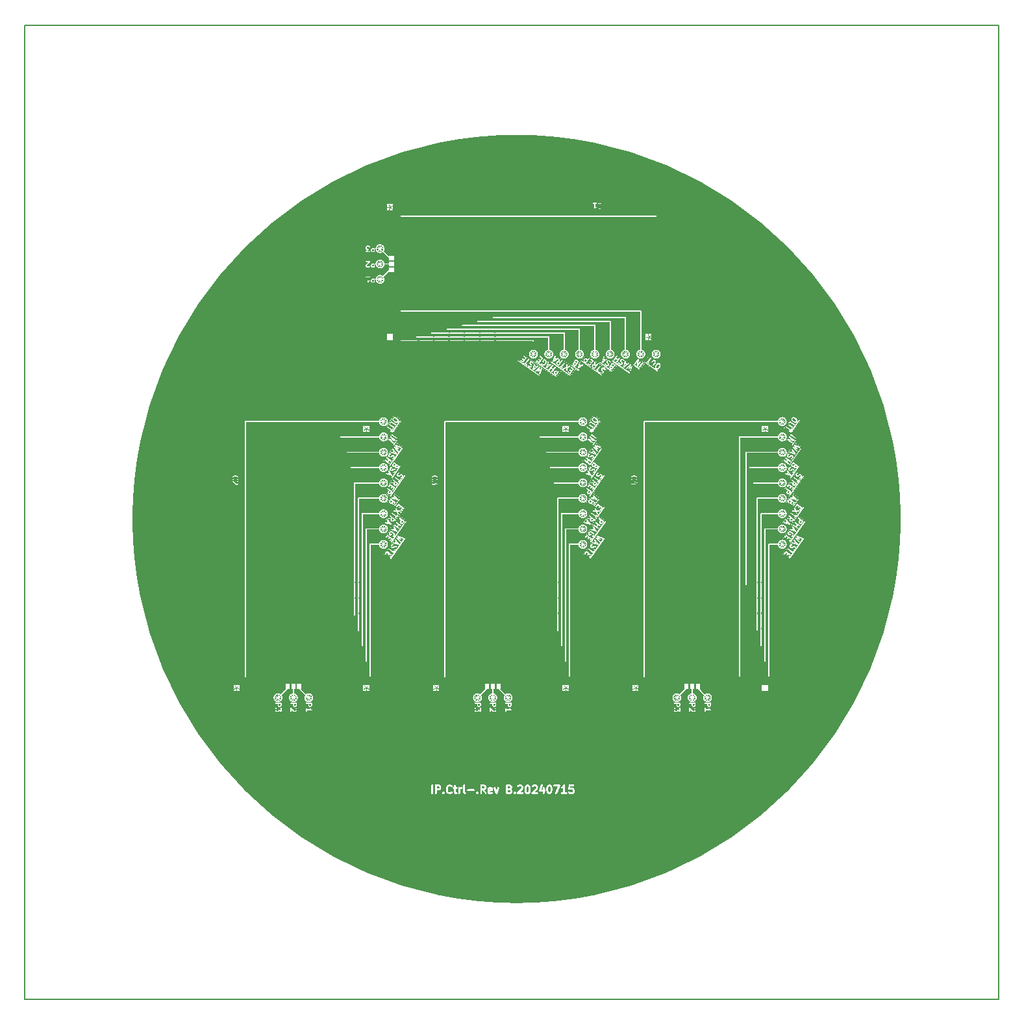
<source format=gbr>
%TF.GenerationSoftware,KiCad,Pcbnew,8.0.3*%
%TF.CreationDate,2024-07-16T17:45:05-07:00*%
%TF.ProjectId,IP_RevA_Layout,49505f52-6576-4415-9f4c-61796f75742e,rev?*%
%TF.SameCoordinates,Original*%
%TF.FileFunction,Copper,L4,Bot*%
%TF.FilePolarity,Positive*%
%FSLAX46Y46*%
G04 Gerber Fmt 4.6, Leading zero omitted, Abs format (unit mm)*
G04 Created by KiCad (PCBNEW 8.0.3) date 2024-07-16 17:45:05*
%MOMM*%
%LPD*%
G01*
G04 APERTURE LIST*
%ADD10C,0.140000*%
%ADD11C,0.150000*%
%ADD12C,0.100000*%
%TA.AperFunction,NonConductor*%
%ADD13C,0.100000*%
%TD*%
%ADD14C,0.250000*%
%TA.AperFunction,Profile*%
%ADD15C,0.150000*%
%TD*%
%TA.AperFunction,Profile*%
%ADD16C,0.200000*%
%TD*%
G04 APERTURE END LIST*
D10*
G36*
X45496760Y-31463596D02*
G01*
X45316920Y-31463987D01*
X45275045Y-31443423D01*
X45257449Y-31426198D01*
X45236141Y-31384334D01*
X45235773Y-31317295D01*
X45256250Y-31275596D01*
X45273475Y-31258002D01*
X45315237Y-31236745D01*
X45496568Y-31236352D01*
X45496760Y-31463596D01*
G37*
G36*
X45714006Y-31681224D02*
G01*
X44351783Y-31681224D01*
X44351783Y-31333446D01*
X44429561Y-31333446D01*
X44430081Y-31399334D01*
X44429737Y-31405076D01*
X44430142Y-31407058D01*
X44430160Y-31409250D01*
X44431986Y-31416069D01*
X44433401Y-31422978D01*
X44434604Y-31425839D01*
X44434889Y-31426901D01*
X44435485Y-31427934D01*
X44436951Y-31431418D01*
X44467821Y-31492068D01*
X44468223Y-31493568D01*
X44471273Y-31498852D01*
X44474907Y-31505990D01*
X44476306Y-31507567D01*
X44477360Y-31509393D01*
X44483398Y-31516277D01*
X44512631Y-31544895D01*
X44513346Y-31545978D01*
X44517494Y-31549655D01*
X44523615Y-31555648D01*
X44525442Y-31556703D01*
X44527019Y-31558101D01*
X44534923Y-31562723D01*
X44601031Y-31595187D01*
X44606107Y-31598118D01*
X44608069Y-31598643D01*
X44610031Y-31599607D01*
X44616945Y-31601021D01*
X44623758Y-31602847D01*
X44626859Y-31603050D01*
X44627933Y-31603270D01*
X44629121Y-31603198D01*
X44632895Y-31603446D01*
X44798079Y-31602883D01*
X44804523Y-31603270D01*
X44806554Y-31602854D01*
X44808698Y-31602847D01*
X44815520Y-31601019D01*
X44822425Y-31599606D01*
X44825285Y-31598402D01*
X44826349Y-31598118D01*
X44827384Y-31597520D01*
X44830866Y-31596056D01*
X44891514Y-31565187D01*
X44893016Y-31564785D01*
X44898308Y-31561729D01*
X44905437Y-31558101D01*
X44907013Y-31556703D01*
X44908841Y-31555648D01*
X44915725Y-31549610D01*
X44955096Y-31509393D01*
X44964233Y-31493568D01*
X44968962Y-31475917D01*
X44968962Y-31457643D01*
X44964233Y-31439992D01*
X44955096Y-31424167D01*
X44942174Y-31411245D01*
X44926349Y-31402108D01*
X44908698Y-31397379D01*
X44890424Y-31397379D01*
X44872773Y-31402108D01*
X44856948Y-31411245D01*
X44850064Y-31417283D01*
X44825646Y-31442224D01*
X44783847Y-31463499D01*
X44650187Y-31463954D01*
X44608378Y-31443423D01*
X44590784Y-31426200D01*
X44569435Y-31384256D01*
X44569132Y-31345922D01*
X44584136Y-31300113D01*
X45096228Y-31300113D01*
X45096770Y-31398968D01*
X45096404Y-31405075D01*
X45096815Y-31407083D01*
X45096827Y-31409250D01*
X45098654Y-31416072D01*
X45100068Y-31422977D01*
X45101271Y-31425837D01*
X45101556Y-31426901D01*
X45102153Y-31427936D01*
X45103618Y-31431418D01*
X45134486Y-31492065D01*
X45134889Y-31493569D01*
X45137946Y-31498863D01*
X45141573Y-31505989D01*
X45142971Y-31507566D01*
X45144027Y-31509394D01*
X45150064Y-31516278D01*
X45179300Y-31544898D01*
X45180013Y-31545977D01*
X45184150Y-31549645D01*
X45190283Y-31555649D01*
X45192111Y-31556704D01*
X45193686Y-31558101D01*
X45201590Y-31562723D01*
X45267691Y-31595184D01*
X45272773Y-31598118D01*
X45274737Y-31598644D01*
X45276696Y-31599606D01*
X45283603Y-31601019D01*
X45290424Y-31602847D01*
X45293525Y-31603050D01*
X45294599Y-31603270D01*
X45295787Y-31603198D01*
X45299561Y-31603446D01*
X45575365Y-31602847D01*
X45593016Y-31598118D01*
X45608841Y-31588981D01*
X45621763Y-31576059D01*
X45630900Y-31560234D01*
X45635629Y-31542583D01*
X45636228Y-31533446D01*
X45635629Y-30824309D01*
X45630900Y-30806658D01*
X45621763Y-30790833D01*
X45608841Y-30777911D01*
X45593016Y-30768774D01*
X45575365Y-30764045D01*
X45557091Y-30764045D01*
X45539440Y-30768774D01*
X45523615Y-30777911D01*
X45510693Y-30790833D01*
X45501556Y-30806658D01*
X45496827Y-30824309D01*
X45496228Y-30833446D01*
X45496450Y-31096931D01*
X45301253Y-31097355D01*
X45294599Y-31096956D01*
X45292554Y-31097374D01*
X45290424Y-31097379D01*
X45283603Y-31099206D01*
X45276696Y-31100620D01*
X45273834Y-31101823D01*
X45272773Y-31102108D01*
X45271739Y-31102704D01*
X45268256Y-31104170D01*
X45207610Y-31135037D01*
X45206108Y-31135440D01*
X45200809Y-31138499D01*
X45193686Y-31142125D01*
X45192111Y-31143521D01*
X45190283Y-31144577D01*
X45183398Y-31150615D01*
X45154778Y-31179849D01*
X45153696Y-31180564D01*
X45150017Y-31184712D01*
X45144027Y-31190832D01*
X45142971Y-31192659D01*
X45141573Y-31194237D01*
X45136951Y-31202141D01*
X45104492Y-31268239D01*
X45101556Y-31273325D01*
X45101028Y-31275292D01*
X45100068Y-31277249D01*
X45098654Y-31284153D01*
X45096827Y-31290976D01*
X45096623Y-31294077D01*
X45096404Y-31295151D01*
X45096475Y-31296339D01*
X45096228Y-31300113D01*
X44584136Y-31300113D01*
X44593361Y-31271950D01*
X44987949Y-30876539D01*
X44988430Y-30876059D01*
X44997567Y-30860234D01*
X45002296Y-30842583D01*
X45002296Y-30824309D01*
X44997567Y-30806658D01*
X44988430Y-30790833D01*
X44975508Y-30777911D01*
X44959683Y-30768774D01*
X44942032Y-30764045D01*
X44932895Y-30763446D01*
X44490424Y-30764045D01*
X44472773Y-30768774D01*
X44456948Y-30777911D01*
X44444026Y-30790833D01*
X44434889Y-30806658D01*
X44430160Y-30824309D01*
X44430160Y-30842583D01*
X44434889Y-30860234D01*
X44444026Y-30876059D01*
X44456948Y-30888981D01*
X44472773Y-30898118D01*
X44490424Y-30902847D01*
X44499561Y-30903446D01*
X44764506Y-30903087D01*
X44485151Y-31183025D01*
X44480013Y-31187582D01*
X44478857Y-31189332D01*
X44477360Y-31190833D01*
X44473830Y-31196946D01*
X44469945Y-31202831D01*
X44468772Y-31205707D01*
X44468223Y-31206658D01*
X44467914Y-31207810D01*
X44466487Y-31211310D01*
X44435738Y-31305186D01*
X44434889Y-31306658D01*
X44433236Y-31312825D01*
X44430832Y-31320167D01*
X44430705Y-31322272D01*
X44430160Y-31324309D01*
X44429561Y-31333446D01*
X44351783Y-31333446D01*
X44351783Y-30685668D01*
X45714006Y-30685668D01*
X45714006Y-31681224D01*
G37*
G36*
X45496760Y-33463596D02*
G01*
X45316920Y-33463987D01*
X45275045Y-33443423D01*
X45257449Y-33426198D01*
X45236141Y-33384334D01*
X45235773Y-33317295D01*
X45256250Y-33275596D01*
X45273475Y-33258002D01*
X45315237Y-33236745D01*
X45496568Y-33236352D01*
X45496760Y-33463596D01*
G37*
G36*
X45714006Y-33681224D02*
G01*
X44352382Y-33681224D01*
X44352382Y-32824309D01*
X44430160Y-32824309D01*
X44430160Y-32842583D01*
X44434889Y-32860234D01*
X44444026Y-32876059D01*
X44456948Y-32888981D01*
X44472773Y-32898118D01*
X44490424Y-32902847D01*
X44499561Y-32903446D01*
X44629619Y-32903255D01*
X44630150Y-33531353D01*
X44629716Y-33538097D01*
X44630158Y-33540307D01*
X44630160Y-33542583D01*
X44631948Y-33549257D01*
X44633300Y-33556016D01*
X44634301Y-33558042D01*
X44634889Y-33560234D01*
X44638339Y-33566210D01*
X44641398Y-33572397D01*
X44642895Y-33574100D01*
X44644026Y-33576059D01*
X44648903Y-33580936D01*
X44653462Y-33586123D01*
X44655345Y-33587378D01*
X44656948Y-33588981D01*
X44662933Y-33592436D01*
X44668667Y-33596259D01*
X44670808Y-33596983D01*
X44672773Y-33598118D01*
X44679437Y-33599903D01*
X44685976Y-33602116D01*
X44688240Y-33602261D01*
X44690424Y-33602847D01*
X44697321Y-33602847D01*
X44704212Y-33603291D01*
X44706432Y-33602847D01*
X44708698Y-33602847D01*
X44715372Y-33601058D01*
X44722131Y-33599707D01*
X44724157Y-33598705D01*
X44726349Y-33598118D01*
X44732325Y-33594667D01*
X44738512Y-33591609D01*
X44740215Y-33590111D01*
X44742174Y-33588981D01*
X44747051Y-33584103D01*
X44752238Y-33579545D01*
X44754289Y-33576865D01*
X44755096Y-33576059D01*
X44755675Y-33575054D01*
X44757804Y-33572275D01*
X44818848Y-33479784D01*
X44873181Y-33424818D01*
X44938771Y-33391434D01*
X44952443Y-33379310D01*
X44962511Y-33364060D01*
X44968290Y-33346724D01*
X44969385Y-33328483D01*
X44965721Y-33310581D01*
X44960487Y-33300113D01*
X45096228Y-33300113D01*
X45096770Y-33398968D01*
X45096404Y-33405075D01*
X45096815Y-33407083D01*
X45096827Y-33409250D01*
X45098654Y-33416072D01*
X45100068Y-33422977D01*
X45101271Y-33425837D01*
X45101556Y-33426901D01*
X45102153Y-33427936D01*
X45103618Y-33431418D01*
X45134486Y-33492065D01*
X45134889Y-33493569D01*
X45137946Y-33498863D01*
X45141573Y-33505989D01*
X45142971Y-33507566D01*
X45144027Y-33509394D01*
X45150064Y-33516278D01*
X45179300Y-33544898D01*
X45180013Y-33545977D01*
X45184150Y-33549645D01*
X45190283Y-33555649D01*
X45192111Y-33556704D01*
X45193686Y-33558101D01*
X45201590Y-33562723D01*
X45267691Y-33595184D01*
X45272773Y-33598118D01*
X45274737Y-33598644D01*
X45276696Y-33599606D01*
X45283603Y-33601019D01*
X45290424Y-33602847D01*
X45293525Y-33603050D01*
X45294599Y-33603270D01*
X45295787Y-33603198D01*
X45299561Y-33603446D01*
X45575365Y-33602847D01*
X45593016Y-33598118D01*
X45608841Y-33588981D01*
X45621763Y-33576059D01*
X45630900Y-33560234D01*
X45635629Y-33542583D01*
X45636228Y-33533446D01*
X45635629Y-32824309D01*
X45630900Y-32806658D01*
X45621763Y-32790833D01*
X45608841Y-32777911D01*
X45593016Y-32768774D01*
X45575365Y-32764045D01*
X45557091Y-32764045D01*
X45539440Y-32768774D01*
X45523615Y-32777911D01*
X45510693Y-32790833D01*
X45501556Y-32806658D01*
X45496827Y-32824309D01*
X45496228Y-32833446D01*
X45496450Y-33096931D01*
X45301253Y-33097355D01*
X45294599Y-33096956D01*
X45292554Y-33097374D01*
X45290424Y-33097379D01*
X45283603Y-33099206D01*
X45276696Y-33100620D01*
X45273834Y-33101823D01*
X45272773Y-33102108D01*
X45271739Y-33102704D01*
X45268256Y-33104170D01*
X45207610Y-33135037D01*
X45206108Y-33135440D01*
X45200809Y-33138499D01*
X45193686Y-33142125D01*
X45192111Y-33143521D01*
X45190283Y-33144577D01*
X45183398Y-33150615D01*
X45154778Y-33179849D01*
X45153696Y-33180564D01*
X45150017Y-33184712D01*
X45144027Y-33190832D01*
X45142971Y-33192659D01*
X45141573Y-33194237D01*
X45136951Y-33202141D01*
X45104492Y-33268239D01*
X45101556Y-33273325D01*
X45101028Y-33275292D01*
X45100068Y-33277249D01*
X45098654Y-33284153D01*
X45096827Y-33290976D01*
X45096623Y-33294077D01*
X45096404Y-33295151D01*
X45096475Y-33296339D01*
X45096228Y-33300113D01*
X44960487Y-33300113D01*
X44957548Y-33294236D01*
X44945425Y-33280563D01*
X44930175Y-33270496D01*
X44912838Y-33264717D01*
X44894598Y-33263622D01*
X44876695Y-33267286D01*
X44868255Y-33270837D01*
X44807608Y-33301706D01*
X44806108Y-33302108D01*
X44800818Y-33305162D01*
X44793685Y-33308793D01*
X44792107Y-33310191D01*
X44790283Y-33311245D01*
X44783398Y-33317282D01*
X44769390Y-33331452D01*
X44769028Y-32903051D01*
X44908698Y-32902847D01*
X44926349Y-32898118D01*
X44942174Y-32888981D01*
X44955096Y-32876059D01*
X44964233Y-32860234D01*
X44968962Y-32842583D01*
X44968962Y-32824309D01*
X44964233Y-32806658D01*
X44955096Y-32790833D01*
X44942174Y-32777911D01*
X44926349Y-32768774D01*
X44908698Y-32764045D01*
X44899561Y-32763446D01*
X44490424Y-32764045D01*
X44472773Y-32768774D01*
X44456948Y-32777911D01*
X44444026Y-32790833D01*
X44434889Y-32806658D01*
X44430160Y-32824309D01*
X44352382Y-32824309D01*
X44352382Y-32685668D01*
X45714006Y-32685668D01*
X45714006Y-33681224D01*
G37*
G36*
X45496760Y-29463596D02*
G01*
X45316920Y-29463987D01*
X45275045Y-29443423D01*
X45257449Y-29426198D01*
X45236141Y-29384334D01*
X45235773Y-29317295D01*
X45256250Y-29275596D01*
X45273475Y-29258002D01*
X45315237Y-29236745D01*
X45496568Y-29236352D01*
X45496760Y-29463596D01*
G37*
G36*
X45714006Y-29681224D02*
G01*
X44351783Y-29681224D01*
X44351783Y-28966780D01*
X44429561Y-28966780D01*
X44430123Y-29131965D01*
X44429737Y-29138409D01*
X44430152Y-29140440D01*
X44430160Y-29142583D01*
X44431986Y-29149402D01*
X44433401Y-29156311D01*
X44434604Y-29159172D01*
X44434889Y-29160234D01*
X44435485Y-29161267D01*
X44436951Y-29164751D01*
X44467821Y-29225401D01*
X44468223Y-29226901D01*
X44471273Y-29232185D01*
X44474907Y-29239323D01*
X44476306Y-29240900D01*
X44477360Y-29242726D01*
X44483398Y-29249610D01*
X44512632Y-29278229D01*
X44513346Y-29279310D01*
X44517489Y-29282984D01*
X44523615Y-29288981D01*
X44525440Y-29290034D01*
X44527018Y-29291434D01*
X44534923Y-29296056D01*
X44590627Y-29323411D01*
X44448658Y-29486200D01*
X44444026Y-29490833D01*
X44442865Y-29492843D01*
X44441315Y-29494621D01*
X44438303Y-29500744D01*
X44434889Y-29506658D01*
X44434283Y-29508917D01*
X44433250Y-29511019D01*
X44431924Y-29517721D01*
X44430160Y-29524309D01*
X44430160Y-29526648D01*
X44429706Y-29528945D01*
X44430160Y-29535758D01*
X44430160Y-29542583D01*
X44430765Y-29544842D01*
X44430921Y-29547179D01*
X44433122Y-29553641D01*
X44434889Y-29560234D01*
X44436059Y-29562261D01*
X44436814Y-29564476D01*
X44440612Y-29570146D01*
X44444026Y-29576059D01*
X44445681Y-29577714D01*
X44446984Y-29579659D01*
X44452120Y-29584153D01*
X44456948Y-29588981D01*
X44458975Y-29590151D01*
X44460736Y-29591692D01*
X44466859Y-29594703D01*
X44472773Y-29598118D01*
X44475032Y-29598723D01*
X44477134Y-29599757D01*
X44483836Y-29601082D01*
X44490424Y-29602847D01*
X44493924Y-29603076D01*
X44495060Y-29603301D01*
X44496195Y-29603225D01*
X44499561Y-29603446D01*
X44942032Y-29602847D01*
X44959683Y-29598118D01*
X44975508Y-29588981D01*
X44988430Y-29576059D01*
X44997567Y-29560234D01*
X45002296Y-29542583D01*
X45002296Y-29524309D01*
X44997567Y-29506658D01*
X44988430Y-29490833D01*
X44975508Y-29477911D01*
X44959683Y-29468774D01*
X44942032Y-29464045D01*
X44932895Y-29463446D01*
X44653157Y-29463824D01*
X44783797Y-29314025D01*
X44788430Y-29309393D01*
X44789590Y-29307382D01*
X44791141Y-29305605D01*
X44793841Y-29300113D01*
X45096228Y-29300113D01*
X45096770Y-29398968D01*
X45096404Y-29405075D01*
X45096815Y-29407083D01*
X45096827Y-29409250D01*
X45098654Y-29416072D01*
X45100068Y-29422977D01*
X45101271Y-29425837D01*
X45101556Y-29426901D01*
X45102153Y-29427936D01*
X45103618Y-29431418D01*
X45134486Y-29492065D01*
X45134889Y-29493569D01*
X45137946Y-29498863D01*
X45141573Y-29505989D01*
X45142971Y-29507566D01*
X45144027Y-29509394D01*
X45150064Y-29516278D01*
X45179300Y-29544898D01*
X45180013Y-29545977D01*
X45184150Y-29549645D01*
X45190283Y-29555649D01*
X45192111Y-29556704D01*
X45193686Y-29558101D01*
X45201590Y-29562723D01*
X45267691Y-29595184D01*
X45272773Y-29598118D01*
X45274737Y-29598644D01*
X45276696Y-29599606D01*
X45283603Y-29601019D01*
X45290424Y-29602847D01*
X45293525Y-29603050D01*
X45294599Y-29603270D01*
X45295787Y-29603198D01*
X45299561Y-29603446D01*
X45575365Y-29602847D01*
X45593016Y-29598118D01*
X45608841Y-29588981D01*
X45621763Y-29576059D01*
X45630900Y-29560234D01*
X45635629Y-29542583D01*
X45636228Y-29533446D01*
X45635629Y-28824309D01*
X45630900Y-28806658D01*
X45621763Y-28790833D01*
X45608841Y-28777911D01*
X45593016Y-28768774D01*
X45575365Y-28764045D01*
X45557091Y-28764045D01*
X45539440Y-28768774D01*
X45523615Y-28777911D01*
X45510693Y-28790833D01*
X45501556Y-28806658D01*
X45496827Y-28824309D01*
X45496228Y-28833446D01*
X45496450Y-29096931D01*
X45301253Y-29097355D01*
X45294599Y-29096956D01*
X45292554Y-29097374D01*
X45290424Y-29097379D01*
X45283603Y-29099206D01*
X45276696Y-29100620D01*
X45273834Y-29101823D01*
X45272773Y-29102108D01*
X45271739Y-29102704D01*
X45268256Y-29104170D01*
X45207610Y-29135037D01*
X45206108Y-29135440D01*
X45200809Y-29138499D01*
X45193686Y-29142125D01*
X45192111Y-29143521D01*
X45190283Y-29144577D01*
X45183398Y-29150615D01*
X45154778Y-29179849D01*
X45153696Y-29180564D01*
X45150017Y-29184712D01*
X45144027Y-29190832D01*
X45142971Y-29192659D01*
X45141573Y-29194237D01*
X45136951Y-29202141D01*
X45104492Y-29268239D01*
X45101556Y-29273325D01*
X45101028Y-29275292D01*
X45100068Y-29277249D01*
X45098654Y-29284153D01*
X45096827Y-29290976D01*
X45096623Y-29294077D01*
X45096404Y-29295151D01*
X45096475Y-29296339D01*
X45096228Y-29300113D01*
X44793841Y-29300113D01*
X44794152Y-29299481D01*
X44797567Y-29293568D01*
X44798172Y-29291308D01*
X44799206Y-29289207D01*
X44800531Y-29282504D01*
X44802296Y-29275917D01*
X44802296Y-29273577D01*
X44802750Y-29271281D01*
X44802296Y-29264467D01*
X44802296Y-29257643D01*
X44801690Y-29255383D01*
X44801535Y-29253047D01*
X44799333Y-29246584D01*
X44797567Y-29239992D01*
X44796396Y-29237964D01*
X44795642Y-29235750D01*
X44791843Y-29230079D01*
X44788430Y-29224167D01*
X44786774Y-29222511D01*
X44785472Y-29220567D01*
X44780336Y-29216073D01*
X44775508Y-29211245D01*
X44773480Y-29210074D01*
X44771720Y-29208534D01*
X44765596Y-29205522D01*
X44759683Y-29202108D01*
X44757423Y-29201502D01*
X44755322Y-29200469D01*
X44748619Y-29199143D01*
X44742032Y-29197379D01*
X44738531Y-29197149D01*
X44737396Y-29196925D01*
X44736260Y-29197000D01*
X44732895Y-29196780D01*
X44650077Y-29197234D01*
X44608378Y-29176756D01*
X44590784Y-29159533D01*
X44569507Y-29117730D01*
X44569052Y-28984073D01*
X44589584Y-28942263D01*
X44606808Y-28924668D01*
X44648593Y-28903401D01*
X44815571Y-28902922D01*
X44857410Y-28923469D01*
X44890283Y-28955649D01*
X44906108Y-28964786D01*
X44923759Y-28969514D01*
X44942033Y-28969514D01*
X44959684Y-28964785D01*
X44975509Y-28955647D01*
X44988431Y-28942725D01*
X44997568Y-28926900D01*
X45002296Y-28909249D01*
X45002296Y-28890975D01*
X44997567Y-28873324D01*
X44988429Y-28857499D01*
X44982392Y-28850615D01*
X44953156Y-28821996D01*
X44952443Y-28820916D01*
X44948293Y-28817236D01*
X44942173Y-28811245D01*
X44940350Y-28810192D01*
X44938771Y-28808792D01*
X44930866Y-28804170D01*
X44864765Y-28771708D01*
X44859683Y-28768774D01*
X44857717Y-28768247D01*
X44855760Y-28767286D01*
X44848851Y-28765871D01*
X44842032Y-28764045D01*
X44838931Y-28763841D01*
X44837858Y-28763622D01*
X44836668Y-28763693D01*
X44832895Y-28763446D01*
X44634467Y-28764014D01*
X44627932Y-28763622D01*
X44625895Y-28764038D01*
X44623758Y-28764045D01*
X44616938Y-28765871D01*
X44610030Y-28767286D01*
X44607167Y-28768489D01*
X44606107Y-28768774D01*
X44605074Y-28769370D01*
X44601589Y-28770836D01*
X44540938Y-28801706D01*
X44539440Y-28802108D01*
X44534156Y-28805158D01*
X44527018Y-28808792D01*
X44525440Y-28810191D01*
X44523615Y-28811245D01*
X44516731Y-28817283D01*
X44488111Y-28846517D01*
X44487031Y-28847231D01*
X44483356Y-28851374D01*
X44477360Y-28857500D01*
X44476306Y-28859325D01*
X44474907Y-28860903D01*
X44470285Y-28868808D01*
X44437823Y-28934910D01*
X44434889Y-28939992D01*
X44434362Y-28941957D01*
X44433401Y-28943915D01*
X44431986Y-28950823D01*
X44430160Y-28957643D01*
X44429956Y-28960743D01*
X44429737Y-28961817D01*
X44429808Y-28963006D01*
X44429561Y-28966780D01*
X44351783Y-28966780D01*
X44351783Y-28685668D01*
X45714006Y-28685668D01*
X45714006Y-29681224D01*
G37*
G36*
X87313987Y-88683079D02*
G01*
X87293423Y-88724954D01*
X87276198Y-88742549D01*
X87234334Y-88763857D01*
X87167294Y-88764225D01*
X87125596Y-88743748D01*
X87108001Y-88726523D01*
X87086745Y-88684762D01*
X87086352Y-88503430D01*
X87313596Y-88503238D01*
X87313987Y-88683079D01*
G37*
G36*
X87531224Y-89648216D02*
G01*
X86535668Y-89648216D01*
X86535668Y-89067105D01*
X86613446Y-89067105D01*
X86614045Y-89509575D01*
X86618774Y-89527226D01*
X86627911Y-89543051D01*
X86640833Y-89555973D01*
X86656658Y-89565110D01*
X86674309Y-89569839D01*
X86692583Y-89569839D01*
X86710234Y-89565110D01*
X86726059Y-89555973D01*
X86738981Y-89543051D01*
X86748118Y-89527226D01*
X86752847Y-89509575D01*
X86753446Y-89500438D01*
X86753087Y-89235492D01*
X87033018Y-89514840D01*
X87037582Y-89519987D01*
X87039335Y-89521144D01*
X87040833Y-89522639D01*
X87046943Y-89526167D01*
X87052832Y-89530055D01*
X87055705Y-89531227D01*
X87056658Y-89531777D01*
X87057811Y-89532086D01*
X87061310Y-89533513D01*
X87155185Y-89564259D01*
X87156658Y-89565110D01*
X87162829Y-89566763D01*
X87170168Y-89569167D01*
X87172272Y-89569293D01*
X87174309Y-89569839D01*
X87183446Y-89570438D01*
X87249333Y-89569917D01*
X87255075Y-89570262D01*
X87257057Y-89569856D01*
X87259250Y-89569839D01*
X87266072Y-89568011D01*
X87272977Y-89566598D01*
X87275837Y-89565394D01*
X87276901Y-89565110D01*
X87277936Y-89564512D01*
X87281418Y-89563048D01*
X87342065Y-89532179D01*
X87343569Y-89531777D01*
X87348863Y-89528719D01*
X87355989Y-89525093D01*
X87357566Y-89523694D01*
X87359394Y-89522639D01*
X87366278Y-89516602D01*
X87394898Y-89487365D01*
X87395977Y-89486653D01*
X87399645Y-89482515D01*
X87405649Y-89476383D01*
X87406704Y-89474554D01*
X87408101Y-89472980D01*
X87412723Y-89465076D01*
X87445184Y-89398974D01*
X87448118Y-89393893D01*
X87448644Y-89391928D01*
X87449606Y-89389970D01*
X87451019Y-89383062D01*
X87452847Y-89376242D01*
X87453050Y-89373140D01*
X87453270Y-89372067D01*
X87453198Y-89370878D01*
X87453446Y-89367105D01*
X87452883Y-89201919D01*
X87453270Y-89195476D01*
X87452854Y-89193444D01*
X87452847Y-89191301D01*
X87451021Y-89184488D01*
X87449607Y-89177574D01*
X87448401Y-89174709D01*
X87448118Y-89173650D01*
X87447521Y-89172616D01*
X87446056Y-89169134D01*
X87415187Y-89108485D01*
X87414785Y-89106983D01*
X87411728Y-89101690D01*
X87408101Y-89094562D01*
X87406703Y-89092985D01*
X87405648Y-89091158D01*
X87399610Y-89084274D01*
X87359393Y-89044903D01*
X87343568Y-89035766D01*
X87325917Y-89031037D01*
X87307643Y-89031037D01*
X87289992Y-89035766D01*
X87274167Y-89044903D01*
X87261245Y-89057825D01*
X87252108Y-89073650D01*
X87247379Y-89091301D01*
X87247379Y-89109575D01*
X87252108Y-89127226D01*
X87261245Y-89143051D01*
X87267283Y-89149935D01*
X87292223Y-89174351D01*
X87313499Y-89216151D01*
X87313954Y-89349812D01*
X87293423Y-89391620D01*
X87276198Y-89409216D01*
X87234258Y-89430563D01*
X87195922Y-89430866D01*
X87121951Y-89406638D01*
X86726059Y-89011570D01*
X86710234Y-89002433D01*
X86692583Y-88997704D01*
X86674309Y-88997704D01*
X86656658Y-89002433D01*
X86640833Y-89011570D01*
X86627911Y-89024492D01*
X86618774Y-89040317D01*
X86614045Y-89057968D01*
X86613446Y-89067105D01*
X86535668Y-89067105D01*
X86535668Y-88424634D01*
X86614045Y-88424634D01*
X86614045Y-88442908D01*
X86618774Y-88460559D01*
X86627911Y-88476384D01*
X86640833Y-88489306D01*
X86656658Y-88498443D01*
X86674309Y-88503172D01*
X86683446Y-88503771D01*
X86946931Y-88503548D01*
X86947355Y-88698745D01*
X86946956Y-88705400D01*
X86947374Y-88707444D01*
X86947379Y-88709575D01*
X86949206Y-88716397D01*
X86950620Y-88723302D01*
X86951823Y-88726162D01*
X86952108Y-88727226D01*
X86952705Y-88728261D01*
X86954170Y-88731743D01*
X86985038Y-88792391D01*
X86985441Y-88793893D01*
X86988496Y-88799185D01*
X86992125Y-88806314D01*
X86993522Y-88807890D01*
X86994578Y-88809718D01*
X87000616Y-88816602D01*
X87029849Y-88845220D01*
X87030564Y-88846303D01*
X87034712Y-88849980D01*
X87040833Y-88855973D01*
X87042660Y-88857028D01*
X87044237Y-88858426D01*
X87052141Y-88863048D01*
X87118249Y-88895512D01*
X87123325Y-88898443D01*
X87125287Y-88898968D01*
X87127249Y-88899932D01*
X87134163Y-88901346D01*
X87140976Y-88903172D01*
X87144077Y-88903375D01*
X87145151Y-88903595D01*
X87146339Y-88903523D01*
X87150113Y-88903771D01*
X87248968Y-88903228D01*
X87255075Y-88903595D01*
X87257083Y-88903183D01*
X87259250Y-88903172D01*
X87266072Y-88901344D01*
X87272977Y-88899931D01*
X87275837Y-88898727D01*
X87276901Y-88898443D01*
X87277936Y-88897845D01*
X87281418Y-88896381D01*
X87342066Y-88865512D01*
X87343568Y-88865110D01*
X87348860Y-88862054D01*
X87355989Y-88858426D01*
X87357565Y-88857028D01*
X87359393Y-88855973D01*
X87366277Y-88849935D01*
X87394895Y-88820701D01*
X87395978Y-88819987D01*
X87399655Y-88815838D01*
X87405648Y-88809718D01*
X87406703Y-88807890D01*
X87408101Y-88806314D01*
X87412723Y-88798410D01*
X87445187Y-88732301D01*
X87448118Y-88727226D01*
X87448643Y-88725263D01*
X87449607Y-88723302D01*
X87451021Y-88716387D01*
X87452847Y-88709575D01*
X87453050Y-88706473D01*
X87453270Y-88705400D01*
X87453198Y-88704211D01*
X87453446Y-88700438D01*
X87452847Y-88424634D01*
X87448118Y-88406983D01*
X87438981Y-88391158D01*
X87426059Y-88378236D01*
X87410234Y-88369099D01*
X87392583Y-88364370D01*
X87383446Y-88363771D01*
X86674309Y-88364370D01*
X86656658Y-88369099D01*
X86640833Y-88378236D01*
X86627911Y-88391158D01*
X86618774Y-88406983D01*
X86614045Y-88424634D01*
X86535668Y-88424634D01*
X86535668Y-88285993D01*
X87531224Y-88285993D01*
X87531224Y-89648216D01*
G37*
G36*
X89313987Y-88683079D02*
G01*
X89293423Y-88724954D01*
X89276198Y-88742549D01*
X89234334Y-88763857D01*
X89167294Y-88764225D01*
X89125596Y-88743748D01*
X89108001Y-88726523D01*
X89086745Y-88684762D01*
X89086352Y-88503430D01*
X89313596Y-88503238D01*
X89313987Y-88683079D01*
G37*
G36*
X89531224Y-89647617D02*
G01*
X88535668Y-89647617D01*
X88535668Y-89100438D01*
X88613446Y-89100438D01*
X88614045Y-89509575D01*
X88618774Y-89527226D01*
X88627911Y-89543051D01*
X88640833Y-89555973D01*
X88656658Y-89565110D01*
X88674309Y-89569839D01*
X88692583Y-89569839D01*
X88710234Y-89565110D01*
X88726059Y-89555973D01*
X88738981Y-89543051D01*
X88748118Y-89527226D01*
X88752847Y-89509575D01*
X88753446Y-89500438D01*
X88753255Y-89370379D01*
X89381353Y-89369848D01*
X89388097Y-89370283D01*
X89390307Y-89369840D01*
X89392583Y-89369839D01*
X89399257Y-89368050D01*
X89406016Y-89366699D01*
X89408042Y-89365697D01*
X89410234Y-89365110D01*
X89416217Y-89361655D01*
X89422397Y-89358600D01*
X89424097Y-89357105D01*
X89426059Y-89355973D01*
X89430939Y-89351092D01*
X89436123Y-89346537D01*
X89437378Y-89344653D01*
X89438981Y-89343051D01*
X89442436Y-89337065D01*
X89446259Y-89331332D01*
X89446983Y-89329191D01*
X89448118Y-89327226D01*
X89449905Y-89320552D01*
X89452115Y-89314023D01*
X89452260Y-89311763D01*
X89452847Y-89309575D01*
X89452847Y-89302672D01*
X89453291Y-89295787D01*
X89452847Y-89293567D01*
X89452847Y-89291301D01*
X89451058Y-89284626D01*
X89449707Y-89277868D01*
X89448705Y-89275841D01*
X89448118Y-89273650D01*
X89444663Y-89267666D01*
X89441608Y-89261487D01*
X89440113Y-89259786D01*
X89438981Y-89257825D01*
X89434100Y-89252944D01*
X89429545Y-89247761D01*
X89426864Y-89245708D01*
X89426059Y-89244903D01*
X89425057Y-89244324D01*
X89422275Y-89242194D01*
X89329785Y-89181151D01*
X89274818Y-89126818D01*
X89241434Y-89061228D01*
X89229310Y-89047556D01*
X89214061Y-89037488D01*
X89196724Y-89031709D01*
X89178483Y-89030614D01*
X89160581Y-89034278D01*
X89144236Y-89042450D01*
X89130564Y-89054574D01*
X89120496Y-89069823D01*
X89114717Y-89087160D01*
X89113622Y-89105401D01*
X89117286Y-89123303D01*
X89120836Y-89131743D01*
X89151706Y-89192393D01*
X89152108Y-89193893D01*
X89155158Y-89199177D01*
X89158792Y-89206315D01*
X89160191Y-89207892D01*
X89161245Y-89209718D01*
X89167283Y-89216602D01*
X89181452Y-89230608D01*
X88753051Y-89230970D01*
X88752847Y-89091301D01*
X88748118Y-89073650D01*
X88738981Y-89057825D01*
X88726059Y-89044903D01*
X88710234Y-89035766D01*
X88692583Y-89031037D01*
X88674309Y-89031037D01*
X88656658Y-89035766D01*
X88640833Y-89044903D01*
X88627911Y-89057825D01*
X88618774Y-89073650D01*
X88614045Y-89091301D01*
X88613446Y-89100438D01*
X88535668Y-89100438D01*
X88535668Y-88424634D01*
X88614045Y-88424634D01*
X88614045Y-88442908D01*
X88618774Y-88460559D01*
X88627911Y-88476384D01*
X88640833Y-88489306D01*
X88656658Y-88498443D01*
X88674309Y-88503172D01*
X88683446Y-88503771D01*
X88946931Y-88503548D01*
X88947355Y-88698745D01*
X88946956Y-88705400D01*
X88947374Y-88707444D01*
X88947379Y-88709575D01*
X88949206Y-88716397D01*
X88950620Y-88723302D01*
X88951823Y-88726162D01*
X88952108Y-88727226D01*
X88952705Y-88728261D01*
X88954170Y-88731743D01*
X88985038Y-88792391D01*
X88985441Y-88793893D01*
X88988496Y-88799185D01*
X88992125Y-88806314D01*
X88993522Y-88807890D01*
X88994578Y-88809718D01*
X89000616Y-88816602D01*
X89029849Y-88845220D01*
X89030564Y-88846303D01*
X89034712Y-88849980D01*
X89040833Y-88855973D01*
X89042660Y-88857028D01*
X89044237Y-88858426D01*
X89052141Y-88863048D01*
X89118249Y-88895512D01*
X89123325Y-88898443D01*
X89125287Y-88898968D01*
X89127249Y-88899932D01*
X89134163Y-88901346D01*
X89140976Y-88903172D01*
X89144077Y-88903375D01*
X89145151Y-88903595D01*
X89146339Y-88903523D01*
X89150113Y-88903771D01*
X89248968Y-88903228D01*
X89255075Y-88903595D01*
X89257083Y-88903183D01*
X89259250Y-88903172D01*
X89266072Y-88901344D01*
X89272977Y-88899931D01*
X89275837Y-88898727D01*
X89276901Y-88898443D01*
X89277936Y-88897845D01*
X89281418Y-88896381D01*
X89342066Y-88865512D01*
X89343568Y-88865110D01*
X89348860Y-88862054D01*
X89355989Y-88858426D01*
X89357565Y-88857028D01*
X89359393Y-88855973D01*
X89366277Y-88849935D01*
X89394895Y-88820701D01*
X89395978Y-88819987D01*
X89399655Y-88815838D01*
X89405648Y-88809718D01*
X89406703Y-88807890D01*
X89408101Y-88806314D01*
X89412723Y-88798410D01*
X89445187Y-88732301D01*
X89448118Y-88727226D01*
X89448643Y-88725263D01*
X89449607Y-88723302D01*
X89451021Y-88716387D01*
X89452847Y-88709575D01*
X89453050Y-88706473D01*
X89453270Y-88705400D01*
X89453198Y-88704211D01*
X89453446Y-88700438D01*
X89452847Y-88424634D01*
X89448118Y-88406983D01*
X89438981Y-88391158D01*
X89426059Y-88378236D01*
X89410234Y-88369099D01*
X89392583Y-88364370D01*
X89383446Y-88363771D01*
X88674309Y-88364370D01*
X88656658Y-88369099D01*
X88640833Y-88378236D01*
X88627911Y-88391158D01*
X88618774Y-88406983D01*
X88614045Y-88424634D01*
X88535668Y-88424634D01*
X88535668Y-88285993D01*
X89531224Y-88285993D01*
X89531224Y-89647617D01*
G37*
G36*
X85313987Y-88683079D02*
G01*
X85293423Y-88724954D01*
X85276198Y-88742549D01*
X85234334Y-88763857D01*
X85167294Y-88764225D01*
X85125596Y-88743748D01*
X85108001Y-88726523D01*
X85086745Y-88684762D01*
X85086352Y-88503430D01*
X85313596Y-88503238D01*
X85313987Y-88683079D01*
G37*
G36*
X85531224Y-89648216D02*
G01*
X84535668Y-89648216D01*
X84535668Y-89167105D01*
X84613446Y-89167105D01*
X84614014Y-89365532D01*
X84613622Y-89372068D01*
X84614038Y-89374104D01*
X84614045Y-89376242D01*
X84615871Y-89383061D01*
X84617286Y-89389970D01*
X84618489Y-89392832D01*
X84618774Y-89393893D01*
X84619370Y-89394925D01*
X84620836Y-89398411D01*
X84651707Y-89459061D01*
X84652108Y-89460558D01*
X84655153Y-89465833D01*
X84658792Y-89472981D01*
X84660192Y-89474560D01*
X84661245Y-89476383D01*
X84667282Y-89483268D01*
X84696516Y-89511887D01*
X84697231Y-89512970D01*
X84701379Y-89516648D01*
X84707499Y-89522639D01*
X84709326Y-89523694D01*
X84710904Y-89525093D01*
X84718808Y-89529715D01*
X84784916Y-89562179D01*
X84789992Y-89565110D01*
X84791954Y-89565635D01*
X84793916Y-89566599D01*
X84800830Y-89568013D01*
X84807643Y-89569839D01*
X84810744Y-89570042D01*
X84811818Y-89570262D01*
X84813006Y-89570190D01*
X84816780Y-89570438D01*
X84981964Y-89569875D01*
X84988408Y-89570262D01*
X84990439Y-89569846D01*
X84992583Y-89569839D01*
X84999405Y-89568011D01*
X85006310Y-89566598D01*
X85009170Y-89565394D01*
X85010234Y-89565110D01*
X85011269Y-89564512D01*
X85014751Y-89563048D01*
X85075398Y-89532179D01*
X85076902Y-89531777D01*
X85082196Y-89528719D01*
X85089322Y-89525093D01*
X85090899Y-89523694D01*
X85092727Y-89522639D01*
X85099611Y-89516602D01*
X85128228Y-89487367D01*
X85129310Y-89486654D01*
X85132984Y-89482509D01*
X85138982Y-89476383D01*
X85140037Y-89474554D01*
X85141433Y-89472981D01*
X85146056Y-89465077D01*
X85173411Y-89409372D01*
X85336200Y-89551340D01*
X85340833Y-89555973D01*
X85342843Y-89557133D01*
X85344621Y-89558684D01*
X85350740Y-89561693D01*
X85356658Y-89565110D01*
X85358921Y-89565716D01*
X85361019Y-89566748D01*
X85367712Y-89568071D01*
X85374309Y-89569839D01*
X85376649Y-89569839D01*
X85378945Y-89570293D01*
X85385753Y-89569839D01*
X85392583Y-89569839D01*
X85394846Y-89569232D01*
X85397179Y-89569077D01*
X85403633Y-89566878D01*
X85410234Y-89565110D01*
X85412261Y-89563939D01*
X85414476Y-89563185D01*
X85420143Y-89559388D01*
X85426059Y-89555973D01*
X85427716Y-89554315D01*
X85429658Y-89553015D01*
X85434145Y-89547886D01*
X85438981Y-89543051D01*
X85440153Y-89541020D01*
X85441692Y-89539262D01*
X85444699Y-89533147D01*
X85448118Y-89527226D01*
X85448724Y-89524962D01*
X85449756Y-89522865D01*
X85451079Y-89516172D01*
X85452847Y-89509575D01*
X85453076Y-89506072D01*
X85453301Y-89504938D01*
X85453225Y-89503803D01*
X85453446Y-89500438D01*
X85452847Y-89057968D01*
X85448118Y-89040317D01*
X85438981Y-89024492D01*
X85426059Y-89011570D01*
X85410234Y-89002433D01*
X85392583Y-88997704D01*
X85374309Y-88997704D01*
X85356658Y-89002433D01*
X85340833Y-89011570D01*
X85327911Y-89024492D01*
X85318774Y-89040317D01*
X85314045Y-89057968D01*
X85313446Y-89067105D01*
X85313824Y-89346841D01*
X85164025Y-89216202D01*
X85159393Y-89211570D01*
X85157382Y-89210409D01*
X85155605Y-89208859D01*
X85149481Y-89205847D01*
X85143568Y-89202433D01*
X85141308Y-89201827D01*
X85139207Y-89200794D01*
X85132504Y-89199468D01*
X85125917Y-89197704D01*
X85123577Y-89197704D01*
X85121281Y-89197250D01*
X85114468Y-89197704D01*
X85107643Y-89197704D01*
X85105383Y-89198309D01*
X85103047Y-89198465D01*
X85096582Y-89200667D01*
X85089992Y-89202433D01*
X85087966Y-89203602D01*
X85085749Y-89204358D01*
X85080075Y-89208158D01*
X85074167Y-89211570D01*
X85072511Y-89213225D01*
X85070567Y-89214528D01*
X85066073Y-89219664D01*
X85061245Y-89224492D01*
X85060074Y-89226519D01*
X85058534Y-89228280D01*
X85055522Y-89234403D01*
X85052108Y-89240317D01*
X85051502Y-89242576D01*
X85050469Y-89244678D01*
X85049143Y-89251380D01*
X85047379Y-89257968D01*
X85047149Y-89261468D01*
X85046925Y-89262604D01*
X85047000Y-89263739D01*
X85046780Y-89267105D01*
X85047234Y-89349922D01*
X85026757Y-89391619D01*
X85009531Y-89409216D01*
X84967732Y-89430491D01*
X84834072Y-89430946D01*
X84792265Y-89410416D01*
X84774667Y-89393189D01*
X84753401Y-89351407D01*
X84752922Y-89184427D01*
X84773469Y-89142588D01*
X84805648Y-89109718D01*
X84814785Y-89093893D01*
X84819514Y-89076242D01*
X84819514Y-89057968D01*
X84814785Y-89040317D01*
X84805648Y-89024492D01*
X84792726Y-89011570D01*
X84776901Y-89002433D01*
X84759250Y-88997704D01*
X84740976Y-88997704D01*
X84723325Y-89002433D01*
X84707500Y-89011570D01*
X84700616Y-89017608D01*
X84671996Y-89046842D01*
X84670916Y-89047556D01*
X84667241Y-89051699D01*
X84661245Y-89057825D01*
X84660191Y-89059650D01*
X84658792Y-89061228D01*
X84654170Y-89069133D01*
X84621708Y-89135235D01*
X84618774Y-89140317D01*
X84618247Y-89142282D01*
X84617286Y-89144240D01*
X84615871Y-89151148D01*
X84614045Y-89157968D01*
X84613841Y-89161068D01*
X84613622Y-89162142D01*
X84613693Y-89163331D01*
X84613446Y-89167105D01*
X84535668Y-89167105D01*
X84535668Y-88424634D01*
X84614045Y-88424634D01*
X84614045Y-88442908D01*
X84618774Y-88460559D01*
X84627911Y-88476384D01*
X84640833Y-88489306D01*
X84656658Y-88498443D01*
X84674309Y-88503172D01*
X84683446Y-88503771D01*
X84946931Y-88503548D01*
X84947355Y-88698745D01*
X84946956Y-88705400D01*
X84947374Y-88707444D01*
X84947379Y-88709575D01*
X84949206Y-88716397D01*
X84950620Y-88723302D01*
X84951823Y-88726162D01*
X84952108Y-88727226D01*
X84952705Y-88728261D01*
X84954170Y-88731743D01*
X84985038Y-88792391D01*
X84985441Y-88793893D01*
X84988496Y-88799185D01*
X84992125Y-88806314D01*
X84993522Y-88807890D01*
X84994578Y-88809718D01*
X85000616Y-88816602D01*
X85029849Y-88845220D01*
X85030564Y-88846303D01*
X85034712Y-88849980D01*
X85040833Y-88855973D01*
X85042660Y-88857028D01*
X85044237Y-88858426D01*
X85052141Y-88863048D01*
X85118249Y-88895512D01*
X85123325Y-88898443D01*
X85125287Y-88898968D01*
X85127249Y-88899932D01*
X85134163Y-88901346D01*
X85140976Y-88903172D01*
X85144077Y-88903375D01*
X85145151Y-88903595D01*
X85146339Y-88903523D01*
X85150113Y-88903771D01*
X85248968Y-88903228D01*
X85255075Y-88903595D01*
X85257083Y-88903183D01*
X85259250Y-88903172D01*
X85266072Y-88901344D01*
X85272977Y-88899931D01*
X85275837Y-88898727D01*
X85276901Y-88898443D01*
X85277936Y-88897845D01*
X85281418Y-88896381D01*
X85342066Y-88865512D01*
X85343568Y-88865110D01*
X85348860Y-88862054D01*
X85355989Y-88858426D01*
X85357565Y-88857028D01*
X85359393Y-88855973D01*
X85366277Y-88849935D01*
X85394895Y-88820701D01*
X85395978Y-88819987D01*
X85399655Y-88815838D01*
X85405648Y-88809718D01*
X85406703Y-88807890D01*
X85408101Y-88806314D01*
X85412723Y-88798410D01*
X85445187Y-88732301D01*
X85448118Y-88727226D01*
X85448643Y-88725263D01*
X85449607Y-88723302D01*
X85451021Y-88716387D01*
X85452847Y-88709575D01*
X85453050Y-88706473D01*
X85453270Y-88705400D01*
X85453198Y-88704211D01*
X85453446Y-88700438D01*
X85452847Y-88424634D01*
X85448118Y-88406983D01*
X85438981Y-88391158D01*
X85426059Y-88378236D01*
X85410234Y-88369099D01*
X85392583Y-88364370D01*
X85383446Y-88363771D01*
X84674309Y-88364370D01*
X84656658Y-88369099D01*
X84640833Y-88378236D01*
X84627911Y-88391158D01*
X84618774Y-88406983D01*
X84614045Y-88424634D01*
X84535668Y-88424634D01*
X84535668Y-88285993D01*
X85531224Y-88285993D01*
X85531224Y-89648216D01*
G37*
G36*
X59313987Y-88683079D02*
G01*
X59293423Y-88724954D01*
X59276198Y-88742549D01*
X59234334Y-88763857D01*
X59167294Y-88764225D01*
X59125596Y-88743748D01*
X59108001Y-88726523D01*
X59086745Y-88684762D01*
X59086352Y-88503430D01*
X59313596Y-88503238D01*
X59313987Y-88683079D01*
G37*
G36*
X59531224Y-89648216D02*
G01*
X58535668Y-89648216D01*
X58535668Y-89167105D01*
X58613446Y-89167105D01*
X58614014Y-89365532D01*
X58613622Y-89372068D01*
X58614038Y-89374104D01*
X58614045Y-89376242D01*
X58615871Y-89383061D01*
X58617286Y-89389970D01*
X58618489Y-89392832D01*
X58618774Y-89393893D01*
X58619370Y-89394925D01*
X58620836Y-89398411D01*
X58651707Y-89459061D01*
X58652108Y-89460558D01*
X58655153Y-89465833D01*
X58658792Y-89472981D01*
X58660192Y-89474560D01*
X58661245Y-89476383D01*
X58667282Y-89483268D01*
X58696516Y-89511887D01*
X58697231Y-89512970D01*
X58701379Y-89516648D01*
X58707499Y-89522639D01*
X58709326Y-89523694D01*
X58710904Y-89525093D01*
X58718808Y-89529715D01*
X58784916Y-89562179D01*
X58789992Y-89565110D01*
X58791954Y-89565635D01*
X58793916Y-89566599D01*
X58800830Y-89568013D01*
X58807643Y-89569839D01*
X58810744Y-89570042D01*
X58811818Y-89570262D01*
X58813006Y-89570190D01*
X58816780Y-89570438D01*
X58981964Y-89569875D01*
X58988408Y-89570262D01*
X58990439Y-89569846D01*
X58992583Y-89569839D01*
X58999405Y-89568011D01*
X59006310Y-89566598D01*
X59009170Y-89565394D01*
X59010234Y-89565110D01*
X59011269Y-89564512D01*
X59014751Y-89563048D01*
X59075398Y-89532179D01*
X59076902Y-89531777D01*
X59082196Y-89528719D01*
X59089322Y-89525093D01*
X59090899Y-89523694D01*
X59092727Y-89522639D01*
X59099611Y-89516602D01*
X59128228Y-89487367D01*
X59129310Y-89486654D01*
X59132984Y-89482509D01*
X59138982Y-89476383D01*
X59140037Y-89474554D01*
X59141433Y-89472981D01*
X59146056Y-89465077D01*
X59173411Y-89409372D01*
X59336200Y-89551340D01*
X59340833Y-89555973D01*
X59342843Y-89557133D01*
X59344621Y-89558684D01*
X59350740Y-89561693D01*
X59356658Y-89565110D01*
X59358921Y-89565716D01*
X59361019Y-89566748D01*
X59367712Y-89568071D01*
X59374309Y-89569839D01*
X59376649Y-89569839D01*
X59378945Y-89570293D01*
X59385753Y-89569839D01*
X59392583Y-89569839D01*
X59394846Y-89569232D01*
X59397179Y-89569077D01*
X59403633Y-89566878D01*
X59410234Y-89565110D01*
X59412261Y-89563939D01*
X59414476Y-89563185D01*
X59420143Y-89559388D01*
X59426059Y-89555973D01*
X59427716Y-89554315D01*
X59429658Y-89553015D01*
X59434145Y-89547886D01*
X59438981Y-89543051D01*
X59440153Y-89541020D01*
X59441692Y-89539262D01*
X59444699Y-89533147D01*
X59448118Y-89527226D01*
X59448724Y-89524962D01*
X59449756Y-89522865D01*
X59451079Y-89516172D01*
X59452847Y-89509575D01*
X59453076Y-89506072D01*
X59453301Y-89504938D01*
X59453225Y-89503803D01*
X59453446Y-89500438D01*
X59452847Y-89057968D01*
X59448118Y-89040317D01*
X59438981Y-89024492D01*
X59426059Y-89011570D01*
X59410234Y-89002433D01*
X59392583Y-88997704D01*
X59374309Y-88997704D01*
X59356658Y-89002433D01*
X59340833Y-89011570D01*
X59327911Y-89024492D01*
X59318774Y-89040317D01*
X59314045Y-89057968D01*
X59313446Y-89067105D01*
X59313824Y-89346841D01*
X59164025Y-89216202D01*
X59159393Y-89211570D01*
X59157382Y-89210409D01*
X59155605Y-89208859D01*
X59149481Y-89205847D01*
X59143568Y-89202433D01*
X59141308Y-89201827D01*
X59139207Y-89200794D01*
X59132504Y-89199468D01*
X59125917Y-89197704D01*
X59123577Y-89197704D01*
X59121281Y-89197250D01*
X59114468Y-89197704D01*
X59107643Y-89197704D01*
X59105383Y-89198309D01*
X59103047Y-89198465D01*
X59096582Y-89200667D01*
X59089992Y-89202433D01*
X59087966Y-89203602D01*
X59085749Y-89204358D01*
X59080075Y-89208158D01*
X59074167Y-89211570D01*
X59072511Y-89213225D01*
X59070567Y-89214528D01*
X59066073Y-89219664D01*
X59061245Y-89224492D01*
X59060074Y-89226519D01*
X59058534Y-89228280D01*
X59055522Y-89234403D01*
X59052108Y-89240317D01*
X59051502Y-89242576D01*
X59050469Y-89244678D01*
X59049143Y-89251380D01*
X59047379Y-89257968D01*
X59047149Y-89261468D01*
X59046925Y-89262604D01*
X59047000Y-89263739D01*
X59046780Y-89267105D01*
X59047234Y-89349922D01*
X59026757Y-89391619D01*
X59009531Y-89409216D01*
X58967732Y-89430491D01*
X58834072Y-89430946D01*
X58792265Y-89410416D01*
X58774667Y-89393189D01*
X58753401Y-89351407D01*
X58752922Y-89184427D01*
X58773469Y-89142588D01*
X58805648Y-89109718D01*
X58814785Y-89093893D01*
X58819514Y-89076242D01*
X58819514Y-89057968D01*
X58814785Y-89040317D01*
X58805648Y-89024492D01*
X58792726Y-89011570D01*
X58776901Y-89002433D01*
X58759250Y-88997704D01*
X58740976Y-88997704D01*
X58723325Y-89002433D01*
X58707500Y-89011570D01*
X58700616Y-89017608D01*
X58671996Y-89046842D01*
X58670916Y-89047556D01*
X58667241Y-89051699D01*
X58661245Y-89057825D01*
X58660191Y-89059650D01*
X58658792Y-89061228D01*
X58654170Y-89069133D01*
X58621708Y-89135235D01*
X58618774Y-89140317D01*
X58618247Y-89142282D01*
X58617286Y-89144240D01*
X58615871Y-89151148D01*
X58614045Y-89157968D01*
X58613841Y-89161068D01*
X58613622Y-89162142D01*
X58613693Y-89163331D01*
X58613446Y-89167105D01*
X58535668Y-89167105D01*
X58535668Y-88424634D01*
X58614045Y-88424634D01*
X58614045Y-88442908D01*
X58618774Y-88460559D01*
X58627911Y-88476384D01*
X58640833Y-88489306D01*
X58656658Y-88498443D01*
X58674309Y-88503172D01*
X58683446Y-88503771D01*
X58946931Y-88503548D01*
X58947355Y-88698745D01*
X58946956Y-88705400D01*
X58947374Y-88707444D01*
X58947379Y-88709575D01*
X58949206Y-88716397D01*
X58950620Y-88723302D01*
X58951823Y-88726162D01*
X58952108Y-88727226D01*
X58952705Y-88728261D01*
X58954170Y-88731743D01*
X58985038Y-88792391D01*
X58985441Y-88793893D01*
X58988496Y-88799185D01*
X58992125Y-88806314D01*
X58993522Y-88807890D01*
X58994578Y-88809718D01*
X59000616Y-88816602D01*
X59029849Y-88845220D01*
X59030564Y-88846303D01*
X59034712Y-88849980D01*
X59040833Y-88855973D01*
X59042660Y-88857028D01*
X59044237Y-88858426D01*
X59052141Y-88863048D01*
X59118249Y-88895512D01*
X59123325Y-88898443D01*
X59125287Y-88898968D01*
X59127249Y-88899932D01*
X59134163Y-88901346D01*
X59140976Y-88903172D01*
X59144077Y-88903375D01*
X59145151Y-88903595D01*
X59146339Y-88903523D01*
X59150113Y-88903771D01*
X59248968Y-88903228D01*
X59255075Y-88903595D01*
X59257083Y-88903183D01*
X59259250Y-88903172D01*
X59266072Y-88901344D01*
X59272977Y-88899931D01*
X59275837Y-88898727D01*
X59276901Y-88898443D01*
X59277936Y-88897845D01*
X59281418Y-88896381D01*
X59342066Y-88865512D01*
X59343568Y-88865110D01*
X59348860Y-88862054D01*
X59355989Y-88858426D01*
X59357565Y-88857028D01*
X59359393Y-88855973D01*
X59366277Y-88849935D01*
X59394895Y-88820701D01*
X59395978Y-88819987D01*
X59399655Y-88815838D01*
X59405648Y-88809718D01*
X59406703Y-88807890D01*
X59408101Y-88806314D01*
X59412723Y-88798410D01*
X59445187Y-88732301D01*
X59448118Y-88727226D01*
X59448643Y-88725263D01*
X59449607Y-88723302D01*
X59451021Y-88716387D01*
X59452847Y-88709575D01*
X59453050Y-88706473D01*
X59453270Y-88705400D01*
X59453198Y-88704211D01*
X59453446Y-88700438D01*
X59452847Y-88424634D01*
X59448118Y-88406983D01*
X59438981Y-88391158D01*
X59426059Y-88378236D01*
X59410234Y-88369099D01*
X59392583Y-88364370D01*
X59383446Y-88363771D01*
X58674309Y-88364370D01*
X58656658Y-88369099D01*
X58640833Y-88378236D01*
X58627911Y-88391158D01*
X58618774Y-88406983D01*
X58614045Y-88424634D01*
X58535668Y-88424634D01*
X58535668Y-88285993D01*
X59531224Y-88285993D01*
X59531224Y-89648216D01*
G37*
G36*
X63313987Y-88683079D02*
G01*
X63293423Y-88724954D01*
X63276198Y-88742549D01*
X63234334Y-88763857D01*
X63167294Y-88764225D01*
X63125596Y-88743748D01*
X63108001Y-88726523D01*
X63086745Y-88684762D01*
X63086352Y-88503430D01*
X63313596Y-88503238D01*
X63313987Y-88683079D01*
G37*
G36*
X63531224Y-89647617D02*
G01*
X62535668Y-89647617D01*
X62535668Y-89100438D01*
X62613446Y-89100438D01*
X62614045Y-89509575D01*
X62618774Y-89527226D01*
X62627911Y-89543051D01*
X62640833Y-89555973D01*
X62656658Y-89565110D01*
X62674309Y-89569839D01*
X62692583Y-89569839D01*
X62710234Y-89565110D01*
X62726059Y-89555973D01*
X62738981Y-89543051D01*
X62748118Y-89527226D01*
X62752847Y-89509575D01*
X62753446Y-89500438D01*
X62753255Y-89370379D01*
X63381353Y-89369848D01*
X63388097Y-89370283D01*
X63390307Y-89369840D01*
X63392583Y-89369839D01*
X63399257Y-89368050D01*
X63406016Y-89366699D01*
X63408042Y-89365697D01*
X63410234Y-89365110D01*
X63416217Y-89361655D01*
X63422397Y-89358600D01*
X63424097Y-89357105D01*
X63426059Y-89355973D01*
X63430939Y-89351092D01*
X63436123Y-89346537D01*
X63437378Y-89344653D01*
X63438981Y-89343051D01*
X63442436Y-89337065D01*
X63446259Y-89331332D01*
X63446983Y-89329191D01*
X63448118Y-89327226D01*
X63449905Y-89320552D01*
X63452115Y-89314023D01*
X63452260Y-89311763D01*
X63452847Y-89309575D01*
X63452847Y-89302672D01*
X63453291Y-89295787D01*
X63452847Y-89293567D01*
X63452847Y-89291301D01*
X63451058Y-89284626D01*
X63449707Y-89277868D01*
X63448705Y-89275841D01*
X63448118Y-89273650D01*
X63444663Y-89267666D01*
X63441608Y-89261487D01*
X63440113Y-89259786D01*
X63438981Y-89257825D01*
X63434100Y-89252944D01*
X63429545Y-89247761D01*
X63426864Y-89245708D01*
X63426059Y-89244903D01*
X63425057Y-89244324D01*
X63422275Y-89242194D01*
X63329785Y-89181151D01*
X63274818Y-89126818D01*
X63241434Y-89061228D01*
X63229310Y-89047556D01*
X63214061Y-89037488D01*
X63196724Y-89031709D01*
X63178483Y-89030614D01*
X63160581Y-89034278D01*
X63144236Y-89042450D01*
X63130564Y-89054574D01*
X63120496Y-89069823D01*
X63114717Y-89087160D01*
X63113622Y-89105401D01*
X63117286Y-89123303D01*
X63120836Y-89131743D01*
X63151706Y-89192393D01*
X63152108Y-89193893D01*
X63155158Y-89199177D01*
X63158792Y-89206315D01*
X63160191Y-89207892D01*
X63161245Y-89209718D01*
X63167283Y-89216602D01*
X63181452Y-89230608D01*
X62753051Y-89230970D01*
X62752847Y-89091301D01*
X62748118Y-89073650D01*
X62738981Y-89057825D01*
X62726059Y-89044903D01*
X62710234Y-89035766D01*
X62692583Y-89031037D01*
X62674309Y-89031037D01*
X62656658Y-89035766D01*
X62640833Y-89044903D01*
X62627911Y-89057825D01*
X62618774Y-89073650D01*
X62614045Y-89091301D01*
X62613446Y-89100438D01*
X62535668Y-89100438D01*
X62535668Y-88424634D01*
X62614045Y-88424634D01*
X62614045Y-88442908D01*
X62618774Y-88460559D01*
X62627911Y-88476384D01*
X62640833Y-88489306D01*
X62656658Y-88498443D01*
X62674309Y-88503172D01*
X62683446Y-88503771D01*
X62946931Y-88503548D01*
X62947355Y-88698745D01*
X62946956Y-88705400D01*
X62947374Y-88707444D01*
X62947379Y-88709575D01*
X62949206Y-88716397D01*
X62950620Y-88723302D01*
X62951823Y-88726162D01*
X62952108Y-88727226D01*
X62952705Y-88728261D01*
X62954170Y-88731743D01*
X62985038Y-88792391D01*
X62985441Y-88793893D01*
X62988496Y-88799185D01*
X62992125Y-88806314D01*
X62993522Y-88807890D01*
X62994578Y-88809718D01*
X63000616Y-88816602D01*
X63029849Y-88845220D01*
X63030564Y-88846303D01*
X63034712Y-88849980D01*
X63040833Y-88855973D01*
X63042660Y-88857028D01*
X63044237Y-88858426D01*
X63052141Y-88863048D01*
X63118249Y-88895512D01*
X63123325Y-88898443D01*
X63125287Y-88898968D01*
X63127249Y-88899932D01*
X63134163Y-88901346D01*
X63140976Y-88903172D01*
X63144077Y-88903375D01*
X63145151Y-88903595D01*
X63146339Y-88903523D01*
X63150113Y-88903771D01*
X63248968Y-88903228D01*
X63255075Y-88903595D01*
X63257083Y-88903183D01*
X63259250Y-88903172D01*
X63266072Y-88901344D01*
X63272977Y-88899931D01*
X63275837Y-88898727D01*
X63276901Y-88898443D01*
X63277936Y-88897845D01*
X63281418Y-88896381D01*
X63342066Y-88865512D01*
X63343568Y-88865110D01*
X63348860Y-88862054D01*
X63355989Y-88858426D01*
X63357565Y-88857028D01*
X63359393Y-88855973D01*
X63366277Y-88849935D01*
X63394895Y-88820701D01*
X63395978Y-88819987D01*
X63399655Y-88815838D01*
X63405648Y-88809718D01*
X63406703Y-88807890D01*
X63408101Y-88806314D01*
X63412723Y-88798410D01*
X63445187Y-88732301D01*
X63448118Y-88727226D01*
X63448643Y-88725263D01*
X63449607Y-88723302D01*
X63451021Y-88716387D01*
X63452847Y-88709575D01*
X63453050Y-88706473D01*
X63453270Y-88705400D01*
X63453198Y-88704211D01*
X63453446Y-88700438D01*
X63452847Y-88424634D01*
X63448118Y-88406983D01*
X63438981Y-88391158D01*
X63426059Y-88378236D01*
X63410234Y-88369099D01*
X63392583Y-88364370D01*
X63383446Y-88363771D01*
X62674309Y-88364370D01*
X62656658Y-88369099D01*
X62640833Y-88378236D01*
X62627911Y-88391158D01*
X62618774Y-88406983D01*
X62614045Y-88424634D01*
X62535668Y-88424634D01*
X62535668Y-88285993D01*
X63531224Y-88285993D01*
X63531224Y-89647617D01*
G37*
G36*
X61313987Y-88683079D02*
G01*
X61293423Y-88724954D01*
X61276198Y-88742549D01*
X61234334Y-88763857D01*
X61167294Y-88764225D01*
X61125596Y-88743748D01*
X61108001Y-88726523D01*
X61086745Y-88684762D01*
X61086352Y-88503430D01*
X61313596Y-88503238D01*
X61313987Y-88683079D01*
G37*
G36*
X61531224Y-89648216D02*
G01*
X60535668Y-89648216D01*
X60535668Y-89067105D01*
X60613446Y-89067105D01*
X60614045Y-89509575D01*
X60618774Y-89527226D01*
X60627911Y-89543051D01*
X60640833Y-89555973D01*
X60656658Y-89565110D01*
X60674309Y-89569839D01*
X60692583Y-89569839D01*
X60710234Y-89565110D01*
X60726059Y-89555973D01*
X60738981Y-89543051D01*
X60748118Y-89527226D01*
X60752847Y-89509575D01*
X60753446Y-89500438D01*
X60753087Y-89235492D01*
X61033018Y-89514840D01*
X61037582Y-89519987D01*
X61039335Y-89521144D01*
X61040833Y-89522639D01*
X61046943Y-89526167D01*
X61052832Y-89530055D01*
X61055705Y-89531227D01*
X61056658Y-89531777D01*
X61057811Y-89532086D01*
X61061310Y-89533513D01*
X61155185Y-89564259D01*
X61156658Y-89565110D01*
X61162829Y-89566763D01*
X61170168Y-89569167D01*
X61172272Y-89569293D01*
X61174309Y-89569839D01*
X61183446Y-89570438D01*
X61249333Y-89569917D01*
X61255075Y-89570262D01*
X61257057Y-89569856D01*
X61259250Y-89569839D01*
X61266072Y-89568011D01*
X61272977Y-89566598D01*
X61275837Y-89565394D01*
X61276901Y-89565110D01*
X61277936Y-89564512D01*
X61281418Y-89563048D01*
X61342065Y-89532179D01*
X61343569Y-89531777D01*
X61348863Y-89528719D01*
X61355989Y-89525093D01*
X61357566Y-89523694D01*
X61359394Y-89522639D01*
X61366278Y-89516602D01*
X61394898Y-89487365D01*
X61395977Y-89486653D01*
X61399645Y-89482515D01*
X61405649Y-89476383D01*
X61406704Y-89474554D01*
X61408101Y-89472980D01*
X61412723Y-89465076D01*
X61445184Y-89398974D01*
X61448118Y-89393893D01*
X61448644Y-89391928D01*
X61449606Y-89389970D01*
X61451019Y-89383062D01*
X61452847Y-89376242D01*
X61453050Y-89373140D01*
X61453270Y-89372067D01*
X61453198Y-89370878D01*
X61453446Y-89367105D01*
X61452883Y-89201919D01*
X61453270Y-89195476D01*
X61452854Y-89193444D01*
X61452847Y-89191301D01*
X61451021Y-89184488D01*
X61449607Y-89177574D01*
X61448401Y-89174709D01*
X61448118Y-89173650D01*
X61447521Y-89172616D01*
X61446056Y-89169134D01*
X61415187Y-89108485D01*
X61414785Y-89106983D01*
X61411728Y-89101690D01*
X61408101Y-89094562D01*
X61406703Y-89092985D01*
X61405648Y-89091158D01*
X61399610Y-89084274D01*
X61359393Y-89044903D01*
X61343568Y-89035766D01*
X61325917Y-89031037D01*
X61307643Y-89031037D01*
X61289992Y-89035766D01*
X61274167Y-89044903D01*
X61261245Y-89057825D01*
X61252108Y-89073650D01*
X61247379Y-89091301D01*
X61247379Y-89109575D01*
X61252108Y-89127226D01*
X61261245Y-89143051D01*
X61267283Y-89149935D01*
X61292223Y-89174351D01*
X61313499Y-89216151D01*
X61313954Y-89349812D01*
X61293423Y-89391620D01*
X61276198Y-89409216D01*
X61234258Y-89430563D01*
X61195922Y-89430866D01*
X61121951Y-89406638D01*
X60726059Y-89011570D01*
X60710234Y-89002433D01*
X60692583Y-88997704D01*
X60674309Y-88997704D01*
X60656658Y-89002433D01*
X60640833Y-89011570D01*
X60627911Y-89024492D01*
X60618774Y-89040317D01*
X60614045Y-89057968D01*
X60613446Y-89067105D01*
X60535668Y-89067105D01*
X60535668Y-88424634D01*
X60614045Y-88424634D01*
X60614045Y-88442908D01*
X60618774Y-88460559D01*
X60627911Y-88476384D01*
X60640833Y-88489306D01*
X60656658Y-88498443D01*
X60674309Y-88503172D01*
X60683446Y-88503771D01*
X60946931Y-88503548D01*
X60947355Y-88698745D01*
X60946956Y-88705400D01*
X60947374Y-88707444D01*
X60947379Y-88709575D01*
X60949206Y-88716397D01*
X60950620Y-88723302D01*
X60951823Y-88726162D01*
X60952108Y-88727226D01*
X60952705Y-88728261D01*
X60954170Y-88731743D01*
X60985038Y-88792391D01*
X60985441Y-88793893D01*
X60988496Y-88799185D01*
X60992125Y-88806314D01*
X60993522Y-88807890D01*
X60994578Y-88809718D01*
X61000616Y-88816602D01*
X61029849Y-88845220D01*
X61030564Y-88846303D01*
X61034712Y-88849980D01*
X61040833Y-88855973D01*
X61042660Y-88857028D01*
X61044237Y-88858426D01*
X61052141Y-88863048D01*
X61118249Y-88895512D01*
X61123325Y-88898443D01*
X61125287Y-88898968D01*
X61127249Y-88899932D01*
X61134163Y-88901346D01*
X61140976Y-88903172D01*
X61144077Y-88903375D01*
X61145151Y-88903595D01*
X61146339Y-88903523D01*
X61150113Y-88903771D01*
X61248968Y-88903228D01*
X61255075Y-88903595D01*
X61257083Y-88903183D01*
X61259250Y-88903172D01*
X61266072Y-88901344D01*
X61272977Y-88899931D01*
X61275837Y-88898727D01*
X61276901Y-88898443D01*
X61277936Y-88897845D01*
X61281418Y-88896381D01*
X61342066Y-88865512D01*
X61343568Y-88865110D01*
X61348860Y-88862054D01*
X61355989Y-88858426D01*
X61357565Y-88857028D01*
X61359393Y-88855973D01*
X61366277Y-88849935D01*
X61394895Y-88820701D01*
X61395978Y-88819987D01*
X61399655Y-88815838D01*
X61405648Y-88809718D01*
X61406703Y-88807890D01*
X61408101Y-88806314D01*
X61412723Y-88798410D01*
X61445187Y-88732301D01*
X61448118Y-88727226D01*
X61448643Y-88725263D01*
X61449607Y-88723302D01*
X61451021Y-88716387D01*
X61452847Y-88709575D01*
X61453050Y-88706473D01*
X61453270Y-88705400D01*
X61453198Y-88704211D01*
X61453446Y-88700438D01*
X61452847Y-88424634D01*
X61448118Y-88406983D01*
X61438981Y-88391158D01*
X61426059Y-88378236D01*
X61410234Y-88369099D01*
X61392583Y-88364370D01*
X61383446Y-88363771D01*
X60674309Y-88364370D01*
X60656658Y-88369099D01*
X60640833Y-88378236D01*
X60627911Y-88391158D01*
X60618774Y-88406983D01*
X60614045Y-88424634D01*
X60535668Y-88424634D01*
X60535668Y-88285993D01*
X61531224Y-88285993D01*
X61531224Y-89648216D01*
G37*
G36*
X33313987Y-88683079D02*
G01*
X33293423Y-88724954D01*
X33276198Y-88742549D01*
X33234334Y-88763857D01*
X33167294Y-88764225D01*
X33125596Y-88743748D01*
X33108001Y-88726523D01*
X33086745Y-88684762D01*
X33086352Y-88503430D01*
X33313596Y-88503238D01*
X33313987Y-88683079D01*
G37*
G36*
X33531224Y-89648216D02*
G01*
X32535668Y-89648216D01*
X32535668Y-89167105D01*
X32613446Y-89167105D01*
X32614014Y-89365532D01*
X32613622Y-89372068D01*
X32614038Y-89374104D01*
X32614045Y-89376242D01*
X32615871Y-89383061D01*
X32617286Y-89389970D01*
X32618489Y-89392832D01*
X32618774Y-89393893D01*
X32619370Y-89394925D01*
X32620836Y-89398411D01*
X32651707Y-89459061D01*
X32652108Y-89460558D01*
X32655153Y-89465833D01*
X32658792Y-89472981D01*
X32660192Y-89474560D01*
X32661245Y-89476383D01*
X32667282Y-89483268D01*
X32696516Y-89511887D01*
X32697231Y-89512970D01*
X32701379Y-89516648D01*
X32707499Y-89522639D01*
X32709326Y-89523694D01*
X32710904Y-89525093D01*
X32718808Y-89529715D01*
X32784916Y-89562179D01*
X32789992Y-89565110D01*
X32791954Y-89565635D01*
X32793916Y-89566599D01*
X32800830Y-89568013D01*
X32807643Y-89569839D01*
X32810744Y-89570042D01*
X32811818Y-89570262D01*
X32813006Y-89570190D01*
X32816780Y-89570438D01*
X32981964Y-89569875D01*
X32988408Y-89570262D01*
X32990439Y-89569846D01*
X32992583Y-89569839D01*
X32999405Y-89568011D01*
X33006310Y-89566598D01*
X33009170Y-89565394D01*
X33010234Y-89565110D01*
X33011269Y-89564512D01*
X33014751Y-89563048D01*
X33075398Y-89532179D01*
X33076902Y-89531777D01*
X33082196Y-89528719D01*
X33089322Y-89525093D01*
X33090899Y-89523694D01*
X33092727Y-89522639D01*
X33099611Y-89516602D01*
X33128228Y-89487367D01*
X33129310Y-89486654D01*
X33132984Y-89482509D01*
X33138982Y-89476383D01*
X33140037Y-89474554D01*
X33141433Y-89472981D01*
X33146056Y-89465077D01*
X33173411Y-89409372D01*
X33336200Y-89551340D01*
X33340833Y-89555973D01*
X33342843Y-89557133D01*
X33344621Y-89558684D01*
X33350740Y-89561693D01*
X33356658Y-89565110D01*
X33358921Y-89565716D01*
X33361019Y-89566748D01*
X33367712Y-89568071D01*
X33374309Y-89569839D01*
X33376649Y-89569839D01*
X33378945Y-89570293D01*
X33385753Y-89569839D01*
X33392583Y-89569839D01*
X33394846Y-89569232D01*
X33397179Y-89569077D01*
X33403633Y-89566878D01*
X33410234Y-89565110D01*
X33412261Y-89563939D01*
X33414476Y-89563185D01*
X33420143Y-89559388D01*
X33426059Y-89555973D01*
X33427716Y-89554315D01*
X33429658Y-89553015D01*
X33434145Y-89547886D01*
X33438981Y-89543051D01*
X33440153Y-89541020D01*
X33441692Y-89539262D01*
X33444699Y-89533147D01*
X33448118Y-89527226D01*
X33448724Y-89524962D01*
X33449756Y-89522865D01*
X33451079Y-89516172D01*
X33452847Y-89509575D01*
X33453076Y-89506072D01*
X33453301Y-89504938D01*
X33453225Y-89503803D01*
X33453446Y-89500438D01*
X33452847Y-89057968D01*
X33448118Y-89040317D01*
X33438981Y-89024492D01*
X33426059Y-89011570D01*
X33410234Y-89002433D01*
X33392583Y-88997704D01*
X33374309Y-88997704D01*
X33356658Y-89002433D01*
X33340833Y-89011570D01*
X33327911Y-89024492D01*
X33318774Y-89040317D01*
X33314045Y-89057968D01*
X33313446Y-89067105D01*
X33313824Y-89346841D01*
X33164025Y-89216202D01*
X33159393Y-89211570D01*
X33157382Y-89210409D01*
X33155605Y-89208859D01*
X33149481Y-89205847D01*
X33143568Y-89202433D01*
X33141308Y-89201827D01*
X33139207Y-89200794D01*
X33132504Y-89199468D01*
X33125917Y-89197704D01*
X33123577Y-89197704D01*
X33121281Y-89197250D01*
X33114468Y-89197704D01*
X33107643Y-89197704D01*
X33105383Y-89198309D01*
X33103047Y-89198465D01*
X33096582Y-89200667D01*
X33089992Y-89202433D01*
X33087966Y-89203602D01*
X33085749Y-89204358D01*
X33080075Y-89208158D01*
X33074167Y-89211570D01*
X33072511Y-89213225D01*
X33070567Y-89214528D01*
X33066073Y-89219664D01*
X33061245Y-89224492D01*
X33060074Y-89226519D01*
X33058534Y-89228280D01*
X33055522Y-89234403D01*
X33052108Y-89240317D01*
X33051502Y-89242576D01*
X33050469Y-89244678D01*
X33049143Y-89251380D01*
X33047379Y-89257968D01*
X33047149Y-89261468D01*
X33046925Y-89262604D01*
X33047000Y-89263739D01*
X33046780Y-89267105D01*
X33047234Y-89349922D01*
X33026757Y-89391619D01*
X33009531Y-89409216D01*
X32967732Y-89430491D01*
X32834072Y-89430946D01*
X32792265Y-89410416D01*
X32774667Y-89393189D01*
X32753401Y-89351407D01*
X32752922Y-89184427D01*
X32773469Y-89142588D01*
X32805648Y-89109718D01*
X32814785Y-89093893D01*
X32819514Y-89076242D01*
X32819514Y-89057968D01*
X32814785Y-89040317D01*
X32805648Y-89024492D01*
X32792726Y-89011570D01*
X32776901Y-89002433D01*
X32759250Y-88997704D01*
X32740976Y-88997704D01*
X32723325Y-89002433D01*
X32707500Y-89011570D01*
X32700616Y-89017608D01*
X32671996Y-89046842D01*
X32670916Y-89047556D01*
X32667241Y-89051699D01*
X32661245Y-89057825D01*
X32660191Y-89059650D01*
X32658792Y-89061228D01*
X32654170Y-89069133D01*
X32621708Y-89135235D01*
X32618774Y-89140317D01*
X32618247Y-89142282D01*
X32617286Y-89144240D01*
X32615871Y-89151148D01*
X32614045Y-89157968D01*
X32613841Y-89161068D01*
X32613622Y-89162142D01*
X32613693Y-89163331D01*
X32613446Y-89167105D01*
X32535668Y-89167105D01*
X32535668Y-88424634D01*
X32614045Y-88424634D01*
X32614045Y-88442908D01*
X32618774Y-88460559D01*
X32627911Y-88476384D01*
X32640833Y-88489306D01*
X32656658Y-88498443D01*
X32674309Y-88503172D01*
X32683446Y-88503771D01*
X32946931Y-88503548D01*
X32947355Y-88698745D01*
X32946956Y-88705400D01*
X32947374Y-88707444D01*
X32947379Y-88709575D01*
X32949206Y-88716397D01*
X32950620Y-88723302D01*
X32951823Y-88726162D01*
X32952108Y-88727226D01*
X32952705Y-88728261D01*
X32954170Y-88731743D01*
X32985038Y-88792391D01*
X32985441Y-88793893D01*
X32988496Y-88799185D01*
X32992125Y-88806314D01*
X32993522Y-88807890D01*
X32994578Y-88809718D01*
X33000616Y-88816602D01*
X33029849Y-88845220D01*
X33030564Y-88846303D01*
X33034712Y-88849980D01*
X33040833Y-88855973D01*
X33042660Y-88857028D01*
X33044237Y-88858426D01*
X33052141Y-88863048D01*
X33118249Y-88895512D01*
X33123325Y-88898443D01*
X33125287Y-88898968D01*
X33127249Y-88899932D01*
X33134163Y-88901346D01*
X33140976Y-88903172D01*
X33144077Y-88903375D01*
X33145151Y-88903595D01*
X33146339Y-88903523D01*
X33150113Y-88903771D01*
X33248968Y-88903228D01*
X33255075Y-88903595D01*
X33257083Y-88903183D01*
X33259250Y-88903172D01*
X33266072Y-88901344D01*
X33272977Y-88899931D01*
X33275837Y-88898727D01*
X33276901Y-88898443D01*
X33277936Y-88897845D01*
X33281418Y-88896381D01*
X33342066Y-88865512D01*
X33343568Y-88865110D01*
X33348860Y-88862054D01*
X33355989Y-88858426D01*
X33357565Y-88857028D01*
X33359393Y-88855973D01*
X33366277Y-88849935D01*
X33394895Y-88820701D01*
X33395978Y-88819987D01*
X33399655Y-88815838D01*
X33405648Y-88809718D01*
X33406703Y-88807890D01*
X33408101Y-88806314D01*
X33412723Y-88798410D01*
X33445187Y-88732301D01*
X33448118Y-88727226D01*
X33448643Y-88725263D01*
X33449607Y-88723302D01*
X33451021Y-88716387D01*
X33452847Y-88709575D01*
X33453050Y-88706473D01*
X33453270Y-88705400D01*
X33453198Y-88704211D01*
X33453446Y-88700438D01*
X33452847Y-88424634D01*
X33448118Y-88406983D01*
X33438981Y-88391158D01*
X33426059Y-88378236D01*
X33410234Y-88369099D01*
X33392583Y-88364370D01*
X33383446Y-88363771D01*
X32674309Y-88364370D01*
X32656658Y-88369099D01*
X32640833Y-88378236D01*
X32627911Y-88391158D01*
X32618774Y-88406983D01*
X32614045Y-88424634D01*
X32535668Y-88424634D01*
X32535668Y-88285993D01*
X33531224Y-88285993D01*
X33531224Y-89648216D01*
G37*
G36*
X35313987Y-88683079D02*
G01*
X35293423Y-88724954D01*
X35276198Y-88742549D01*
X35234334Y-88763857D01*
X35167294Y-88764225D01*
X35125596Y-88743748D01*
X35108001Y-88726523D01*
X35086745Y-88684762D01*
X35086352Y-88503430D01*
X35313596Y-88503238D01*
X35313987Y-88683079D01*
G37*
G36*
X35531224Y-89648216D02*
G01*
X34535668Y-89648216D01*
X34535668Y-89067105D01*
X34613446Y-89067105D01*
X34614045Y-89509575D01*
X34618774Y-89527226D01*
X34627911Y-89543051D01*
X34640833Y-89555973D01*
X34656658Y-89565110D01*
X34674309Y-89569839D01*
X34692583Y-89569839D01*
X34710234Y-89565110D01*
X34726059Y-89555973D01*
X34738981Y-89543051D01*
X34748118Y-89527226D01*
X34752847Y-89509575D01*
X34753446Y-89500438D01*
X34753087Y-89235492D01*
X35033018Y-89514840D01*
X35037582Y-89519987D01*
X35039335Y-89521144D01*
X35040833Y-89522639D01*
X35046943Y-89526167D01*
X35052832Y-89530055D01*
X35055705Y-89531227D01*
X35056658Y-89531777D01*
X35057811Y-89532086D01*
X35061310Y-89533513D01*
X35155185Y-89564259D01*
X35156658Y-89565110D01*
X35162829Y-89566763D01*
X35170168Y-89569167D01*
X35172272Y-89569293D01*
X35174309Y-89569839D01*
X35183446Y-89570438D01*
X35249333Y-89569917D01*
X35255075Y-89570262D01*
X35257057Y-89569856D01*
X35259250Y-89569839D01*
X35266072Y-89568011D01*
X35272977Y-89566598D01*
X35275837Y-89565394D01*
X35276901Y-89565110D01*
X35277936Y-89564512D01*
X35281418Y-89563048D01*
X35342065Y-89532179D01*
X35343569Y-89531777D01*
X35348863Y-89528719D01*
X35355989Y-89525093D01*
X35357566Y-89523694D01*
X35359394Y-89522639D01*
X35366278Y-89516602D01*
X35394898Y-89487365D01*
X35395977Y-89486653D01*
X35399645Y-89482515D01*
X35405649Y-89476383D01*
X35406704Y-89474554D01*
X35408101Y-89472980D01*
X35412723Y-89465076D01*
X35445184Y-89398974D01*
X35448118Y-89393893D01*
X35448644Y-89391928D01*
X35449606Y-89389970D01*
X35451019Y-89383062D01*
X35452847Y-89376242D01*
X35453050Y-89373140D01*
X35453270Y-89372067D01*
X35453198Y-89370878D01*
X35453446Y-89367105D01*
X35452883Y-89201919D01*
X35453270Y-89195476D01*
X35452854Y-89193444D01*
X35452847Y-89191301D01*
X35451021Y-89184488D01*
X35449607Y-89177574D01*
X35448401Y-89174709D01*
X35448118Y-89173650D01*
X35447521Y-89172616D01*
X35446056Y-89169134D01*
X35415187Y-89108485D01*
X35414785Y-89106983D01*
X35411728Y-89101690D01*
X35408101Y-89094562D01*
X35406703Y-89092985D01*
X35405648Y-89091158D01*
X35399610Y-89084274D01*
X35359393Y-89044903D01*
X35343568Y-89035766D01*
X35325917Y-89031037D01*
X35307643Y-89031037D01*
X35289992Y-89035766D01*
X35274167Y-89044903D01*
X35261245Y-89057825D01*
X35252108Y-89073650D01*
X35247379Y-89091301D01*
X35247379Y-89109575D01*
X35252108Y-89127226D01*
X35261245Y-89143051D01*
X35267283Y-89149935D01*
X35292223Y-89174351D01*
X35313499Y-89216151D01*
X35313954Y-89349812D01*
X35293423Y-89391620D01*
X35276198Y-89409216D01*
X35234258Y-89430563D01*
X35195922Y-89430866D01*
X35121951Y-89406638D01*
X34726059Y-89011570D01*
X34710234Y-89002433D01*
X34692583Y-88997704D01*
X34674309Y-88997704D01*
X34656658Y-89002433D01*
X34640833Y-89011570D01*
X34627911Y-89024492D01*
X34618774Y-89040317D01*
X34614045Y-89057968D01*
X34613446Y-89067105D01*
X34535668Y-89067105D01*
X34535668Y-88424634D01*
X34614045Y-88424634D01*
X34614045Y-88442908D01*
X34618774Y-88460559D01*
X34627911Y-88476384D01*
X34640833Y-88489306D01*
X34656658Y-88498443D01*
X34674309Y-88503172D01*
X34683446Y-88503771D01*
X34946931Y-88503548D01*
X34947355Y-88698745D01*
X34946956Y-88705400D01*
X34947374Y-88707444D01*
X34947379Y-88709575D01*
X34949206Y-88716397D01*
X34950620Y-88723302D01*
X34951823Y-88726162D01*
X34952108Y-88727226D01*
X34952705Y-88728261D01*
X34954170Y-88731743D01*
X34985038Y-88792391D01*
X34985441Y-88793893D01*
X34988496Y-88799185D01*
X34992125Y-88806314D01*
X34993522Y-88807890D01*
X34994578Y-88809718D01*
X35000616Y-88816602D01*
X35029849Y-88845220D01*
X35030564Y-88846303D01*
X35034712Y-88849980D01*
X35040833Y-88855973D01*
X35042660Y-88857028D01*
X35044237Y-88858426D01*
X35052141Y-88863048D01*
X35118249Y-88895512D01*
X35123325Y-88898443D01*
X35125287Y-88898968D01*
X35127249Y-88899932D01*
X35134163Y-88901346D01*
X35140976Y-88903172D01*
X35144077Y-88903375D01*
X35145151Y-88903595D01*
X35146339Y-88903523D01*
X35150113Y-88903771D01*
X35248968Y-88903228D01*
X35255075Y-88903595D01*
X35257083Y-88903183D01*
X35259250Y-88903172D01*
X35266072Y-88901344D01*
X35272977Y-88899931D01*
X35275837Y-88898727D01*
X35276901Y-88898443D01*
X35277936Y-88897845D01*
X35281418Y-88896381D01*
X35342066Y-88865512D01*
X35343568Y-88865110D01*
X35348860Y-88862054D01*
X35355989Y-88858426D01*
X35357565Y-88857028D01*
X35359393Y-88855973D01*
X35366277Y-88849935D01*
X35394895Y-88820701D01*
X35395978Y-88819987D01*
X35399655Y-88815838D01*
X35405648Y-88809718D01*
X35406703Y-88807890D01*
X35408101Y-88806314D01*
X35412723Y-88798410D01*
X35445187Y-88732301D01*
X35448118Y-88727226D01*
X35448643Y-88725263D01*
X35449607Y-88723302D01*
X35451021Y-88716387D01*
X35452847Y-88709575D01*
X35453050Y-88706473D01*
X35453270Y-88705400D01*
X35453198Y-88704211D01*
X35453446Y-88700438D01*
X35452847Y-88424634D01*
X35448118Y-88406983D01*
X35438981Y-88391158D01*
X35426059Y-88378236D01*
X35410234Y-88369099D01*
X35392583Y-88364370D01*
X35383446Y-88363771D01*
X34674309Y-88364370D01*
X34656658Y-88369099D01*
X34640833Y-88378236D01*
X34627911Y-88391158D01*
X34618774Y-88406983D01*
X34614045Y-88424634D01*
X34535668Y-88424634D01*
X34535668Y-88285993D01*
X35531224Y-88285993D01*
X35531224Y-89648216D01*
G37*
G36*
X37313987Y-88683079D02*
G01*
X37293423Y-88724954D01*
X37276198Y-88742549D01*
X37234334Y-88763857D01*
X37167294Y-88764225D01*
X37125596Y-88743748D01*
X37108001Y-88726523D01*
X37086745Y-88684762D01*
X37086352Y-88503430D01*
X37313596Y-88503238D01*
X37313987Y-88683079D01*
G37*
G36*
X37531224Y-89647617D02*
G01*
X36535668Y-89647617D01*
X36535668Y-89100438D01*
X36613446Y-89100438D01*
X36614045Y-89509575D01*
X36618774Y-89527226D01*
X36627911Y-89543051D01*
X36640833Y-89555973D01*
X36656658Y-89565110D01*
X36674309Y-89569839D01*
X36692583Y-89569839D01*
X36710234Y-89565110D01*
X36726059Y-89555973D01*
X36738981Y-89543051D01*
X36748118Y-89527226D01*
X36752847Y-89509575D01*
X36753446Y-89500438D01*
X36753255Y-89370379D01*
X37381353Y-89369848D01*
X37388097Y-89370283D01*
X37390307Y-89369840D01*
X37392583Y-89369839D01*
X37399257Y-89368050D01*
X37406016Y-89366699D01*
X37408042Y-89365697D01*
X37410234Y-89365110D01*
X37416217Y-89361655D01*
X37422397Y-89358600D01*
X37424097Y-89357105D01*
X37426059Y-89355973D01*
X37430939Y-89351092D01*
X37436123Y-89346537D01*
X37437378Y-89344653D01*
X37438981Y-89343051D01*
X37442436Y-89337065D01*
X37446259Y-89331332D01*
X37446983Y-89329191D01*
X37448118Y-89327226D01*
X37449905Y-89320552D01*
X37452115Y-89314023D01*
X37452260Y-89311763D01*
X37452847Y-89309575D01*
X37452847Y-89302672D01*
X37453291Y-89295787D01*
X37452847Y-89293567D01*
X37452847Y-89291301D01*
X37451058Y-89284626D01*
X37449707Y-89277868D01*
X37448705Y-89275841D01*
X37448118Y-89273650D01*
X37444663Y-89267666D01*
X37441608Y-89261487D01*
X37440113Y-89259786D01*
X37438981Y-89257825D01*
X37434100Y-89252944D01*
X37429545Y-89247761D01*
X37426864Y-89245708D01*
X37426059Y-89244903D01*
X37425057Y-89244324D01*
X37422275Y-89242194D01*
X37329785Y-89181151D01*
X37274818Y-89126818D01*
X37241434Y-89061228D01*
X37229310Y-89047556D01*
X37214061Y-89037488D01*
X37196724Y-89031709D01*
X37178483Y-89030614D01*
X37160581Y-89034278D01*
X37144236Y-89042450D01*
X37130564Y-89054574D01*
X37120496Y-89069823D01*
X37114717Y-89087160D01*
X37113622Y-89105401D01*
X37117286Y-89123303D01*
X37120836Y-89131743D01*
X37151706Y-89192393D01*
X37152108Y-89193893D01*
X37155158Y-89199177D01*
X37158792Y-89206315D01*
X37160191Y-89207892D01*
X37161245Y-89209718D01*
X37167283Y-89216602D01*
X37181452Y-89230608D01*
X36753051Y-89230970D01*
X36752847Y-89091301D01*
X36748118Y-89073650D01*
X36738981Y-89057825D01*
X36726059Y-89044903D01*
X36710234Y-89035766D01*
X36692583Y-89031037D01*
X36674309Y-89031037D01*
X36656658Y-89035766D01*
X36640833Y-89044903D01*
X36627911Y-89057825D01*
X36618774Y-89073650D01*
X36614045Y-89091301D01*
X36613446Y-89100438D01*
X36535668Y-89100438D01*
X36535668Y-88424634D01*
X36614045Y-88424634D01*
X36614045Y-88442908D01*
X36618774Y-88460559D01*
X36627911Y-88476384D01*
X36640833Y-88489306D01*
X36656658Y-88498443D01*
X36674309Y-88503172D01*
X36683446Y-88503771D01*
X36946931Y-88503548D01*
X36947355Y-88698745D01*
X36946956Y-88705400D01*
X36947374Y-88707444D01*
X36947379Y-88709575D01*
X36949206Y-88716397D01*
X36950620Y-88723302D01*
X36951823Y-88726162D01*
X36952108Y-88727226D01*
X36952705Y-88728261D01*
X36954170Y-88731743D01*
X36985038Y-88792391D01*
X36985441Y-88793893D01*
X36988496Y-88799185D01*
X36992125Y-88806314D01*
X36993522Y-88807890D01*
X36994578Y-88809718D01*
X37000616Y-88816602D01*
X37029849Y-88845220D01*
X37030564Y-88846303D01*
X37034712Y-88849980D01*
X37040833Y-88855973D01*
X37042660Y-88857028D01*
X37044237Y-88858426D01*
X37052141Y-88863048D01*
X37118249Y-88895512D01*
X37123325Y-88898443D01*
X37125287Y-88898968D01*
X37127249Y-88899932D01*
X37134163Y-88901346D01*
X37140976Y-88903172D01*
X37144077Y-88903375D01*
X37145151Y-88903595D01*
X37146339Y-88903523D01*
X37150113Y-88903771D01*
X37248968Y-88903228D01*
X37255075Y-88903595D01*
X37257083Y-88903183D01*
X37259250Y-88903172D01*
X37266072Y-88901344D01*
X37272977Y-88899931D01*
X37275837Y-88898727D01*
X37276901Y-88898443D01*
X37277936Y-88897845D01*
X37281418Y-88896381D01*
X37342066Y-88865512D01*
X37343568Y-88865110D01*
X37348860Y-88862054D01*
X37355989Y-88858426D01*
X37357565Y-88857028D01*
X37359393Y-88855973D01*
X37366277Y-88849935D01*
X37394895Y-88820701D01*
X37395978Y-88819987D01*
X37399655Y-88815838D01*
X37405648Y-88809718D01*
X37406703Y-88807890D01*
X37408101Y-88806314D01*
X37412723Y-88798410D01*
X37445187Y-88732301D01*
X37448118Y-88727226D01*
X37448643Y-88725263D01*
X37449607Y-88723302D01*
X37451021Y-88716387D01*
X37452847Y-88709575D01*
X37453050Y-88706473D01*
X37453270Y-88705400D01*
X37453198Y-88704211D01*
X37453446Y-88700438D01*
X37452847Y-88424634D01*
X37448118Y-88406983D01*
X37438981Y-88391158D01*
X37426059Y-88378236D01*
X37410234Y-88369099D01*
X37392583Y-88364370D01*
X37383446Y-88363771D01*
X36674309Y-88364370D01*
X36656658Y-88369099D01*
X36640833Y-88378236D01*
X36627911Y-88391158D01*
X36618774Y-88406983D01*
X36614045Y-88424634D01*
X36535668Y-88424634D01*
X36535668Y-88285993D01*
X37531224Y-88285993D01*
X37531224Y-89647617D01*
G37*
D11*
G36*
X66563767Y-44583981D02*
G01*
X66403682Y-44702933D01*
X66460341Y-44511849D01*
X66563767Y-44583981D01*
G37*
G36*
X67725596Y-44875807D02*
G01*
X67037368Y-45858698D01*
X64254213Y-43909912D01*
X64278451Y-43875297D01*
X64391536Y-43875297D01*
X64394936Y-43894579D01*
X64403211Y-43912324D01*
X64415796Y-43927322D01*
X64423447Y-43933462D01*
X66965744Y-45712814D01*
X66984142Y-45719511D01*
X67003646Y-45721218D01*
X67022928Y-45717818D01*
X67040673Y-45709543D01*
X67055671Y-45696958D01*
X67066900Y-45680920D01*
X67073597Y-45662522D01*
X67075304Y-45643018D01*
X67071904Y-45623736D01*
X67063629Y-45605991D01*
X67051044Y-45590993D01*
X67043393Y-45584853D01*
X66395110Y-45131120D01*
X66520967Y-45131120D01*
X66524907Y-45150298D01*
X66533677Y-45167803D01*
X66546677Y-45182442D01*
X66563024Y-45193218D01*
X66581602Y-45199396D01*
X66601148Y-45200555D01*
X66620326Y-45196615D01*
X66637831Y-45187845D01*
X66645577Y-45181825D01*
X66962202Y-44900138D01*
X66883033Y-45117669D01*
X66883025Y-45117754D01*
X66882993Y-45117844D01*
X66882123Y-45127926D01*
X66881303Y-45137172D01*
X66881318Y-45137257D01*
X66881310Y-45137351D01*
X66883037Y-45147079D01*
X66884679Y-45156457D01*
X66884716Y-45156538D01*
X66884733Y-45156629D01*
X66888813Y-45165351D01*
X66892932Y-45174212D01*
X66892991Y-45174283D01*
X66893029Y-45174363D01*
X66899194Y-45181692D01*
X66905500Y-45189225D01*
X66905573Y-45189276D01*
X66905632Y-45189346D01*
X66913718Y-45194994D01*
X66921525Y-45200474D01*
X66921607Y-45200504D01*
X66921683Y-45200557D01*
X66931137Y-45203985D01*
X66939914Y-45207192D01*
X66939999Y-45207199D01*
X66940089Y-45207232D01*
X66950171Y-45208101D01*
X66959417Y-45208922D01*
X66959502Y-45208906D01*
X66959596Y-45208915D01*
X66969324Y-45207187D01*
X66978702Y-45205546D01*
X66978783Y-45205508D01*
X66978874Y-45205492D01*
X66987596Y-45201411D01*
X66996457Y-45197293D01*
X66996528Y-45197233D01*
X66996608Y-45197196D01*
X67004513Y-45191386D01*
X67173691Y-45048730D01*
X67014529Y-45451612D01*
X67012275Y-45471061D01*
X67015132Y-45490430D01*
X67022906Y-45508401D01*
X67035066Y-45523746D01*
X67050783Y-45535421D01*
X67068985Y-45542630D01*
X67088434Y-45544884D01*
X67107803Y-45542027D01*
X67125774Y-45534253D01*
X67141119Y-45522093D01*
X67152794Y-45506376D01*
X67156996Y-45497511D01*
X67418216Y-44836293D01*
X67418811Y-44835443D01*
X67421698Y-44827480D01*
X67424981Y-44819172D01*
X67425107Y-44818080D01*
X67425486Y-44817037D01*
X67426236Y-44808341D01*
X67427235Y-44799723D01*
X67427073Y-44798631D01*
X67427169Y-44797529D01*
X67425647Y-44788960D01*
X67424378Y-44780354D01*
X67423939Y-44779339D01*
X67423746Y-44778252D01*
X67420059Y-44770371D01*
X67416604Y-44762384D01*
X67415917Y-44761518D01*
X67415450Y-44760518D01*
X67409850Y-44753861D01*
X67404444Y-44747038D01*
X67403557Y-44746379D01*
X67402847Y-44745535D01*
X67395708Y-44740548D01*
X67388727Y-44735363D01*
X67387702Y-44734957D01*
X67386796Y-44734324D01*
X67378586Y-44731346D01*
X67370525Y-44728154D01*
X67369433Y-44728027D01*
X67368390Y-44727649D01*
X67359693Y-44726898D01*
X67351076Y-44725900D01*
X67349984Y-44726061D01*
X67348883Y-44725966D01*
X67340298Y-44727490D01*
X67331707Y-44728758D01*
X67330696Y-44729195D01*
X67329605Y-44729389D01*
X67321718Y-44733078D01*
X67313736Y-44736531D01*
X67312868Y-44737218D01*
X67311871Y-44737685D01*
X67303966Y-44743495D01*
X67122467Y-44896538D01*
X67200718Y-44681530D01*
X67201274Y-44680688D01*
X67203907Y-44672770D01*
X67207005Y-44664258D01*
X67207102Y-44663161D01*
X67207452Y-44662110D01*
X67207967Y-44653408D01*
X67208736Y-44644755D01*
X67208545Y-44643667D01*
X67208611Y-44642564D01*
X67206859Y-44634036D01*
X67205359Y-44625470D01*
X67204893Y-44624468D01*
X67204671Y-44623386D01*
X67200786Y-44615633D01*
X67197106Y-44607714D01*
X67196392Y-44606861D01*
X67195901Y-44605881D01*
X67190152Y-44599407D01*
X67184538Y-44592701D01*
X67183631Y-44592064D01*
X67182901Y-44591242D01*
X67175634Y-44586451D01*
X67168513Y-44581453D01*
X67167479Y-44581075D01*
X67166555Y-44580466D01*
X67158289Y-44577717D01*
X67150124Y-44574734D01*
X67149023Y-44574636D01*
X67147976Y-44574288D01*
X67139290Y-44573772D01*
X67130622Y-44573004D01*
X67129534Y-44573194D01*
X67128431Y-44573129D01*
X67119922Y-44574877D01*
X67111336Y-44576380D01*
X67110330Y-44576847D01*
X67109252Y-44577069D01*
X67101504Y-44580950D01*
X67093581Y-44584634D01*
X67092729Y-44585346D01*
X67091747Y-44585839D01*
X67084001Y-44591859D01*
X66539080Y-45076649D01*
X66528304Y-45092996D01*
X66522126Y-45111574D01*
X66520967Y-45131120D01*
X66395110Y-45131120D01*
X66057881Y-44895094D01*
X66193124Y-44895094D01*
X66193639Y-44899568D01*
X66193516Y-44904072D01*
X66194754Y-44909255D01*
X66195363Y-44914544D01*
X66197017Y-44918731D01*
X66198065Y-44923115D01*
X66200601Y-44927799D01*
X66202559Y-44932752D01*
X66205242Y-44936369D01*
X66207388Y-44940332D01*
X66211051Y-44944201D01*
X66214223Y-44948477D01*
X66217750Y-44951276D01*
X66220849Y-44954549D01*
X66225386Y-44957336D01*
X66229559Y-44960648D01*
X66233695Y-44962441D01*
X66237532Y-44964798D01*
X66242633Y-44966315D01*
X66247523Y-44968435D01*
X66251980Y-44969095D01*
X66256297Y-44970380D01*
X66261620Y-44970525D01*
X66266891Y-44971307D01*
X66271365Y-44970791D01*
X66275869Y-44970915D01*
X66281052Y-44969676D01*
X66286341Y-44969068D01*
X66290528Y-44967413D01*
X66294912Y-44966366D01*
X66299596Y-44963829D01*
X66304549Y-44961872D01*
X66311564Y-44957348D01*
X66312129Y-44957043D01*
X66312321Y-44956860D01*
X66312794Y-44956556D01*
X66730558Y-44646135D01*
X66731725Y-44645591D01*
X66735085Y-44642771D01*
X66912913Y-44510636D01*
X66925084Y-44495300D01*
X66932871Y-44477336D01*
X66935743Y-44457968D01*
X66933505Y-44438518D01*
X66926308Y-44420310D01*
X66914644Y-44404585D01*
X66899308Y-44392414D01*
X66881345Y-44384627D01*
X66861977Y-44381755D01*
X66842526Y-44383994D01*
X66824318Y-44391190D01*
X66816073Y-44396506D01*
X66690195Y-44490039D01*
X66505088Y-44360941D01*
X66552545Y-44200893D01*
X66553080Y-44181321D01*
X66548531Y-44162278D01*
X66539208Y-44145060D01*
X66525747Y-44130843D01*
X66509065Y-44120595D01*
X66490299Y-44115013D01*
X66470727Y-44114478D01*
X66451684Y-44119026D01*
X66434467Y-44128350D01*
X66420250Y-44141811D01*
X66410001Y-44158493D01*
X66406595Y-44167693D01*
X66198074Y-44870931D01*
X66195996Y-44875726D01*
X66195339Y-44880155D01*
X66194051Y-44884500D01*
X66193905Y-44889823D01*
X66193124Y-44895094D01*
X66057881Y-44895094D01*
X65335939Y-44389807D01*
X65529616Y-44389807D01*
X65531855Y-44409258D01*
X65539051Y-44427466D01*
X65544367Y-44435711D01*
X65603391Y-44514369D01*
X65604148Y-44515992D01*
X65608506Y-44521186D01*
X65613510Y-44527854D01*
X65615280Y-44529259D01*
X65616733Y-44530990D01*
X65624384Y-44537131D01*
X65759981Y-44631342D01*
X65765374Y-44635622D01*
X65767411Y-44636505D01*
X65769297Y-44637815D01*
X65776394Y-44640398D01*
X65783338Y-44643408D01*
X65786593Y-44644111D01*
X65787695Y-44644512D01*
X65788963Y-44644623D01*
X65792927Y-44645479D01*
X65859896Y-44654889D01*
X65861423Y-44655445D01*
X65867853Y-44656007D01*
X65876433Y-44657213D01*
X65878679Y-44656954D01*
X65880928Y-44657151D01*
X65890679Y-44656084D01*
X65930498Y-44648599D01*
X65931836Y-44648636D01*
X65937490Y-44647285D01*
X65946632Y-44645567D01*
X65948679Y-44644612D01*
X65950879Y-44644087D01*
X65959793Y-44639990D01*
X66024288Y-44604428D01*
X66029923Y-44601801D01*
X66031587Y-44600404D01*
X66033639Y-44599273D01*
X66039126Y-44594077D01*
X66044921Y-44589215D01*
X66047005Y-44586617D01*
X66047857Y-44585812D01*
X66048523Y-44584727D01*
X66051062Y-44581565D01*
X66088407Y-44527263D01*
X66092195Y-44522491D01*
X66093055Y-44520505D01*
X66094388Y-44518568D01*
X66096971Y-44511470D01*
X66099981Y-44504527D01*
X66100684Y-44501271D01*
X66101085Y-44500170D01*
X66101196Y-44498901D01*
X66102052Y-44494938D01*
X66111462Y-44427967D01*
X66112018Y-44426441D01*
X66112580Y-44420010D01*
X66113786Y-44411431D01*
X66113527Y-44409184D01*
X66113724Y-44406936D01*
X66112657Y-44397185D01*
X66105172Y-44357365D01*
X66105209Y-44356028D01*
X66103859Y-44350379D01*
X66102140Y-44341232D01*
X66101183Y-44339181D01*
X66100659Y-44336985D01*
X66096563Y-44328071D01*
X66060525Y-44262711D01*
X66057687Y-44256883D01*
X66056316Y-44255077D01*
X66055846Y-44254225D01*
X66054949Y-44253278D01*
X66051754Y-44249070D01*
X65968129Y-44153593D01*
X65941343Y-44105011D01*
X65937090Y-44082390D01*
X65943364Y-44037743D01*
X65961161Y-44011866D01*
X65999957Y-43990475D01*
X66022580Y-43986222D01*
X66067050Y-43992471D01*
X66178851Y-44070151D01*
X66241640Y-44153826D01*
X66256977Y-44165997D01*
X66274940Y-44173784D01*
X66294308Y-44176656D01*
X66313759Y-44174417D01*
X66331967Y-44167220D01*
X66347692Y-44155557D01*
X66359863Y-44140221D01*
X66367650Y-44122257D01*
X66370522Y-44102889D01*
X66368283Y-44083439D01*
X66361086Y-44065230D01*
X66355770Y-44056986D01*
X66296748Y-43978331D01*
X66295990Y-43976705D01*
X66291624Y-43971502D01*
X66286627Y-43964843D01*
X66284856Y-43963437D01*
X66283404Y-43961707D01*
X66275754Y-43955566D01*
X66140156Y-43861353D01*
X66134766Y-43857076D01*
X66132728Y-43856192D01*
X66130842Y-43854882D01*
X66123745Y-43852298D01*
X66116802Y-43849289D01*
X66113543Y-43848585D01*
X66112444Y-43848185D01*
X66111176Y-43848074D01*
X66107213Y-43847218D01*
X66040238Y-43837806D01*
X66038713Y-43837251D01*
X66032288Y-43836689D01*
X66023706Y-43835483D01*
X66021457Y-43835741D01*
X66019209Y-43835545D01*
X66009457Y-43836613D01*
X65969641Y-43844097D01*
X65968301Y-43844061D01*
X65962639Y-43845413D01*
X65953504Y-43847131D01*
X65951456Y-43848085D01*
X65949258Y-43848611D01*
X65940345Y-43852707D01*
X65875846Y-43888269D01*
X65870217Y-43890895D01*
X65868552Y-43892291D01*
X65866499Y-43893424D01*
X65861008Y-43898622D01*
X65855219Y-43903481D01*
X65853134Y-43906078D01*
X65852282Y-43906885D01*
X65851615Y-43907970D01*
X65849078Y-43911131D01*
X65811727Y-43965437D01*
X65807943Y-43970206D01*
X65807083Y-43972189D01*
X65805750Y-43974128D01*
X65803164Y-43981231D01*
X65800157Y-43988170D01*
X65799454Y-43991423D01*
X65799053Y-43992526D01*
X65798941Y-43993796D01*
X65798086Y-43997759D01*
X65788675Y-44064732D01*
X65788120Y-44066258D01*
X65787557Y-44072683D01*
X65786352Y-44081266D01*
X65786610Y-44083513D01*
X65786414Y-44085762D01*
X65787481Y-44095514D01*
X65794966Y-44135331D01*
X65794930Y-44136669D01*
X65796282Y-44142329D01*
X65798000Y-44151467D01*
X65798953Y-44153511D01*
X65799479Y-44155712D01*
X65803576Y-44164626D01*
X65839613Y-44229985D01*
X65842452Y-44235814D01*
X65843822Y-44237619D01*
X65844293Y-44238472D01*
X65845189Y-44239418D01*
X65848385Y-44243627D01*
X65932009Y-44339103D01*
X65958794Y-44387683D01*
X65963047Y-44410307D01*
X65956773Y-44454953D01*
X65938977Y-44480830D01*
X65900180Y-44502221D01*
X65877556Y-44506474D01*
X65833089Y-44500225D01*
X65721285Y-44422545D01*
X65658497Y-44338871D01*
X65643161Y-44326700D01*
X65625198Y-44318913D01*
X65605830Y-44316041D01*
X65586379Y-44318280D01*
X65568171Y-44325476D01*
X65552446Y-44337140D01*
X65540275Y-44352476D01*
X65532488Y-44370439D01*
X65529616Y-44389807D01*
X65335939Y-44389807D01*
X64889666Y-44077461D01*
X65019067Y-44077461D01*
X65022467Y-44096743D01*
X65030742Y-44114488D01*
X65043327Y-44129486D01*
X65050978Y-44135626D01*
X65387025Y-44370146D01*
X65405423Y-44376843D01*
X65424927Y-44378550D01*
X65444210Y-44375150D01*
X65461954Y-44366875D01*
X65476952Y-44354290D01*
X65488182Y-44338253D01*
X65494878Y-44319855D01*
X65496585Y-44300350D01*
X65493185Y-44281068D01*
X65484911Y-44263324D01*
X65472325Y-44248326D01*
X65464675Y-44242185D01*
X65362112Y-44170609D01*
X65725854Y-43650130D01*
X65732551Y-43631732D01*
X65734258Y-43612228D01*
X65730858Y-43592946D01*
X65722583Y-43575201D01*
X65709998Y-43560203D01*
X65693960Y-43548974D01*
X65675562Y-43542277D01*
X65656058Y-43540570D01*
X65636775Y-43543970D01*
X65619031Y-43552245D01*
X65604033Y-43564831D01*
X65597892Y-43572481D01*
X65239624Y-44085127D01*
X65128627Y-44007665D01*
X65110229Y-44000968D01*
X65090725Y-43999261D01*
X65071443Y-44002661D01*
X65053698Y-44010936D01*
X65038700Y-44023521D01*
X65027471Y-44039559D01*
X65020774Y-44057957D01*
X65019067Y-44077461D01*
X64889666Y-44077461D01*
X64501096Y-43805501D01*
X64482698Y-43798804D01*
X64463194Y-43797097D01*
X64443912Y-43800497D01*
X64426167Y-43808772D01*
X64411169Y-43821357D01*
X64399940Y-43837395D01*
X64393243Y-43855793D01*
X64391536Y-43875297D01*
X64278451Y-43875297D01*
X64364480Y-43752435D01*
X64554881Y-43752435D01*
X64558281Y-43771717D01*
X64566556Y-43789462D01*
X64579141Y-43804460D01*
X64586792Y-43810600D01*
X64868229Y-44006881D01*
X64886627Y-44013578D01*
X64906131Y-44015285D01*
X64925414Y-44011885D01*
X64943158Y-44003610D01*
X64958156Y-43991025D01*
X64964296Y-43983374D01*
X65370889Y-43401581D01*
X65377586Y-43383183D01*
X65379293Y-43363679D01*
X65375893Y-43344397D01*
X65367618Y-43326652D01*
X65355033Y-43311654D01*
X65347382Y-43305514D01*
X65065944Y-43109232D01*
X65047546Y-43102535D01*
X65028042Y-43100828D01*
X65008760Y-43104228D01*
X64991015Y-43112503D01*
X64976017Y-43125088D01*
X64964788Y-43141126D01*
X64958091Y-43159524D01*
X64956384Y-43179028D01*
X64959784Y-43198310D01*
X64968059Y-43216055D01*
X64980644Y-43231053D01*
X64988295Y-43237193D01*
X65200242Y-43385010D01*
X65075737Y-43563164D01*
X64937548Y-43466946D01*
X64919150Y-43460249D01*
X64899646Y-43458542D01*
X64880364Y-43461942D01*
X64862619Y-43470217D01*
X64847621Y-43482802D01*
X64836392Y-43498840D01*
X64829695Y-43517238D01*
X64827988Y-43536742D01*
X64831388Y-43556024D01*
X64839663Y-43573769D01*
X64852248Y-43588767D01*
X64859899Y-43594907D01*
X64990165Y-43685608D01*
X64884825Y-43836339D01*
X64664441Y-43682639D01*
X64646043Y-43675942D01*
X64626539Y-43674235D01*
X64607257Y-43677635D01*
X64589512Y-43685910D01*
X64574514Y-43698495D01*
X64563285Y-43714533D01*
X64556588Y-43732931D01*
X64554881Y-43752435D01*
X64364480Y-43752435D01*
X64942441Y-42927021D01*
X67725596Y-44875807D01*
G37*
G36*
X76484717Y-44532563D02*
G01*
X76601164Y-44613643D01*
X76495792Y-44764421D01*
X76380617Y-44684226D01*
X76359047Y-44645108D01*
X76354795Y-44622489D01*
X76361070Y-44577841D01*
X76378866Y-44551964D01*
X76417663Y-44530573D01*
X76440286Y-44526320D01*
X76484717Y-44532563D01*
G37*
G36*
X76667714Y-44213087D02*
G01*
X76811219Y-44313074D01*
X76686736Y-44491197D01*
X76567843Y-44408415D01*
X76521838Y-44347107D01*
X76518682Y-44330319D01*
X76524943Y-44285767D01*
X76561732Y-44232567D01*
X76600669Y-44211098D01*
X76623292Y-44206845D01*
X76667714Y-44213087D01*
G37*
G36*
X75580784Y-43695690D02*
G01*
X75420699Y-43814641D01*
X75477358Y-43623558D01*
X75580784Y-43695690D01*
G37*
G36*
X77206800Y-44312543D02*
G01*
X76518572Y-45295434D01*
X74769907Y-44071006D01*
X74792625Y-44038562D01*
X74910332Y-44038562D01*
X74913732Y-44057844D01*
X74922007Y-44075589D01*
X74934592Y-44090587D01*
X74942243Y-44096727D01*
X76446948Y-45149549D01*
X76465346Y-45156246D01*
X76484850Y-45157953D01*
X76504132Y-45154553D01*
X76521877Y-45146278D01*
X76536875Y-45133693D01*
X76548104Y-45117655D01*
X76554801Y-45099257D01*
X76556508Y-45079753D01*
X76553108Y-45060471D01*
X76544833Y-45042726D01*
X76532248Y-45027728D01*
X76524597Y-45021588D01*
X75952591Y-44621363D01*
X76204057Y-44621363D01*
X76204315Y-44623611D01*
X76204119Y-44625860D01*
X76205186Y-44635612D01*
X76212671Y-44675429D01*
X76212635Y-44676767D01*
X76213986Y-44682422D01*
X76215705Y-44691565D01*
X76216659Y-44693612D01*
X76217185Y-44695811D01*
X76221281Y-44704724D01*
X76256843Y-44769220D01*
X76259470Y-44774853D01*
X76260867Y-44776517D01*
X76261998Y-44778569D01*
X76267188Y-44784051D01*
X76272055Y-44789851D01*
X76274653Y-44791936D01*
X76275459Y-44792787D01*
X76276544Y-44793454D01*
X76279706Y-44795991D01*
X76479229Y-44934915D01*
X76497627Y-44941612D01*
X76517131Y-44943319D01*
X76536413Y-44939919D01*
X76554158Y-44931644D01*
X76569156Y-44919059D01*
X76575296Y-44911408D01*
X76981888Y-44329614D01*
X76988585Y-44311216D01*
X76990292Y-44291712D01*
X76986892Y-44272430D01*
X76978617Y-44254685D01*
X76966032Y-44239687D01*
X76958381Y-44233547D01*
X76741056Y-44082126D01*
X76735478Y-44077699D01*
X76733426Y-44076809D01*
X76731554Y-44075505D01*
X76724457Y-44072921D01*
X76717514Y-44069912D01*
X76714255Y-44069208D01*
X76713156Y-44068808D01*
X76711888Y-44068697D01*
X76707925Y-44067841D01*
X76640950Y-44058429D01*
X76639425Y-44057874D01*
X76633000Y-44057312D01*
X76624418Y-44056106D01*
X76622169Y-44056364D01*
X76619921Y-44056168D01*
X76610169Y-44057236D01*
X76570353Y-44064720D01*
X76569014Y-44064684D01*
X76563356Y-44066035D01*
X76554216Y-44067754D01*
X76552167Y-44068709D01*
X76549971Y-44069234D01*
X76541057Y-44073330D01*
X76476558Y-44108893D01*
X76470927Y-44111519D01*
X76469262Y-44112915D01*
X76467211Y-44114047D01*
X76461723Y-44119242D01*
X76455929Y-44124105D01*
X76453844Y-44126702D01*
X76452993Y-44127508D01*
X76452326Y-44128592D01*
X76449788Y-44131755D01*
X76393576Y-44213042D01*
X76389537Y-44218133D01*
X76388664Y-44220146D01*
X76387343Y-44222057D01*
X76384759Y-44229153D01*
X76381750Y-44236097D01*
X76381046Y-44239355D01*
X76380646Y-44240455D01*
X76380535Y-44241722D01*
X76379679Y-44245686D01*
X76370267Y-44312660D01*
X76369712Y-44314186D01*
X76369150Y-44320610D01*
X76367944Y-44329193D01*
X76368202Y-44331441D01*
X76368006Y-44333690D01*
X76369073Y-44343442D01*
X76377096Y-44386122D01*
X76371210Y-44387229D01*
X76369161Y-44388184D01*
X76366965Y-44388709D01*
X76358051Y-44392805D01*
X76293555Y-44428366D01*
X76287921Y-44430994D01*
X76286256Y-44432390D01*
X76284205Y-44433522D01*
X76278717Y-44438717D01*
X76272923Y-44443580D01*
X76270838Y-44446177D01*
X76269987Y-44446983D01*
X76269320Y-44448067D01*
X76266782Y-44451230D01*
X76229435Y-44505532D01*
X76225650Y-44510303D01*
X76224789Y-44512287D01*
X76223456Y-44514227D01*
X76220872Y-44521323D01*
X76217863Y-44528267D01*
X76217159Y-44531525D01*
X76216759Y-44532625D01*
X76216648Y-44533892D01*
X76215792Y-44537856D01*
X76206380Y-44604830D01*
X76205825Y-44606356D01*
X76205263Y-44612780D01*
X76204057Y-44621363D01*
X75952591Y-44621363D01*
X75390458Y-44228046D01*
X75584227Y-44228046D01*
X75586466Y-44247497D01*
X75593662Y-44265705D01*
X75598978Y-44273950D01*
X75658002Y-44352608D01*
X75658759Y-44354231D01*
X75663117Y-44359425D01*
X75668121Y-44366093D01*
X75669891Y-44367498D01*
X75671344Y-44369229D01*
X75678995Y-44375369D01*
X75814597Y-44469586D01*
X75819984Y-44473861D01*
X75822019Y-44474743D01*
X75823906Y-44476054D01*
X75831009Y-44478639D01*
X75837948Y-44481647D01*
X75841201Y-44482349D01*
X75842304Y-44482751D01*
X75843574Y-44482862D01*
X75847537Y-44483718D01*
X75914507Y-44493128D01*
X75916034Y-44493684D01*
X75922461Y-44494246D01*
X75931043Y-44495452D01*
X75933290Y-44495193D01*
X75935539Y-44495390D01*
X75945291Y-44494323D01*
X75985111Y-44486837D01*
X75986447Y-44486874D01*
X75992090Y-44485525D01*
X76001244Y-44483805D01*
X76003294Y-44482848D01*
X76005491Y-44482324D01*
X76014404Y-44478228D01*
X76078904Y-44442663D01*
X76084532Y-44440039D01*
X76086195Y-44438643D01*
X76088249Y-44437511D01*
X76093739Y-44432313D01*
X76099530Y-44427454D01*
X76101615Y-44424856D01*
X76102467Y-44424050D01*
X76103133Y-44422964D01*
X76105671Y-44419804D01*
X76143021Y-44365497D01*
X76146806Y-44360729D01*
X76147665Y-44358745D01*
X76148999Y-44356807D01*
X76151584Y-44349703D01*
X76154592Y-44342765D01*
X76155294Y-44339511D01*
X76155696Y-44338409D01*
X76155807Y-44337138D01*
X76156663Y-44333176D01*
X76166073Y-44266203D01*
X76166629Y-44264678D01*
X76167191Y-44258252D01*
X76168397Y-44249670D01*
X76168138Y-44247422D01*
X76168335Y-44245174D01*
X76167267Y-44235422D01*
X76159782Y-44195606D01*
X76159819Y-44194267D01*
X76158467Y-44188609D01*
X76156749Y-44179469D01*
X76155793Y-44177420D01*
X76155269Y-44175224D01*
X76151173Y-44166310D01*
X76115135Y-44100950D01*
X76112297Y-44095122D01*
X76110926Y-44093317D01*
X76110456Y-44092464D01*
X76109557Y-44091515D01*
X76106364Y-44087310D01*
X76022740Y-43991831D01*
X75995954Y-43943251D01*
X75991701Y-43920628D01*
X75997975Y-43875982D01*
X76015771Y-43850105D01*
X76054568Y-43828714D01*
X76077192Y-43824460D01*
X76121660Y-43830709D01*
X76233463Y-43908390D01*
X76296252Y-43992064D01*
X76311588Y-44004236D01*
X76329552Y-44012023D01*
X76348920Y-44014895D01*
X76368370Y-44012656D01*
X76386579Y-44005459D01*
X76402303Y-43993795D01*
X76414475Y-43978459D01*
X76422262Y-43960495D01*
X76425134Y-43941127D01*
X76422895Y-43921677D01*
X76415698Y-43903469D01*
X76410382Y-43895224D01*
X76351357Y-43816567D01*
X76350601Y-43814945D01*
X76346238Y-43809745D01*
X76341238Y-43803082D01*
X76339469Y-43801678D01*
X76338016Y-43799946D01*
X76330366Y-43793806D01*
X76194768Y-43699592D01*
X76189375Y-43695313D01*
X76187336Y-43694429D01*
X76185452Y-43693120D01*
X76178354Y-43690536D01*
X76171411Y-43687527D01*
X76168155Y-43686823D01*
X76167054Y-43686423D01*
X76165785Y-43686311D01*
X76161822Y-43685456D01*
X76094849Y-43676045D01*
X76093324Y-43675490D01*
X76086898Y-43674927D01*
X76078316Y-43673722D01*
X76076068Y-43673980D01*
X76073820Y-43673784D01*
X76064068Y-43674852D01*
X76024252Y-43682336D01*
X76022913Y-43682300D01*
X76017255Y-43683651D01*
X76008115Y-43685370D01*
X76006066Y-43686325D01*
X76003870Y-43686850D01*
X75994956Y-43690946D01*
X75930460Y-43726507D01*
X75924826Y-43729135D01*
X75923161Y-43730531D01*
X75921110Y-43731663D01*
X75915622Y-43736858D01*
X75909828Y-43741721D01*
X75907743Y-43744318D01*
X75906892Y-43745124D01*
X75906225Y-43746208D01*
X75903687Y-43749371D01*
X75866340Y-43803673D01*
X75862555Y-43808444D01*
X75861694Y-43810428D01*
X75860361Y-43812368D01*
X75857777Y-43819464D01*
X75854768Y-43826408D01*
X75854064Y-43829666D01*
X75853664Y-43830766D01*
X75853553Y-43832033D01*
X75852697Y-43835997D01*
X75843285Y-43902968D01*
X75842730Y-43904495D01*
X75842167Y-43910922D01*
X75840962Y-43919503D01*
X75841220Y-43921751D01*
X75841024Y-43924000D01*
X75842091Y-43933752D01*
X75849576Y-43973572D01*
X75849540Y-43974908D01*
X75850888Y-43980551D01*
X75852609Y-43989705D01*
X75853565Y-43991755D01*
X75854090Y-43993952D01*
X75858186Y-44002865D01*
X75894224Y-44068224D01*
X75897062Y-44074052D01*
X75898432Y-44075856D01*
X75898903Y-44076710D01*
X75899799Y-44077656D01*
X75902995Y-44081865D01*
X75986618Y-44177342D01*
X76013404Y-44225922D01*
X76017658Y-44248546D01*
X76011384Y-44293191D01*
X75993587Y-44319068D01*
X75954790Y-44340459D01*
X75932166Y-44344713D01*
X75887699Y-44338464D01*
X75775896Y-44260784D01*
X75713108Y-44177110D01*
X75697772Y-44164939D01*
X75679809Y-44157152D01*
X75660441Y-44154280D01*
X75640990Y-44156519D01*
X75622782Y-44163715D01*
X75607057Y-44175379D01*
X75594886Y-44190715D01*
X75587099Y-44208678D01*
X75584227Y-44228046D01*
X75390458Y-44228046D01*
X75074253Y-44006802D01*
X75210141Y-44006802D01*
X75210656Y-44011276D01*
X75210533Y-44015780D01*
X75211771Y-44020963D01*
X75212380Y-44026252D01*
X75214034Y-44030439D01*
X75215082Y-44034823D01*
X75217618Y-44039507D01*
X75219576Y-44044460D01*
X75222259Y-44048077D01*
X75224405Y-44052040D01*
X75228068Y-44055909D01*
X75231240Y-44060185D01*
X75234767Y-44062984D01*
X75237866Y-44066257D01*
X75242403Y-44069044D01*
X75246576Y-44072356D01*
X75250712Y-44074149D01*
X75254549Y-44076506D01*
X75259650Y-44078023D01*
X75264540Y-44080143D01*
X75268997Y-44080803D01*
X75273314Y-44082088D01*
X75278637Y-44082233D01*
X75283908Y-44083015D01*
X75288382Y-44082499D01*
X75292886Y-44082623D01*
X75298069Y-44081384D01*
X75303358Y-44080776D01*
X75307545Y-44079121D01*
X75311929Y-44078074D01*
X75316613Y-44075537D01*
X75321566Y-44073580D01*
X75328581Y-44069056D01*
X75329146Y-44068751D01*
X75329338Y-44068568D01*
X75329811Y-44068264D01*
X75747573Y-43757844D01*
X75748743Y-43757299D01*
X75752110Y-43754472D01*
X75929930Y-43622344D01*
X75942101Y-43607008D01*
X75949888Y-43589044D01*
X75952760Y-43569676D01*
X75950522Y-43550226D01*
X75943325Y-43532018D01*
X75931661Y-43516293D01*
X75916325Y-43504122D01*
X75898362Y-43496335D01*
X75878994Y-43493463D01*
X75859543Y-43495702D01*
X75841335Y-43502898D01*
X75833090Y-43508214D01*
X75707212Y-43601747D01*
X75522105Y-43472649D01*
X75569562Y-43312601D01*
X75570097Y-43293029D01*
X75565548Y-43273986D01*
X75556225Y-43256768D01*
X75542764Y-43242551D01*
X75526082Y-43232303D01*
X75507316Y-43226721D01*
X75487744Y-43226186D01*
X75468701Y-43230734D01*
X75451484Y-43240058D01*
X75437267Y-43253519D01*
X75427018Y-43270201D01*
X75423612Y-43279401D01*
X75215091Y-43982639D01*
X75213013Y-43987434D01*
X75212356Y-43991863D01*
X75211068Y-43996208D01*
X75210922Y-44001531D01*
X75210141Y-44006802D01*
X75074253Y-44006802D01*
X75019892Y-43968766D01*
X75001494Y-43962069D01*
X74981990Y-43960362D01*
X74962708Y-43963762D01*
X74944963Y-43972037D01*
X74929965Y-43984622D01*
X74918736Y-44000660D01*
X74912039Y-44019058D01*
X74910332Y-44038562D01*
X74792625Y-44038562D01*
X75458135Y-43088115D01*
X77206800Y-44312543D01*
G37*
G36*
X74212333Y-44361111D02*
G01*
X74277180Y-44406293D01*
X74277794Y-44406907D01*
X74279355Y-44407808D01*
X74356088Y-44461272D01*
X74231619Y-44639374D01*
X74089135Y-44540098D01*
X74067556Y-44500962D01*
X74063304Y-44478342D01*
X74069565Y-44433790D01*
X74106354Y-44380590D01*
X74145290Y-44359122D01*
X74167916Y-44354869D01*
X74212333Y-44361111D01*
G37*
G36*
X73120133Y-43596342D02*
G01*
X73263885Y-43696503D01*
X73139417Y-43874606D01*
X72996932Y-43775330D01*
X72975354Y-43736194D01*
X72971101Y-43713574D01*
X72977362Y-43669023D01*
X73014151Y-43615823D01*
X73053088Y-43594354D01*
X73075712Y-43590100D01*
X73120133Y-43596342D01*
G37*
G36*
X75925596Y-44875807D02*
G01*
X75237368Y-45858698D01*
X72454213Y-43909912D01*
X72478451Y-43875297D01*
X72591536Y-43875297D01*
X72594936Y-43894579D01*
X72603211Y-43912324D01*
X72615796Y-43927322D01*
X72623447Y-43933462D01*
X75165744Y-45712814D01*
X75184142Y-45719511D01*
X75203646Y-45721218D01*
X75222928Y-45717818D01*
X75240673Y-45709543D01*
X75255671Y-45696958D01*
X75266900Y-45680920D01*
X75273597Y-45662522D01*
X75275304Y-45643018D01*
X75271904Y-45623736D01*
X75263629Y-45605991D01*
X75251044Y-45590993D01*
X75243393Y-45584853D01*
X74683257Y-45192814D01*
X74876429Y-45192814D01*
X74878668Y-45212265D01*
X74885864Y-45230473D01*
X74891180Y-45238718D01*
X74950204Y-45317376D01*
X74950961Y-45318999D01*
X74955319Y-45324193D01*
X74960323Y-45330861D01*
X74962093Y-45332266D01*
X74963546Y-45333997D01*
X74971197Y-45340137D01*
X75106797Y-45434353D01*
X75112185Y-45438628D01*
X75114219Y-45439509D01*
X75116108Y-45440822D01*
X75123211Y-45443407D01*
X75130149Y-45446415D01*
X75133404Y-45447118D01*
X75134506Y-45447519D01*
X75135774Y-45447630D01*
X75139738Y-45448486D01*
X75206712Y-45457897D01*
X75208238Y-45458453D01*
X75214662Y-45459014D01*
X75223245Y-45460221D01*
X75225493Y-45459962D01*
X75227742Y-45460159D01*
X75237494Y-45459092D01*
X75277311Y-45451606D01*
X75278649Y-45451643D01*
X75284309Y-45450290D01*
X75293447Y-45448573D01*
X75295491Y-45447619D01*
X75297692Y-45447094D01*
X75306606Y-45442997D01*
X75371101Y-45407435D01*
X75376736Y-45404808D01*
X75378400Y-45403411D01*
X75380452Y-45402280D01*
X75385939Y-45397084D01*
X75391734Y-45392222D01*
X75393818Y-45389624D01*
X75394670Y-45388819D01*
X75395336Y-45387734D01*
X75397875Y-45384572D01*
X75435220Y-45330270D01*
X75439008Y-45325498D01*
X75439868Y-45323512D01*
X75441201Y-45321575D01*
X75443784Y-45314477D01*
X75446794Y-45307534D01*
X75447497Y-45304278D01*
X75447898Y-45303177D01*
X75448009Y-45301908D01*
X75448865Y-45297945D01*
X75458275Y-45230971D01*
X75458831Y-45229446D01*
X75459393Y-45223020D01*
X75460599Y-45214438D01*
X75460340Y-45212190D01*
X75460537Y-45209942D01*
X75459469Y-45200190D01*
X75451984Y-45160374D01*
X75452021Y-45159036D01*
X75450668Y-45153376D01*
X75448951Y-45144237D01*
X75447997Y-45142191D01*
X75447472Y-45139993D01*
X75443376Y-45131079D01*
X75407332Y-45065705D01*
X75404500Y-45059890D01*
X75403132Y-45058089D01*
X75402660Y-45057232D01*
X75401758Y-45056280D01*
X75398567Y-45052077D01*
X75314942Y-44956600D01*
X75288156Y-44908018D01*
X75283903Y-44885397D01*
X75290177Y-44840750D01*
X75307974Y-44814873D01*
X75346770Y-44793482D01*
X75369393Y-44789229D01*
X75413863Y-44795478D01*
X75525664Y-44873158D01*
X75588453Y-44956833D01*
X75603790Y-44969004D01*
X75621753Y-44976791D01*
X75641121Y-44979663D01*
X75660572Y-44977424D01*
X75678780Y-44970227D01*
X75694505Y-44958564D01*
X75706676Y-44943228D01*
X75714463Y-44925264D01*
X75717335Y-44905896D01*
X75715096Y-44886446D01*
X75707899Y-44868237D01*
X75702583Y-44859993D01*
X75643561Y-44781338D01*
X75642803Y-44779712D01*
X75638437Y-44774509D01*
X75633440Y-44767850D01*
X75631669Y-44766444D01*
X75630217Y-44764714D01*
X75622567Y-44758573D01*
X75486969Y-44664360D01*
X75481579Y-44660083D01*
X75479541Y-44659199D01*
X75477655Y-44657889D01*
X75470558Y-44655305D01*
X75463615Y-44652296D01*
X75460356Y-44651592D01*
X75459257Y-44651192D01*
X75457989Y-44651081D01*
X75454026Y-44650225D01*
X75387051Y-44640813D01*
X75385526Y-44640258D01*
X75379101Y-44639696D01*
X75370519Y-44638490D01*
X75368270Y-44638748D01*
X75366022Y-44638552D01*
X75356270Y-44639620D01*
X75316454Y-44647104D01*
X75315114Y-44647068D01*
X75309452Y-44648420D01*
X75300317Y-44650138D01*
X75298269Y-44651092D01*
X75296071Y-44651618D01*
X75287158Y-44655714D01*
X75222659Y-44691276D01*
X75217030Y-44693902D01*
X75215365Y-44695298D01*
X75213312Y-44696431D01*
X75207821Y-44701629D01*
X75202032Y-44706488D01*
X75199947Y-44709085D01*
X75199095Y-44709892D01*
X75198428Y-44710977D01*
X75195891Y-44714138D01*
X75158540Y-44768444D01*
X75154756Y-44773213D01*
X75153896Y-44775196D01*
X75152563Y-44777135D01*
X75149977Y-44784238D01*
X75146970Y-44791177D01*
X75146267Y-44794430D01*
X75145866Y-44795533D01*
X75145754Y-44796803D01*
X75144899Y-44800766D01*
X75135488Y-44867739D01*
X75134933Y-44869265D01*
X75134370Y-44875690D01*
X75133165Y-44884273D01*
X75133423Y-44886520D01*
X75133227Y-44888769D01*
X75134294Y-44898521D01*
X75141779Y-44938338D01*
X75141743Y-44939676D01*
X75143095Y-44945336D01*
X75144813Y-44954474D01*
X75145766Y-44956518D01*
X75146292Y-44958719D01*
X75150389Y-44967633D01*
X75186426Y-45032992D01*
X75189265Y-45038821D01*
X75190635Y-45040626D01*
X75191106Y-45041479D01*
X75192002Y-45042425D01*
X75195198Y-45046634D01*
X75278823Y-45142112D01*
X75305606Y-45190690D01*
X75309860Y-45213314D01*
X75303586Y-45257960D01*
X75285790Y-45283837D01*
X75246991Y-45305229D01*
X75224371Y-45309482D01*
X75179901Y-45303232D01*
X75068098Y-45225552D01*
X75005310Y-45141878D01*
X74989974Y-45129707D01*
X74972011Y-45121920D01*
X74952643Y-45119048D01*
X74933192Y-45121287D01*
X74914984Y-45128483D01*
X74899259Y-45140147D01*
X74887088Y-45155483D01*
X74879301Y-45173446D01*
X74876429Y-45192814D01*
X74683257Y-45192814D01*
X74236984Y-44880468D01*
X74365879Y-44880468D01*
X74369279Y-44899750D01*
X74377554Y-44917495D01*
X74390139Y-44932493D01*
X74397790Y-44938633D01*
X74733837Y-45173153D01*
X74752235Y-45179850D01*
X74771740Y-45181557D01*
X74791022Y-45178157D01*
X74808766Y-45169882D01*
X74823764Y-45157296D01*
X74834994Y-45141259D01*
X74841691Y-45122861D01*
X74843398Y-45103357D01*
X74839998Y-45084074D01*
X74831723Y-45066330D01*
X74819137Y-45051332D01*
X74811487Y-45045191D01*
X74708925Y-44973616D01*
X75072667Y-44453137D01*
X75079364Y-44434739D01*
X75081071Y-44415235D01*
X75077671Y-44395953D01*
X75069396Y-44378208D01*
X75056811Y-44363210D01*
X75040773Y-44351981D01*
X75022375Y-44345284D01*
X75002871Y-44343577D01*
X74983588Y-44346977D01*
X74965844Y-44355252D01*
X74950846Y-44367838D01*
X74944705Y-44375488D01*
X74586437Y-44888135D01*
X74475439Y-44810672D01*
X74457041Y-44803975D01*
X74437537Y-44802268D01*
X74418255Y-44805668D01*
X74400510Y-44813943D01*
X74385512Y-44826528D01*
X74374283Y-44842566D01*
X74367586Y-44860964D01*
X74365879Y-44880468D01*
X74236984Y-44880468D01*
X73660830Y-44477218D01*
X73912566Y-44477218D01*
X73912824Y-44479465D01*
X73912628Y-44481714D01*
X73913695Y-44491466D01*
X73921180Y-44531283D01*
X73921144Y-44532621D01*
X73922495Y-44538276D01*
X73924214Y-44547419D01*
X73925168Y-44549466D01*
X73925694Y-44551665D01*
X73929790Y-44560578D01*
X73965352Y-44625074D01*
X73967979Y-44630707D01*
X73969376Y-44632371D01*
X73970507Y-44634423D01*
X73975697Y-44639905D01*
X73980564Y-44645705D01*
X73983162Y-44647790D01*
X73983968Y-44648641D01*
X73985053Y-44649308D01*
X73988215Y-44651845D01*
X74215041Y-44809888D01*
X74233439Y-44816585D01*
X74252944Y-44818292D01*
X74272226Y-44814892D01*
X74289971Y-44806617D01*
X74304969Y-44794032D01*
X74311109Y-44786381D01*
X74717702Y-44204588D01*
X74724399Y-44186190D01*
X74726106Y-44166686D01*
X74722706Y-44147404D01*
X74714431Y-44129659D01*
X74701846Y-44114661D01*
X74685808Y-44103432D01*
X74667410Y-44096735D01*
X74647906Y-44095028D01*
X74628624Y-44098428D01*
X74610879Y-44106703D01*
X74595881Y-44119288D01*
X74589741Y-44126939D01*
X74441658Y-44338829D01*
X74398404Y-44308692D01*
X74397875Y-43930747D01*
X74392811Y-43911835D01*
X74383024Y-43894877D01*
X74369181Y-43881030D01*
X74352227Y-43871239D01*
X74333315Y-43866169D01*
X74313737Y-43866167D01*
X74294825Y-43871231D01*
X74277867Y-43881018D01*
X74264020Y-43894861D01*
X74254229Y-43911815D01*
X74249159Y-43930727D01*
X74248516Y-43940515D01*
X74248901Y-44215352D01*
X74185573Y-44206453D01*
X74184047Y-44205898D01*
X74177621Y-44205335D01*
X74169040Y-44204130D01*
X74166791Y-44204388D01*
X74164543Y-44204192D01*
X74154791Y-44205259D01*
X74114973Y-44212744D01*
X74113634Y-44212708D01*
X74107972Y-44214060D01*
X74098838Y-44215778D01*
X74096791Y-44216732D01*
X74094591Y-44217258D01*
X74085678Y-44221354D01*
X74021171Y-44256921D01*
X74015550Y-44259543D01*
X74013888Y-44260937D01*
X74011832Y-44262071D01*
X74006342Y-44267268D01*
X74000551Y-44272128D01*
X73998465Y-44274726D01*
X73997615Y-44275532D01*
X73996947Y-44276617D01*
X73994411Y-44279779D01*
X73938195Y-44361068D01*
X73934157Y-44366158D01*
X73933285Y-44368169D01*
X73931964Y-44370080D01*
X73929378Y-44377183D01*
X73926371Y-44384122D01*
X73925668Y-44387375D01*
X73925267Y-44388478D01*
X73925155Y-44389748D01*
X73924300Y-44393711D01*
X73914889Y-44460684D01*
X73914334Y-44462210D01*
X73913771Y-44468635D01*
X73912566Y-44477218D01*
X73660830Y-44477218D01*
X73198935Y-44153938D01*
X73328287Y-44153938D01*
X73331687Y-44173220D01*
X73339962Y-44190965D01*
X73352547Y-44205963D01*
X73360198Y-44212103D01*
X73641636Y-44408385D01*
X73660034Y-44415082D01*
X73679538Y-44416789D01*
X73698820Y-44413389D01*
X73701979Y-44411916D01*
X73716565Y-44405114D01*
X73731563Y-44392529D01*
X73737703Y-44384878D01*
X74143928Y-43803608D01*
X74144295Y-43803085D01*
X74150992Y-43784686D01*
X74152699Y-43765182D01*
X74149299Y-43745900D01*
X74147244Y-43741493D01*
X74141024Y-43728155D01*
X74128439Y-43713157D01*
X74120789Y-43707017D01*
X73839351Y-43510736D01*
X73820953Y-43504039D01*
X73801449Y-43502332D01*
X73782167Y-43505732D01*
X73764422Y-43514007D01*
X73749424Y-43526592D01*
X73738195Y-43542630D01*
X73731498Y-43561028D01*
X73729791Y-43580532D01*
X73733191Y-43599814D01*
X73741466Y-43617559D01*
X73754051Y-43632557D01*
X73761702Y-43638697D01*
X73973647Y-43786513D01*
X73849143Y-43964667D01*
X73710954Y-43868449D01*
X73692556Y-43861752D01*
X73673052Y-43860045D01*
X73653770Y-43863445D01*
X73636025Y-43871720D01*
X73621027Y-43884305D01*
X73609798Y-43900343D01*
X73603101Y-43918741D01*
X73601394Y-43938245D01*
X73604794Y-43957527D01*
X73613069Y-43975272D01*
X73625654Y-43990270D01*
X73633305Y-43996410D01*
X73763572Y-44087112D01*
X73658232Y-44237844D01*
X73437847Y-44084142D01*
X73419449Y-44077445D01*
X73399945Y-44075738D01*
X73380663Y-44079138D01*
X73362918Y-44087413D01*
X73347920Y-44099998D01*
X73336691Y-44116036D01*
X73329994Y-44134434D01*
X73328287Y-44153938D01*
X73198935Y-44153938D01*
X72701096Y-43805501D01*
X72682698Y-43798804D01*
X72663194Y-43797097D01*
X72643912Y-43800497D01*
X72626167Y-43808772D01*
X72611169Y-43821357D01*
X72599940Y-43837395D01*
X72593243Y-43855793D01*
X72591536Y-43875297D01*
X72478451Y-43875297D01*
X72592479Y-43712448D01*
X72820363Y-43712448D01*
X72820621Y-43714696D01*
X72820425Y-43716945D01*
X72821492Y-43726697D01*
X72828977Y-43766514D01*
X72828941Y-43767852D01*
X72830293Y-43773512D01*
X72832011Y-43782650D01*
X72832964Y-43784694D01*
X72833490Y-43786895D01*
X72837587Y-43795809D01*
X72873149Y-43860305D01*
X72875776Y-43865939D01*
X72877173Y-43867604D01*
X72878304Y-43869655D01*
X72883494Y-43875137D01*
X72888361Y-43880937D01*
X72890959Y-43883022D01*
X72891765Y-43883873D01*
X72892850Y-43884540D01*
X72896012Y-43887077D01*
X73122840Y-44045120D01*
X73141238Y-44051817D01*
X73160742Y-44053524D01*
X73180024Y-44050124D01*
X73197769Y-44041849D01*
X73212767Y-44029264D01*
X73218907Y-44021613D01*
X73625499Y-43439819D01*
X73632196Y-43421421D01*
X73633903Y-43401917D01*
X73630503Y-43382635D01*
X73622228Y-43364890D01*
X73609643Y-43349892D01*
X73593605Y-43338663D01*
X73575207Y-43331966D01*
X73555703Y-43330259D01*
X73536420Y-43333659D01*
X73518676Y-43341934D01*
X73503678Y-43354520D01*
X73497537Y-43362170D01*
X73349455Y-43574060D01*
X73193477Y-43465381D01*
X73187896Y-43460953D01*
X73185843Y-43460063D01*
X73183973Y-43458760D01*
X73176875Y-43456176D01*
X73169932Y-43453167D01*
X73166676Y-43452463D01*
X73165575Y-43452063D01*
X73164306Y-43451951D01*
X73160343Y-43451096D01*
X73093369Y-43441685D01*
X73091844Y-43441130D01*
X73085418Y-43440567D01*
X73076836Y-43439362D01*
X73074588Y-43439620D01*
X73072340Y-43439424D01*
X73062588Y-43440492D01*
X73022772Y-43447976D01*
X73021433Y-43447940D01*
X73015775Y-43449291D01*
X73006635Y-43451010D01*
X73004586Y-43451965D01*
X73002390Y-43452490D01*
X72993476Y-43456586D01*
X72928977Y-43492149D01*
X72923346Y-43494775D01*
X72921681Y-43496171D01*
X72919630Y-43497303D01*
X72914142Y-43502498D01*
X72908348Y-43507361D01*
X72906263Y-43509958D01*
X72905412Y-43510764D01*
X72904745Y-43511848D01*
X72902207Y-43515011D01*
X72845995Y-43596298D01*
X72841956Y-43601389D01*
X72841083Y-43603402D01*
X72839762Y-43605313D01*
X72837178Y-43612409D01*
X72834169Y-43619353D01*
X72833465Y-43622611D01*
X72833065Y-43623711D01*
X72832954Y-43624978D01*
X72832098Y-43628942D01*
X72822686Y-43695914D01*
X72822131Y-43697441D01*
X72821568Y-43703866D01*
X72820363Y-43712448D01*
X72592479Y-43712448D01*
X73142441Y-42927021D01*
X75925596Y-44875807D01*
G37*
D12*
D13*
X47238728Y-23749999D02*
X47595871Y-23749999D01*
X47453014Y-24107142D02*
X47595871Y-23749999D01*
X47595871Y-23749999D02*
X47453014Y-23392856D01*
X47881585Y-23964285D02*
X47595871Y-23749999D01*
X47595871Y-23749999D02*
X47881585Y-23535713D01*
D11*
G36*
X78386284Y-44259707D02*
G01*
X78226199Y-44378658D01*
X78282858Y-44187575D01*
X78386284Y-44259707D01*
G37*
G36*
X79548115Y-44551533D02*
G01*
X78859887Y-45534424D01*
X76431696Y-43834187D01*
X76455934Y-43799572D01*
X76569019Y-43799572D01*
X76572419Y-43818854D01*
X76580694Y-43836599D01*
X76593279Y-43851597D01*
X76600930Y-43857737D01*
X78788262Y-45388540D01*
X78806660Y-45395237D01*
X78826164Y-45396944D01*
X78845447Y-45393544D01*
X78863191Y-45385269D01*
X78878189Y-45372684D01*
X78889418Y-45356646D01*
X78896115Y-45338248D01*
X78897822Y-45318744D01*
X78894422Y-45299462D01*
X78886147Y-45281717D01*
X78873562Y-45266719D01*
X78865911Y-45260579D01*
X78217581Y-44806846D01*
X78343484Y-44806846D01*
X78347424Y-44826024D01*
X78356194Y-44843529D01*
X78369194Y-44858168D01*
X78385541Y-44868944D01*
X78404119Y-44875122D01*
X78423665Y-44876281D01*
X78442843Y-44872341D01*
X78460348Y-44863571D01*
X78468094Y-44857551D01*
X78784720Y-44575863D01*
X78705551Y-44793394D01*
X78705543Y-44793479D01*
X78705511Y-44793569D01*
X78704641Y-44803651D01*
X78703821Y-44812897D01*
X78703836Y-44812982D01*
X78703828Y-44813076D01*
X78705555Y-44822804D01*
X78707197Y-44832182D01*
X78707234Y-44832263D01*
X78707251Y-44832354D01*
X78711331Y-44841076D01*
X78715450Y-44849937D01*
X78715509Y-44850008D01*
X78715547Y-44850088D01*
X78721712Y-44857417D01*
X78728018Y-44864950D01*
X78728091Y-44865001D01*
X78728150Y-44865071D01*
X78736236Y-44870719D01*
X78744043Y-44876199D01*
X78744125Y-44876229D01*
X78744201Y-44876282D01*
X78753655Y-44879710D01*
X78762432Y-44882917D01*
X78762517Y-44882924D01*
X78762607Y-44882957D01*
X78772689Y-44883826D01*
X78781935Y-44884647D01*
X78782020Y-44884631D01*
X78782114Y-44884640D01*
X78791842Y-44882912D01*
X78801220Y-44881271D01*
X78801301Y-44881233D01*
X78801392Y-44881217D01*
X78810114Y-44877136D01*
X78818975Y-44873018D01*
X78819046Y-44872958D01*
X78819126Y-44872921D01*
X78827031Y-44867111D01*
X78996209Y-44724455D01*
X78837046Y-45127338D01*
X78834792Y-45146787D01*
X78837649Y-45166156D01*
X78845423Y-45184127D01*
X78857583Y-45199472D01*
X78873300Y-45211147D01*
X78891502Y-45218356D01*
X78910951Y-45220610D01*
X78930320Y-45217753D01*
X78948291Y-45209979D01*
X78963636Y-45197819D01*
X78975311Y-45182102D01*
X78979513Y-45173238D01*
X79240737Y-44512015D01*
X79241329Y-44511168D01*
X79244205Y-44503236D01*
X79247500Y-44494897D01*
X79247626Y-44493801D01*
X79248004Y-44492762D01*
X79248752Y-44484081D01*
X79249753Y-44475448D01*
X79249591Y-44474355D01*
X79249687Y-44473254D01*
X79248165Y-44464687D01*
X79246896Y-44456078D01*
X79246456Y-44455062D01*
X79246264Y-44453977D01*
X79242583Y-44446108D01*
X79239122Y-44438108D01*
X79238434Y-44437240D01*
X79237968Y-44436243D01*
X79232374Y-44429593D01*
X79226962Y-44422763D01*
X79226075Y-44422104D01*
X79225365Y-44421260D01*
X79218226Y-44416273D01*
X79211245Y-44411088D01*
X79210220Y-44410682D01*
X79209314Y-44410049D01*
X79201121Y-44407077D01*
X79193043Y-44403878D01*
X79191947Y-44403751D01*
X79190908Y-44403374D01*
X79182226Y-44402624D01*
X79173594Y-44401625D01*
X79172502Y-44401786D01*
X79171401Y-44401691D01*
X79162834Y-44403212D01*
X79154225Y-44404482D01*
X79153210Y-44404920D01*
X79152123Y-44405114D01*
X79144242Y-44408800D01*
X79136255Y-44412256D01*
X79135388Y-44412942D01*
X79134389Y-44413410D01*
X79126484Y-44419220D01*
X78944985Y-44572263D01*
X79023236Y-44357257D01*
X79023792Y-44356414D01*
X79026427Y-44348489D01*
X79029523Y-44339983D01*
X79029620Y-44338886D01*
X79029970Y-44337835D01*
X79030484Y-44329147D01*
X79031254Y-44320480D01*
X79031062Y-44319388D01*
X79031128Y-44318290D01*
X79029380Y-44309783D01*
X79027877Y-44301195D01*
X79027411Y-44300192D01*
X79027189Y-44299111D01*
X79023304Y-44291358D01*
X79019624Y-44283439D01*
X79018910Y-44282586D01*
X79018419Y-44281606D01*
X79012670Y-44275132D01*
X79007056Y-44268426D01*
X79006149Y-44267789D01*
X79005419Y-44266967D01*
X78998159Y-44262181D01*
X78991031Y-44257178D01*
X78989995Y-44256799D01*
X78989072Y-44256191D01*
X78980812Y-44253444D01*
X78972642Y-44250459D01*
X78971541Y-44250361D01*
X78970494Y-44250013D01*
X78961823Y-44249499D01*
X78953140Y-44248729D01*
X78952047Y-44248920D01*
X78950948Y-44248855D01*
X78942454Y-44250599D01*
X78933854Y-44252105D01*
X78932848Y-44252572D01*
X78931770Y-44252794D01*
X78924022Y-44256675D01*
X78916099Y-44260359D01*
X78915247Y-44261071D01*
X78914265Y-44261564D01*
X78906519Y-44267584D01*
X78361597Y-44752375D01*
X78350821Y-44768722D01*
X78344643Y-44787300D01*
X78343484Y-44806846D01*
X78217581Y-44806846D01*
X77880327Y-44570819D01*
X78015641Y-44570819D01*
X78016156Y-44575293D01*
X78016033Y-44579797D01*
X78017271Y-44584980D01*
X78017880Y-44590269D01*
X78019534Y-44594456D01*
X78020582Y-44598840D01*
X78023118Y-44603524D01*
X78025076Y-44608477D01*
X78027759Y-44612094D01*
X78029905Y-44616057D01*
X78033568Y-44619926D01*
X78036740Y-44624202D01*
X78040267Y-44627001D01*
X78043366Y-44630274D01*
X78047903Y-44633061D01*
X78052076Y-44636373D01*
X78056212Y-44638166D01*
X78060049Y-44640523D01*
X78065150Y-44642040D01*
X78070040Y-44644160D01*
X78074497Y-44644820D01*
X78078814Y-44646105D01*
X78084137Y-44646250D01*
X78089408Y-44647032D01*
X78093882Y-44646516D01*
X78098386Y-44646640D01*
X78103569Y-44645401D01*
X78108858Y-44644793D01*
X78113045Y-44643138D01*
X78117429Y-44642091D01*
X78122113Y-44639554D01*
X78127066Y-44637597D01*
X78134081Y-44633073D01*
X78134646Y-44632768D01*
X78134838Y-44632585D01*
X78135311Y-44632281D01*
X78553073Y-44321861D01*
X78554243Y-44321316D01*
X78557610Y-44318489D01*
X78735430Y-44186361D01*
X78747601Y-44171025D01*
X78755388Y-44153061D01*
X78758260Y-44133693D01*
X78756022Y-44114243D01*
X78748825Y-44096035D01*
X78737161Y-44080310D01*
X78721825Y-44068139D01*
X78703862Y-44060352D01*
X78684494Y-44057480D01*
X78665043Y-44059719D01*
X78646835Y-44066915D01*
X78638590Y-44072231D01*
X78512712Y-44165764D01*
X78327605Y-44036666D01*
X78375062Y-43876618D01*
X78375597Y-43857046D01*
X78371048Y-43838003D01*
X78361725Y-43820785D01*
X78348264Y-43806568D01*
X78331582Y-43796320D01*
X78312816Y-43790738D01*
X78293244Y-43790203D01*
X78274201Y-43794751D01*
X78256984Y-43804075D01*
X78242767Y-43817536D01*
X78232518Y-43834218D01*
X78229112Y-43843418D01*
X78020591Y-44546656D01*
X78018513Y-44551451D01*
X78017856Y-44555880D01*
X78016568Y-44560225D01*
X78016422Y-44565548D01*
X78015641Y-44570819D01*
X77880327Y-44570819D01*
X77158335Y-44065533D01*
X77352134Y-44065533D01*
X77354373Y-44084984D01*
X77361569Y-44103192D01*
X77366885Y-44111437D01*
X77425909Y-44190095D01*
X77426666Y-44191718D01*
X77431024Y-44196912D01*
X77436028Y-44203580D01*
X77437798Y-44204985D01*
X77439251Y-44206716D01*
X77446902Y-44212856D01*
X77582504Y-44307073D01*
X77587891Y-44311348D01*
X77589926Y-44312230D01*
X77591813Y-44313541D01*
X77598916Y-44316126D01*
X77605855Y-44319134D01*
X77609108Y-44319836D01*
X77610211Y-44320238D01*
X77611481Y-44320349D01*
X77615444Y-44321205D01*
X77682417Y-44330615D01*
X77683943Y-44331171D01*
X77690368Y-44331733D01*
X77698951Y-44332939D01*
X77701198Y-44332680D01*
X77703447Y-44332877D01*
X77713199Y-44331810D01*
X77753016Y-44324324D01*
X77754354Y-44324361D01*
X77760009Y-44323009D01*
X77769152Y-44321291D01*
X77771199Y-44320336D01*
X77773398Y-44319811D01*
X77782311Y-44315715D01*
X77846811Y-44280150D01*
X77852439Y-44277526D01*
X77854102Y-44276130D01*
X77856156Y-44274998D01*
X77861646Y-44269800D01*
X77867437Y-44264941D01*
X77869522Y-44262343D01*
X77870374Y-44261537D01*
X77871040Y-44260451D01*
X77873578Y-44257291D01*
X77910928Y-44202984D01*
X77914713Y-44198216D01*
X77915572Y-44196232D01*
X77916906Y-44194294D01*
X77919491Y-44187190D01*
X77922499Y-44180252D01*
X77923201Y-44176998D01*
X77923603Y-44175896D01*
X77923714Y-44174625D01*
X77924570Y-44170663D01*
X77933980Y-44103690D01*
X77934536Y-44102165D01*
X77935098Y-44095739D01*
X77936304Y-44087157D01*
X77936045Y-44084909D01*
X77936242Y-44082661D01*
X77935175Y-44072909D01*
X77927689Y-44033091D01*
X77927726Y-44031752D01*
X77926373Y-44026090D01*
X77924656Y-44016956D01*
X77923701Y-44014909D01*
X77923176Y-44012709D01*
X77919080Y-44003796D01*
X77883038Y-43938428D01*
X77880204Y-43932609D01*
X77878835Y-43930807D01*
X77878363Y-43929950D01*
X77877461Y-43928997D01*
X77874271Y-43924797D01*
X77790647Y-43829318D01*
X77763861Y-43780738D01*
X77759608Y-43758115D01*
X77765882Y-43713469D01*
X77783678Y-43687592D01*
X77822475Y-43666201D01*
X77845099Y-43661947D01*
X77889566Y-43668196D01*
X78001368Y-43745875D01*
X78064158Y-43829551D01*
X78079495Y-43841722D01*
X78097458Y-43849509D01*
X78116826Y-43852381D01*
X78136277Y-43850142D01*
X78154485Y-43842945D01*
X78170210Y-43831282D01*
X78182381Y-43815946D01*
X78190168Y-43797982D01*
X78193040Y-43778614D01*
X78190801Y-43759164D01*
X78183604Y-43740955D01*
X78178288Y-43732711D01*
X78119266Y-43654056D01*
X78118508Y-43652430D01*
X78114142Y-43647227D01*
X78109145Y-43640568D01*
X78107374Y-43639162D01*
X78105922Y-43637432D01*
X78098272Y-43631291D01*
X77962674Y-43537079D01*
X77957282Y-43532800D01*
X77955244Y-43531916D01*
X77953359Y-43530607D01*
X77946261Y-43528023D01*
X77939318Y-43525014D01*
X77936062Y-43524310D01*
X77934961Y-43523910D01*
X77933692Y-43523798D01*
X77929729Y-43522943D01*
X77862756Y-43513532D01*
X77861231Y-43512977D01*
X77854805Y-43512414D01*
X77846223Y-43511209D01*
X77843975Y-43511467D01*
X77841727Y-43511271D01*
X77831975Y-43512339D01*
X77792159Y-43519823D01*
X77790820Y-43519787D01*
X77785162Y-43521138D01*
X77776022Y-43522857D01*
X77773973Y-43523812D01*
X77771777Y-43524337D01*
X77762863Y-43528433D01*
X77698367Y-43563994D01*
X77692733Y-43566622D01*
X77691068Y-43568018D01*
X77689017Y-43569150D01*
X77683529Y-43574345D01*
X77677735Y-43579208D01*
X77675650Y-43581805D01*
X77674799Y-43582611D01*
X77674132Y-43583695D01*
X77671594Y-43586858D01*
X77634247Y-43641160D01*
X77630462Y-43645931D01*
X77629601Y-43647915D01*
X77628268Y-43649855D01*
X77625684Y-43656951D01*
X77622675Y-43663895D01*
X77621971Y-43667153D01*
X77621571Y-43668253D01*
X77621460Y-43669520D01*
X77620604Y-43673484D01*
X77611192Y-43740455D01*
X77610637Y-43741982D01*
X77610074Y-43748409D01*
X77608869Y-43756990D01*
X77609127Y-43759238D01*
X77608931Y-43761487D01*
X77609998Y-43771239D01*
X77617483Y-43811059D01*
X77617447Y-43812395D01*
X77618795Y-43818038D01*
X77620516Y-43827192D01*
X77621472Y-43829242D01*
X77621997Y-43831439D01*
X77626093Y-43840352D01*
X77662131Y-43905711D01*
X77664969Y-43911539D01*
X77666339Y-43913343D01*
X77666810Y-43914197D01*
X77667706Y-43915143D01*
X77670902Y-43919352D01*
X77754526Y-44014829D01*
X77781311Y-44063408D01*
X77785564Y-44086034D01*
X77779291Y-44130678D01*
X77761494Y-44156555D01*
X77722695Y-44177948D01*
X77700075Y-44182200D01*
X77655606Y-44175951D01*
X77543803Y-44098271D01*
X77481015Y-44014597D01*
X77465679Y-44002426D01*
X77447716Y-43994639D01*
X77428348Y-43991767D01*
X77408897Y-43994006D01*
X77390689Y-44001202D01*
X77374964Y-44012866D01*
X77362793Y-44028202D01*
X77355006Y-44046165D01*
X77352134Y-44065533D01*
X77158335Y-44065533D01*
X76678579Y-43729776D01*
X76660181Y-43723079D01*
X76640677Y-43721372D01*
X76621395Y-43724772D01*
X76603650Y-43733047D01*
X76588652Y-43745632D01*
X76577423Y-43761670D01*
X76570726Y-43780068D01*
X76569019Y-43799572D01*
X76455934Y-43799572D01*
X76528576Y-43695829D01*
X76759669Y-43695829D01*
X76763069Y-43715111D01*
X76771344Y-43732856D01*
X76783929Y-43747854D01*
X76799967Y-43759083D01*
X76818365Y-43765780D01*
X76837869Y-43767487D01*
X76857151Y-43764087D01*
X76874896Y-43755812D01*
X76889894Y-43743227D01*
X76896034Y-43735576D01*
X77044083Y-43523731D01*
X77249615Y-43667167D01*
X77095734Y-43887358D01*
X77089037Y-43905756D01*
X77087330Y-43925260D01*
X77090730Y-43944542D01*
X77099005Y-43962287D01*
X77111590Y-43977285D01*
X77127628Y-43988514D01*
X77146026Y-43995211D01*
X77165530Y-43996918D01*
X77184812Y-43993518D01*
X77202557Y-43985243D01*
X77217555Y-43972658D01*
X77223695Y-43965007D01*
X77630287Y-43383213D01*
X77636984Y-43364815D01*
X77638691Y-43345311D01*
X77635291Y-43326029D01*
X77627016Y-43308284D01*
X77614431Y-43293286D01*
X77598393Y-43282057D01*
X77579995Y-43275360D01*
X77560491Y-43273653D01*
X77541208Y-43277053D01*
X77523464Y-43285328D01*
X77508466Y-43297914D01*
X77502325Y-43305564D01*
X77335181Y-43544730D01*
X77129649Y-43401295D01*
X77302626Y-43153784D01*
X77309323Y-43135385D01*
X77311030Y-43115881D01*
X77307630Y-43096599D01*
X77299355Y-43078855D01*
X77286769Y-43063857D01*
X77270732Y-43052627D01*
X77252334Y-43045930D01*
X77232830Y-43044223D01*
X77213547Y-43047623D01*
X77195803Y-43055898D01*
X77180805Y-43068484D01*
X77174664Y-43076134D01*
X76768073Y-43657927D01*
X76761376Y-43676325D01*
X76759669Y-43695829D01*
X76528576Y-43695829D01*
X77119924Y-42851295D01*
X79548115Y-44551533D01*
G37*
G36*
X80837839Y-44054924D02*
G01*
X80149955Y-45037324D01*
X79141628Y-44331287D01*
X79165866Y-44296672D01*
X79278952Y-44296672D01*
X79282352Y-44315954D01*
X79290627Y-44333699D01*
X79303212Y-44348697D01*
X79310863Y-44354837D01*
X80078330Y-44891440D01*
X80096728Y-44898137D01*
X80116232Y-44899844D01*
X80135515Y-44896444D01*
X80153259Y-44888169D01*
X80168257Y-44875584D01*
X80179486Y-44859546D01*
X80186183Y-44841148D01*
X80187890Y-44821644D01*
X80184490Y-44802362D01*
X80176215Y-44784617D01*
X80163630Y-44769619D01*
X80155979Y-44763479D01*
X79941549Y-44613552D01*
X80070312Y-44613552D01*
X80073712Y-44632834D01*
X80081987Y-44650579D01*
X80094572Y-44665577D01*
X80110610Y-44676806D01*
X80129008Y-44683503D01*
X80148512Y-44685210D01*
X80167794Y-44681810D01*
X80185539Y-44673535D01*
X80200537Y-44660950D01*
X80206677Y-44653299D01*
X80613270Y-44071505D01*
X80619967Y-44053107D01*
X80621674Y-44033603D01*
X80618274Y-44014320D01*
X80609999Y-43996576D01*
X80597414Y-43981578D01*
X80581376Y-43970349D01*
X80562978Y-43963652D01*
X80543474Y-43961945D01*
X80524192Y-43965345D01*
X80506448Y-43973620D01*
X80491449Y-43986205D01*
X80485309Y-43993856D01*
X80078716Y-44575650D01*
X80072019Y-44594048D01*
X80070312Y-44613552D01*
X79941549Y-44613552D01*
X79388512Y-44226876D01*
X79370114Y-44220179D01*
X79350610Y-44218472D01*
X79331328Y-44221872D01*
X79313583Y-44230147D01*
X79298585Y-44242732D01*
X79287356Y-44258770D01*
X79280659Y-44277168D01*
X79278952Y-44296672D01*
X79165866Y-44296672D01*
X79238508Y-44192929D01*
X79469601Y-44192929D01*
X79473001Y-44212211D01*
X79481276Y-44229956D01*
X79493861Y-44244954D01*
X79509899Y-44256183D01*
X79528297Y-44262880D01*
X79547801Y-44264587D01*
X79567083Y-44261187D01*
X79584828Y-44252912D01*
X79599826Y-44240327D01*
X79605966Y-44232676D01*
X79845807Y-43889487D01*
X79799006Y-44402753D01*
X79798969Y-44402856D01*
X79798300Y-44410493D01*
X79797249Y-44422026D01*
X79797276Y-44422188D01*
X79797262Y-44422360D01*
X79798964Y-44432016D01*
X79800563Y-44441323D01*
X79800632Y-44441473D01*
X79800662Y-44441642D01*
X79804732Y-44450370D01*
X79808757Y-44459104D01*
X79808866Y-44459235D01*
X79808937Y-44459387D01*
X79815077Y-44466704D01*
X79821276Y-44474159D01*
X79821414Y-44474256D01*
X79821522Y-44474385D01*
X79829308Y-44479836D01*
X79837264Y-44485460D01*
X79837424Y-44485519D01*
X79837560Y-44485614D01*
X79846543Y-44488884D01*
X79855633Y-44492238D01*
X79855799Y-44492253D01*
X79855958Y-44492311D01*
X79865641Y-44493158D01*
X79875128Y-44494031D01*
X79875290Y-44494003D01*
X79875462Y-44494018D01*
X79885143Y-44492311D01*
X79894425Y-44490717D01*
X79894575Y-44490647D01*
X79894744Y-44490618D01*
X79903472Y-44486547D01*
X79912206Y-44482523D01*
X79912337Y-44482413D01*
X79912489Y-44482343D01*
X79919806Y-44476202D01*
X79927261Y-44470004D01*
X79927358Y-44469865D01*
X79927487Y-44469758D01*
X79933627Y-44462107D01*
X80340219Y-43880313D01*
X80346916Y-43861915D01*
X80348623Y-43842411D01*
X80345223Y-43823129D01*
X80336948Y-43805384D01*
X80324363Y-43790386D01*
X80308325Y-43779157D01*
X80289927Y-43772460D01*
X80270423Y-43770753D01*
X80251140Y-43774153D01*
X80233396Y-43782428D01*
X80218398Y-43795014D01*
X80212257Y-43802664D01*
X79972416Y-44145853D01*
X80019217Y-43632587D01*
X80019255Y-43632485D01*
X80019925Y-43624822D01*
X80020975Y-43613314D01*
X80020947Y-43613151D01*
X80020962Y-43612981D01*
X80019282Y-43603453D01*
X80017662Y-43594018D01*
X80017591Y-43593864D01*
X80017562Y-43593699D01*
X80013572Y-43585144D01*
X80009467Y-43576236D01*
X80009355Y-43576101D01*
X80009287Y-43575955D01*
X80003337Y-43568865D01*
X79996948Y-43561182D01*
X79996804Y-43561080D01*
X79996701Y-43560957D01*
X79989048Y-43555597D01*
X79980960Y-43549881D01*
X79980799Y-43549821D01*
X79980664Y-43549727D01*
X79971680Y-43546456D01*
X79962591Y-43543103D01*
X79962424Y-43543087D01*
X79962266Y-43543030D01*
X79952582Y-43542182D01*
X79943096Y-43541310D01*
X79942933Y-43541337D01*
X79942762Y-43541323D01*
X79933197Y-43543009D01*
X79923799Y-43544623D01*
X79923645Y-43544693D01*
X79923479Y-43544723D01*
X79914797Y-43548771D01*
X79906018Y-43552818D01*
X79905886Y-43552927D01*
X79905735Y-43552998D01*
X79898481Y-43559085D01*
X79890963Y-43565337D01*
X79890863Y-43565477D01*
X79890737Y-43565584D01*
X79884596Y-43573234D01*
X79478005Y-44155027D01*
X79471308Y-44173425D01*
X79469601Y-44192929D01*
X79238508Y-44192929D01*
X79829512Y-43348887D01*
X80837839Y-44054924D01*
G37*
D12*
D13*
X80988728Y-40649999D02*
X81345871Y-40649999D01*
X81203014Y-41007142D02*
X81345871Y-40649999D01*
X81345871Y-40649999D02*
X81203014Y-40292856D01*
X81631585Y-40864285D02*
X81345871Y-40649999D01*
X81345871Y-40649999D02*
X81631585Y-40435713D01*
D11*
G36*
X82631446Y-44222657D02*
G01*
X82711959Y-44278498D01*
X82733383Y-44317353D01*
X82744531Y-44378374D01*
X82707026Y-44477557D01*
X82584262Y-44653871D01*
X82502174Y-44725767D01*
X82442289Y-44736708D01*
X82397419Y-44730403D01*
X82316907Y-44674563D01*
X82295480Y-44635704D01*
X82284333Y-44574686D01*
X82321839Y-44475503D01*
X82444601Y-44299192D01*
X82526690Y-44227294D01*
X82586579Y-44216353D01*
X82631446Y-44222657D01*
G37*
G36*
X83170452Y-44322101D02*
G01*
X82482224Y-45304993D01*
X80706626Y-44061707D01*
X80729526Y-44029003D01*
X80846680Y-44029003D01*
X80850080Y-44048285D01*
X80858355Y-44066030D01*
X80870940Y-44081028D01*
X80878591Y-44087168D01*
X82410600Y-45159108D01*
X82428998Y-45165805D01*
X82448502Y-45167512D01*
X82467785Y-45164112D01*
X82485529Y-45155837D01*
X82500527Y-45143252D01*
X82511757Y-45127214D01*
X82518453Y-45108816D01*
X82520160Y-45089312D01*
X82516760Y-45070030D01*
X82508485Y-45052286D01*
X82495900Y-45037287D01*
X82488249Y-45031147D01*
X81827199Y-44568613D01*
X82132235Y-44568613D01*
X82132335Y-44569243D01*
X82132280Y-44569875D01*
X82133347Y-44579627D01*
X82149029Y-44665465D01*
X82148982Y-44667207D01*
X82150535Y-44673710D01*
X82152051Y-44682004D01*
X82153007Y-44684054D01*
X82153532Y-44686251D01*
X82157628Y-44695164D01*
X82193190Y-44759660D01*
X82195817Y-44765293D01*
X82197214Y-44766957D01*
X82198345Y-44769009D01*
X82203535Y-44774491D01*
X82208402Y-44780291D01*
X82211000Y-44782376D01*
X82211806Y-44783227D01*
X82212891Y-44783894D01*
X82216053Y-44786431D01*
X82324465Y-44861620D01*
X82329736Y-44865803D01*
X82331761Y-44866681D01*
X82333659Y-44867997D01*
X82340762Y-44870582D01*
X82347700Y-44873590D01*
X82350955Y-44874293D01*
X82352057Y-44874694D01*
X82353325Y-44874805D01*
X82357289Y-44875661D01*
X82424263Y-44885072D01*
X82425789Y-44885628D01*
X82432213Y-44886189D01*
X82440796Y-44887396D01*
X82443044Y-44887137D01*
X82445293Y-44887334D01*
X82455045Y-44886267D01*
X82539232Y-44870885D01*
X82539401Y-44870897D01*
X82543259Y-44870149D01*
X82557421Y-44867562D01*
X82557994Y-44867294D01*
X82558622Y-44867173D01*
X82566886Y-44863148D01*
X82575166Y-44859288D01*
X82575652Y-44858879D01*
X82576225Y-44858601D01*
X82584038Y-44852668D01*
X82688563Y-44761119D01*
X82693947Y-44756602D01*
X82694481Y-44755936D01*
X82694791Y-44755665D01*
X82695280Y-44754940D01*
X82700087Y-44748951D01*
X82833854Y-44556833D01*
X82838420Y-44550541D01*
X82838778Y-44549761D01*
X82839011Y-44549428D01*
X82839308Y-44548611D01*
X82842522Y-44541630D01*
X82888008Y-44421338D01*
X82888183Y-44421089D01*
X82890241Y-44415433D01*
X82894595Y-44403920D01*
X82894660Y-44403290D01*
X82894879Y-44402691D01*
X82895677Y-44393558D01*
X82896630Y-44384447D01*
X82896529Y-44383817D01*
X82896585Y-44383187D01*
X82895518Y-44373435D01*
X82879836Y-44287596D01*
X82879884Y-44285853D01*
X82878329Y-44279346D01*
X82876815Y-44271057D01*
X82875858Y-44269006D01*
X82875334Y-44266810D01*
X82871238Y-44257897D01*
X82835672Y-44193394D01*
X82833049Y-44187768D01*
X82831653Y-44186104D01*
X82830521Y-44184051D01*
X82825326Y-44178564D01*
X82820464Y-44172770D01*
X82817865Y-44170684D01*
X82817060Y-44169834D01*
X82815974Y-44169166D01*
X82812813Y-44166630D01*
X82704405Y-44091444D01*
X82699129Y-44087257D01*
X82697100Y-44086377D01*
X82695206Y-44085064D01*
X82688108Y-44082480D01*
X82681165Y-44079471D01*
X82677909Y-44078767D01*
X82676808Y-44078367D01*
X82675539Y-44078255D01*
X82671576Y-44077400D01*
X82604604Y-44067989D01*
X82603078Y-44067434D01*
X82596650Y-44066871D01*
X82588069Y-44065666D01*
X82585821Y-44065924D01*
X82583573Y-44065728D01*
X82573822Y-44066795D01*
X82489630Y-44082175D01*
X82489465Y-44082164D01*
X82485669Y-44082899D01*
X82471445Y-44085498D01*
X82470867Y-44085767D01*
X82470244Y-44085888D01*
X82462027Y-44089888D01*
X82453700Y-44093772D01*
X82453210Y-44094182D01*
X82452641Y-44094460D01*
X82444829Y-44100393D01*
X82340303Y-44191940D01*
X82334919Y-44196459D01*
X82334384Y-44197124D01*
X82334075Y-44197396D01*
X82333585Y-44198120D01*
X82328779Y-44204110D01*
X82195011Y-44396227D01*
X82190446Y-44402520D01*
X82190087Y-44403299D01*
X82189855Y-44403633D01*
X82189557Y-44404449D01*
X82186344Y-44411431D01*
X82140855Y-44531723D01*
X82140682Y-44531972D01*
X82138630Y-44537608D01*
X82134270Y-44549140D01*
X82134204Y-44549770D01*
X82133986Y-44550370D01*
X82133187Y-44559493D01*
X82132235Y-44568613D01*
X81827199Y-44568613D01*
X81344923Y-44231167D01*
X81474211Y-44231167D01*
X81477611Y-44250449D01*
X81485886Y-44268194D01*
X81498471Y-44283192D01*
X81514509Y-44294421D01*
X81532907Y-44301118D01*
X81552411Y-44302825D01*
X81571693Y-44299425D01*
X81589438Y-44291150D01*
X81604436Y-44278565D01*
X81610576Y-44270914D01*
X81924408Y-43821650D01*
X81963610Y-43800035D01*
X81986234Y-43795781D01*
X82030732Y-43802034D01*
X82111248Y-43857874D01*
X82132758Y-43896887D01*
X82137011Y-43919511D01*
X82130775Y-43963885D01*
X81810275Y-44422696D01*
X81803578Y-44441094D01*
X81801871Y-44460598D01*
X81805271Y-44479880D01*
X81813546Y-44497625D01*
X81826131Y-44512623D01*
X81842169Y-44523852D01*
X81860567Y-44530549D01*
X81880071Y-44532256D01*
X81899353Y-44528856D01*
X81917098Y-44520581D01*
X81932096Y-44507996D01*
X81938236Y-44500345D01*
X82261595Y-44037444D01*
X82266159Y-44031694D01*
X82267052Y-44029633D01*
X82268353Y-44027771D01*
X82270939Y-44020664D01*
X82273945Y-44013730D01*
X82274648Y-44010474D01*
X82275049Y-44009373D01*
X82275160Y-44008104D01*
X82276016Y-44004141D01*
X82285426Y-43937171D01*
X82285982Y-43935645D01*
X82286544Y-43929214D01*
X82287750Y-43920635D01*
X82287491Y-43918388D01*
X82287688Y-43916140D01*
X82286621Y-43906389D01*
X82279136Y-43866569D01*
X82279173Y-43865232D01*
X82277823Y-43859583D01*
X82276104Y-43850436D01*
X82275147Y-43848385D01*
X82274623Y-43846189D01*
X82270527Y-43837275D01*
X82234965Y-43772779D01*
X82232338Y-43767145D01*
X82230940Y-43765479D01*
X82229810Y-43763429D01*
X82224619Y-43757946D01*
X82219753Y-43752147D01*
X82217152Y-43750059D01*
X82216349Y-43749211D01*
X82215266Y-43748545D01*
X82212102Y-43746006D01*
X82103692Y-43670820D01*
X82098417Y-43666634D01*
X82096388Y-43665754D01*
X82094494Y-43664441D01*
X82087396Y-43661857D01*
X82080453Y-43658848D01*
X82077197Y-43658144D01*
X82076096Y-43657744D01*
X82074827Y-43657632D01*
X82070864Y-43656777D01*
X82003891Y-43647366D01*
X82002366Y-43646811D01*
X81995940Y-43646248D01*
X81987358Y-43645043D01*
X81985110Y-43645301D01*
X81982862Y-43645105D01*
X81973110Y-43646173D01*
X81933294Y-43653657D01*
X81931955Y-43653621D01*
X81926297Y-43654972D01*
X81917157Y-43656691D01*
X81915108Y-43657646D01*
X81912912Y-43658171D01*
X81903998Y-43662267D01*
X81839502Y-43697828D01*
X81833868Y-43700456D01*
X81832203Y-43701852D01*
X81830152Y-43702984D01*
X81824664Y-43708179D01*
X81818870Y-43713042D01*
X81816785Y-43715639D01*
X81815934Y-43716445D01*
X81815267Y-43717529D01*
X81812729Y-43720692D01*
X81482615Y-44193265D01*
X81475918Y-44211663D01*
X81474211Y-44231167D01*
X81344923Y-44231167D01*
X80956240Y-43959207D01*
X80937842Y-43952510D01*
X80918338Y-43950803D01*
X80899056Y-43954203D01*
X80881311Y-43962478D01*
X80866313Y-43975063D01*
X80855084Y-43991101D01*
X80848387Y-44009499D01*
X80846680Y-44029003D01*
X80729526Y-44029003D01*
X80842330Y-43867902D01*
X80955415Y-43867902D01*
X80958815Y-43887184D01*
X80967090Y-43904929D01*
X80979675Y-43919927D01*
X80987326Y-43926067D01*
X81323373Y-44160587D01*
X81341771Y-44167284D01*
X81361275Y-44168991D01*
X81380558Y-44165591D01*
X81398302Y-44157316D01*
X81413300Y-44144731D01*
X81424530Y-44128694D01*
X81431226Y-44110296D01*
X81432933Y-44090791D01*
X81429533Y-44071509D01*
X81421259Y-44053765D01*
X81408673Y-44038767D01*
X81401023Y-44032626D01*
X81298460Y-43961049D01*
X81662202Y-43440572D01*
X81668899Y-43422173D01*
X81670606Y-43402669D01*
X81667206Y-43383387D01*
X81658931Y-43365643D01*
X81646345Y-43350645D01*
X81630308Y-43339415D01*
X81611910Y-43332718D01*
X81592406Y-43331011D01*
X81573123Y-43334411D01*
X81555379Y-43342686D01*
X81540381Y-43355272D01*
X81534240Y-43362922D01*
X81175972Y-43875568D01*
X81064975Y-43798106D01*
X81046577Y-43791409D01*
X81027073Y-43789702D01*
X81007791Y-43793102D01*
X80990046Y-43801377D01*
X80975048Y-43813962D01*
X80963819Y-43830000D01*
X80957122Y-43848398D01*
X80955415Y-43867902D01*
X80842330Y-43867902D01*
X81394855Y-43078814D01*
X83170452Y-44322101D01*
G37*
G36*
X72427242Y-44388385D02*
G01*
X72267157Y-44507337D01*
X72323816Y-44316253D01*
X72427242Y-44388385D01*
G37*
G36*
X71720178Y-44097226D02*
G01*
X71836623Y-44178304D01*
X71731250Y-44329083D01*
X71616075Y-44248889D01*
X71594507Y-44209771D01*
X71590254Y-44187150D01*
X71596528Y-44142503D01*
X71614325Y-44116626D01*
X71653121Y-44095235D01*
X71675745Y-44090982D01*
X71720178Y-44097226D01*
G37*
G36*
X71903172Y-43777749D02*
G01*
X72046676Y-43877737D01*
X71922194Y-44055859D01*
X71803303Y-43973078D01*
X71757297Y-43911769D01*
X71754141Y-43894980D01*
X71760402Y-43850428D01*
X71797190Y-43797229D01*
X71836127Y-43775760D01*
X71858751Y-43771507D01*
X71903172Y-43777749D01*
G37*
G36*
X72936851Y-44223523D02*
G01*
X72248624Y-45206413D01*
X71046061Y-44364370D01*
X71070299Y-44329755D01*
X71183384Y-44329755D01*
X71186784Y-44349037D01*
X71195059Y-44366782D01*
X71207644Y-44381780D01*
X71215295Y-44387920D01*
X72173897Y-45058357D01*
X72192296Y-45065054D01*
X72211800Y-45066761D01*
X72231082Y-45063361D01*
X72248826Y-45055086D01*
X72263825Y-45042500D01*
X72275054Y-45026463D01*
X72281751Y-45008065D01*
X72283458Y-44988561D01*
X72280058Y-44969278D01*
X72271783Y-44951534D01*
X72259197Y-44936536D01*
X72251547Y-44930395D01*
X71921406Y-44699498D01*
X72056599Y-44699498D01*
X72057114Y-44703972D01*
X72056991Y-44708476D01*
X72058229Y-44713659D01*
X72058838Y-44718948D01*
X72060492Y-44723135D01*
X72061540Y-44727519D01*
X72064076Y-44732203D01*
X72066034Y-44737156D01*
X72068717Y-44740773D01*
X72070863Y-44744736D01*
X72074526Y-44748605D01*
X72077698Y-44752881D01*
X72081225Y-44755680D01*
X72084324Y-44758953D01*
X72088861Y-44761740D01*
X72093034Y-44765052D01*
X72097170Y-44766845D01*
X72101007Y-44769202D01*
X72106108Y-44770719D01*
X72110998Y-44772839D01*
X72115455Y-44773499D01*
X72119772Y-44774784D01*
X72125095Y-44774929D01*
X72130366Y-44775711D01*
X72134840Y-44775195D01*
X72139344Y-44775319D01*
X72144527Y-44774080D01*
X72149816Y-44773472D01*
X72154003Y-44771817D01*
X72158387Y-44770770D01*
X72163071Y-44768233D01*
X72168024Y-44766276D01*
X72175039Y-44761752D01*
X72175604Y-44761447D01*
X72175796Y-44761264D01*
X72176269Y-44760960D01*
X72594033Y-44450539D01*
X72595200Y-44449995D01*
X72598560Y-44447175D01*
X72776388Y-44315040D01*
X72788559Y-44299704D01*
X72796346Y-44281740D01*
X72799218Y-44262372D01*
X72796980Y-44242922D01*
X72789783Y-44224714D01*
X72778119Y-44208989D01*
X72762783Y-44196818D01*
X72744820Y-44189031D01*
X72725452Y-44186159D01*
X72706001Y-44188398D01*
X72687793Y-44195594D01*
X72679548Y-44200910D01*
X72553670Y-44294443D01*
X72368563Y-44165345D01*
X72416020Y-44005297D01*
X72416555Y-43985725D01*
X72412006Y-43966682D01*
X72402683Y-43949464D01*
X72389222Y-43935247D01*
X72372540Y-43924999D01*
X72353774Y-43919417D01*
X72334202Y-43918882D01*
X72315159Y-43923430D01*
X72297942Y-43932754D01*
X72283725Y-43946215D01*
X72273476Y-43962897D01*
X72270070Y-43972097D01*
X72061549Y-44675335D01*
X72059471Y-44680130D01*
X72058814Y-44684559D01*
X72057526Y-44688904D01*
X72057380Y-44694227D01*
X72056599Y-44699498D01*
X71921406Y-44699498D01*
X71292944Y-44259959D01*
X71274546Y-44253262D01*
X71255042Y-44251555D01*
X71235760Y-44254955D01*
X71218015Y-44263230D01*
X71203017Y-44275815D01*
X71191788Y-44291853D01*
X71185091Y-44310251D01*
X71183384Y-44329755D01*
X71070299Y-44329755D01*
X71170939Y-44186026D01*
X71439516Y-44186026D01*
X71439774Y-44188273D01*
X71439578Y-44190522D01*
X71440645Y-44200274D01*
X71448130Y-44240091D01*
X71448094Y-44241429D01*
X71449446Y-44247089D01*
X71451164Y-44256227D01*
X71452117Y-44258271D01*
X71452643Y-44260472D01*
X71456740Y-44269386D01*
X71492302Y-44333882D01*
X71494929Y-44339516D01*
X71496326Y-44341181D01*
X71497457Y-44343232D01*
X71502647Y-44348714D01*
X71507514Y-44354514D01*
X71510112Y-44356599D01*
X71510918Y-44357450D01*
X71512003Y-44358117D01*
X71515165Y-44360654D01*
X71714687Y-44499577D01*
X71733085Y-44506274D01*
X71752589Y-44507981D01*
X71771872Y-44504581D01*
X71789616Y-44496306D01*
X71804614Y-44483721D01*
X71810754Y-44476070D01*
X72217346Y-43894278D01*
X72224043Y-43875879D01*
X72225750Y-43856375D01*
X72222350Y-43837093D01*
X72216035Y-43823552D01*
X72214075Y-43819348D01*
X72201489Y-43804350D01*
X72193839Y-43798209D01*
X71976516Y-43646788D01*
X71970935Y-43642360D01*
X71968882Y-43641470D01*
X71967012Y-43640167D01*
X71959914Y-43637583D01*
X71952971Y-43634574D01*
X71949715Y-43633870D01*
X71948614Y-43633470D01*
X71947345Y-43633358D01*
X71943382Y-43632503D01*
X71876412Y-43623092D01*
X71874886Y-43622537D01*
X71868454Y-43621974D01*
X71859876Y-43620769D01*
X71857629Y-43621027D01*
X71855382Y-43620831D01*
X71845630Y-43621898D01*
X71805809Y-43629382D01*
X71804471Y-43629346D01*
X71798817Y-43630696D01*
X71789676Y-43632415D01*
X71787626Y-43633370D01*
X71785428Y-43633896D01*
X71776515Y-43637992D01*
X71712012Y-43673557D01*
X71706386Y-43676181D01*
X71704722Y-43677576D01*
X71702669Y-43678709D01*
X71697182Y-43683903D01*
X71691388Y-43688766D01*
X71689302Y-43691364D01*
X71688452Y-43692170D01*
X71687784Y-43693255D01*
X71685248Y-43696417D01*
X71629036Y-43777702D01*
X71624994Y-43782797D01*
X71624121Y-43784811D01*
X71622801Y-43786720D01*
X71620217Y-43793817D01*
X71617208Y-43800761D01*
X71616504Y-43804016D01*
X71616104Y-43805118D01*
X71615992Y-43806386D01*
X71615137Y-43810350D01*
X71605726Y-43877322D01*
X71605171Y-43878848D01*
X71604608Y-43885273D01*
X71603403Y-43893856D01*
X71603661Y-43896103D01*
X71603465Y-43898352D01*
X71604532Y-43908104D01*
X71612555Y-43950783D01*
X71606670Y-43951890D01*
X71604620Y-43952845D01*
X71602422Y-43953371D01*
X71593509Y-43957467D01*
X71529010Y-43993029D01*
X71523381Y-43995655D01*
X71521716Y-43997051D01*
X71519663Y-43998184D01*
X71514172Y-44003382D01*
X71508383Y-44008241D01*
X71506298Y-44010838D01*
X71505446Y-44011645D01*
X71504779Y-44012730D01*
X71502242Y-44015891D01*
X71464891Y-44070197D01*
X71461107Y-44074966D01*
X71460247Y-44076949D01*
X71458914Y-44078888D01*
X71456328Y-44085991D01*
X71453321Y-44092930D01*
X71452618Y-44096183D01*
X71452217Y-44097286D01*
X71452105Y-44098556D01*
X71451250Y-44102519D01*
X71441839Y-44169492D01*
X71441284Y-44171018D01*
X71440721Y-44177443D01*
X71439516Y-44186026D01*
X71170939Y-44186026D01*
X71734289Y-43381479D01*
X72936851Y-44223523D01*
G37*
G36*
X69552581Y-43969167D02*
G01*
X69617424Y-44014347D01*
X69618041Y-44014964D01*
X69619610Y-44015870D01*
X69696334Y-44069328D01*
X69571865Y-44247431D01*
X69429381Y-44148155D01*
X69407803Y-44109019D01*
X69403550Y-44086399D01*
X69409811Y-44041848D01*
X69446600Y-43988647D01*
X69485537Y-43967178D01*
X69508161Y-43962925D01*
X69552581Y-43969167D01*
G37*
G36*
X69202946Y-43561103D02*
G01*
X69042861Y-43680055D01*
X69099520Y-43488971D01*
X69202946Y-43561103D01*
G37*
G36*
X71784639Y-44847129D02*
G01*
X71096411Y-45830020D01*
X68392069Y-43936419D01*
X68414786Y-43903976D01*
X68532494Y-43903976D01*
X68535894Y-43923258D01*
X68544169Y-43941003D01*
X68556754Y-43956001D01*
X68564405Y-43962141D01*
X71024787Y-45684135D01*
X71043185Y-45690832D01*
X71062689Y-45692539D01*
X71081971Y-45689139D01*
X71099716Y-45680864D01*
X71114714Y-45668279D01*
X71125943Y-45652241D01*
X71132640Y-45633843D01*
X71134347Y-45614339D01*
X71130947Y-45595057D01*
X71122672Y-45577312D01*
X71110087Y-45562314D01*
X71102436Y-45556174D01*
X70615046Y-45215055D01*
X70743718Y-45215055D01*
X70747118Y-45234337D01*
X70755393Y-45252082D01*
X70767978Y-45267080D01*
X70775629Y-45273220D01*
X71057067Y-45469502D01*
X71075465Y-45476198D01*
X71094969Y-45477905D01*
X71094969Y-45477904D01*
X71094970Y-45477905D01*
X71114252Y-45474505D01*
X71131996Y-45466230D01*
X71146994Y-45453645D01*
X71153134Y-45445994D01*
X71559727Y-44864201D01*
X71566424Y-44845803D01*
X71568131Y-44826299D01*
X71564731Y-44807017D01*
X71556456Y-44789272D01*
X71543871Y-44774274D01*
X71536220Y-44768134D01*
X71254782Y-44571852D01*
X71236384Y-44565155D01*
X71216880Y-44563448D01*
X71197598Y-44566848D01*
X71179853Y-44575123D01*
X71164855Y-44587708D01*
X71153626Y-44603746D01*
X71146929Y-44622144D01*
X71145222Y-44641648D01*
X71148622Y-44660930D01*
X71156897Y-44678675D01*
X71169482Y-44693673D01*
X71177133Y-44699813D01*
X71389080Y-44847630D01*
X71264575Y-45025784D01*
X71126386Y-44929566D01*
X71107988Y-44922869D01*
X71088484Y-44921162D01*
X71069202Y-44924562D01*
X71051457Y-44932837D01*
X71036459Y-44945422D01*
X71025230Y-44961460D01*
X71018533Y-44979858D01*
X71016826Y-44999362D01*
X71020226Y-45018644D01*
X71028501Y-45036389D01*
X71041086Y-45051387D01*
X71048737Y-45057527D01*
X71179003Y-45148228D01*
X71073663Y-45298960D01*
X70853278Y-45145259D01*
X70834880Y-45138562D01*
X70815376Y-45136855D01*
X70796094Y-45140255D01*
X70778349Y-45148530D01*
X70763351Y-45161115D01*
X70752122Y-45177153D01*
X70745425Y-45195551D01*
X70743718Y-45215055D01*
X70615046Y-45215055D01*
X70034481Y-44808724D01*
X70170257Y-44808724D01*
X70172410Y-44828184D01*
X70179524Y-44846423D01*
X70191118Y-44862201D01*
X70206400Y-44874440D01*
X70224329Y-44882307D01*
X70243684Y-44885265D01*
X70263144Y-44883112D01*
X70272497Y-44880153D01*
X70559987Y-44767757D01*
X70552950Y-45086037D01*
X70557583Y-45105059D01*
X70566982Y-45122235D01*
X70580507Y-45136393D01*
X70597234Y-45146567D01*
X70616026Y-45152065D01*
X70635599Y-45152512D01*
X70654621Y-45147879D01*
X70671797Y-45138480D01*
X70685955Y-45124955D01*
X70696129Y-45108228D01*
X70701627Y-45089436D01*
X70702492Y-45079665D01*
X70710691Y-44708839D01*
X71065158Y-44570260D01*
X71080936Y-44558666D01*
X71093175Y-44543384D01*
X71101042Y-44525455D01*
X71104000Y-44506100D01*
X71101847Y-44486640D01*
X71094733Y-44468401D01*
X71083139Y-44452623D01*
X71067857Y-44440384D01*
X71049928Y-44432517D01*
X71030573Y-44429559D01*
X71011113Y-44431712D01*
X71001760Y-44434671D01*
X70714269Y-44547066D01*
X70721307Y-44228787D01*
X70716674Y-44209764D01*
X70707275Y-44192589D01*
X70693750Y-44178431D01*
X70677023Y-44168257D01*
X70658231Y-44162759D01*
X70638658Y-44162312D01*
X70619636Y-44166945D01*
X70602460Y-44176344D01*
X70588302Y-44189869D01*
X70578128Y-44206596D01*
X70572630Y-44225388D01*
X70571765Y-44235159D01*
X70563565Y-44605984D01*
X70209099Y-44744564D01*
X70193321Y-44756158D01*
X70181082Y-44771440D01*
X70173215Y-44789369D01*
X70170257Y-44808724D01*
X70034481Y-44808724D01*
X69576981Y-44488525D01*
X69706126Y-44488525D01*
X69709526Y-44507808D01*
X69717801Y-44525552D01*
X69730386Y-44540550D01*
X69738037Y-44546690D01*
X70074085Y-44781209D01*
X70092483Y-44787906D01*
X70111987Y-44789613D01*
X70131270Y-44786213D01*
X70149014Y-44777938D01*
X70164012Y-44765353D01*
X70175241Y-44749315D01*
X70181938Y-44730917D01*
X70183645Y-44711413D01*
X70180245Y-44692131D01*
X70171970Y-44674386D01*
X70159385Y-44659388D01*
X70151734Y-44653248D01*
X70049171Y-44581672D01*
X70412914Y-44061194D01*
X70419611Y-44042796D01*
X70421318Y-44023292D01*
X70417918Y-44004010D01*
X70409643Y-43986265D01*
X70397058Y-43971267D01*
X70381020Y-43960038D01*
X70362622Y-43953341D01*
X70343118Y-43951634D01*
X70323836Y-43955034D01*
X70306091Y-43963309D01*
X70291093Y-43975894D01*
X70284953Y-43983545D01*
X69926683Y-44496191D01*
X69815686Y-44418729D01*
X69797288Y-44412032D01*
X69777784Y-44410325D01*
X69758501Y-44413725D01*
X69740757Y-44422000D01*
X69725759Y-44434585D01*
X69714530Y-44450623D01*
X69707833Y-44469021D01*
X69706126Y-44488525D01*
X69576981Y-44488525D01*
X69000815Y-44085273D01*
X69252812Y-44085273D01*
X69253070Y-44087521D01*
X69252874Y-44089770D01*
X69253941Y-44099522D01*
X69261426Y-44139339D01*
X69261390Y-44140677D01*
X69262742Y-44146337D01*
X69264460Y-44155475D01*
X69265413Y-44157519D01*
X69265939Y-44159720D01*
X69270036Y-44168634D01*
X69305597Y-44233129D01*
X69308225Y-44238764D01*
X69309622Y-44240429D01*
X69310753Y-44242480D01*
X69315943Y-44247962D01*
X69320810Y-44253762D01*
X69323410Y-44255849D01*
X69324214Y-44256698D01*
X69325296Y-44257363D01*
X69328461Y-44259903D01*
X69555289Y-44417945D01*
X69573687Y-44424641D01*
X69593191Y-44426348D01*
X69593191Y-44426347D01*
X69593192Y-44426348D01*
X69612474Y-44422948D01*
X69630218Y-44414673D01*
X69645216Y-44402088D01*
X69651356Y-44394437D01*
X70057948Y-43812645D01*
X70064645Y-43794246D01*
X70066352Y-43774742D01*
X70062952Y-43755460D01*
X70054677Y-43737716D01*
X70042091Y-43722718D01*
X70026054Y-43711488D01*
X70007656Y-43704791D01*
X69988152Y-43703084D01*
X69968869Y-43706484D01*
X69951125Y-43714759D01*
X69936127Y-43727345D01*
X69929986Y-43734995D01*
X69781904Y-43946885D01*
X69738651Y-43916748D01*
X69738121Y-43538803D01*
X69733057Y-43519891D01*
X69723270Y-43502933D01*
X69709427Y-43489086D01*
X69692473Y-43479295D01*
X69673561Y-43474225D01*
X69653983Y-43474223D01*
X69635071Y-43479287D01*
X69618113Y-43489074D01*
X69604266Y-43502917D01*
X69594475Y-43519871D01*
X69589405Y-43538783D01*
X69588762Y-43548572D01*
X69589147Y-43823409D01*
X69525821Y-43814510D01*
X69524295Y-43813955D01*
X69517864Y-43813392D01*
X69509285Y-43812187D01*
X69507038Y-43812445D01*
X69504790Y-43812249D01*
X69495039Y-43813316D01*
X69455219Y-43820800D01*
X69453882Y-43820764D01*
X69448233Y-43822113D01*
X69439086Y-43823833D01*
X69437035Y-43824789D01*
X69434839Y-43825314D01*
X69425925Y-43829410D01*
X69361429Y-43864971D01*
X69355795Y-43867599D01*
X69354130Y-43868995D01*
X69352079Y-43870127D01*
X69346591Y-43875322D01*
X69340797Y-43880185D01*
X69338713Y-43882781D01*
X69337861Y-43883588D01*
X69337193Y-43884675D01*
X69334656Y-43887836D01*
X69278437Y-43969131D01*
X69274405Y-43974214D01*
X69273533Y-43976223D01*
X69272210Y-43978138D01*
X69269624Y-43985241D01*
X69266618Y-43992178D01*
X69265913Y-43995438D01*
X69265514Y-43996537D01*
X69265403Y-43997802D01*
X69264547Y-44001767D01*
X69255135Y-44068739D01*
X69254580Y-44070266D01*
X69254017Y-44076691D01*
X69252812Y-44085273D01*
X69000815Y-44085273D01*
X68696400Y-43872216D01*
X68832303Y-43872216D01*
X68832818Y-43876690D01*
X68832695Y-43881194D01*
X68833933Y-43886377D01*
X68834542Y-43891666D01*
X68836196Y-43895853D01*
X68837244Y-43900237D01*
X68839780Y-43904921D01*
X68841738Y-43909874D01*
X68844421Y-43913491D01*
X68846567Y-43917454D01*
X68850230Y-43921323D01*
X68853402Y-43925599D01*
X68856929Y-43928398D01*
X68860028Y-43931671D01*
X68864565Y-43934458D01*
X68868738Y-43937770D01*
X68872874Y-43939563D01*
X68876711Y-43941920D01*
X68881812Y-43943437D01*
X68886702Y-43945557D01*
X68891159Y-43946217D01*
X68895476Y-43947502D01*
X68900799Y-43947647D01*
X68906070Y-43948429D01*
X68910544Y-43947913D01*
X68915048Y-43948037D01*
X68920231Y-43946798D01*
X68925520Y-43946190D01*
X68929707Y-43944535D01*
X68934091Y-43943488D01*
X68938775Y-43940951D01*
X68943728Y-43938994D01*
X68950743Y-43934470D01*
X68951308Y-43934165D01*
X68951500Y-43933982D01*
X68951973Y-43933678D01*
X69369737Y-43623257D01*
X69370904Y-43622713D01*
X69374264Y-43619893D01*
X69552092Y-43487758D01*
X69564263Y-43472422D01*
X69572050Y-43454458D01*
X69574922Y-43435090D01*
X69572684Y-43415640D01*
X69565487Y-43397432D01*
X69553823Y-43381707D01*
X69538487Y-43369536D01*
X69520524Y-43361749D01*
X69501156Y-43358877D01*
X69481705Y-43361116D01*
X69463497Y-43368312D01*
X69455252Y-43373628D01*
X69329374Y-43467161D01*
X69144267Y-43338063D01*
X69191724Y-43178015D01*
X69192259Y-43158443D01*
X69187710Y-43139400D01*
X69178387Y-43122182D01*
X69164926Y-43107965D01*
X69148244Y-43097717D01*
X69129478Y-43092135D01*
X69109906Y-43091600D01*
X69090863Y-43096148D01*
X69073646Y-43105472D01*
X69059429Y-43118933D01*
X69049180Y-43135615D01*
X69045774Y-43144815D01*
X68837253Y-43848053D01*
X68835175Y-43852848D01*
X68834518Y-43857277D01*
X68833230Y-43861622D01*
X68833084Y-43866945D01*
X68832303Y-43872216D01*
X68696400Y-43872216D01*
X68642054Y-43834180D01*
X68623656Y-43827483D01*
X68604152Y-43825776D01*
X68584870Y-43829176D01*
X68567125Y-43837451D01*
X68552127Y-43850036D01*
X68540898Y-43866074D01*
X68534201Y-43884472D01*
X68532494Y-43903976D01*
X68414786Y-43903976D01*
X69080297Y-42953529D01*
X71784639Y-44847129D01*
G37*
G36*
X69249928Y-45187641D02*
G01*
X69393680Y-45287802D01*
X69269211Y-45465905D01*
X69126728Y-45366630D01*
X69105149Y-45327492D01*
X69100897Y-45304872D01*
X69107158Y-45260320D01*
X69143946Y-45207121D01*
X69182883Y-45185652D01*
X69205507Y-45181399D01*
X69249928Y-45187641D01*
G37*
G36*
X68299582Y-44358955D02*
G01*
X68139496Y-44477907D01*
X68196155Y-44286823D01*
X68299582Y-44358955D01*
G37*
G36*
X69980207Y-45014047D02*
G01*
X69291979Y-45996937D01*
X66399604Y-43971674D01*
X66423842Y-43937059D01*
X66536927Y-43937059D01*
X66540327Y-43956341D01*
X66548602Y-43974086D01*
X66561187Y-43989084D01*
X66568838Y-43995224D01*
X69220355Y-45851053D01*
X69238753Y-45857750D01*
X69258257Y-45859457D01*
X69277539Y-45856057D01*
X69295283Y-45847782D01*
X69310282Y-45835197D01*
X69321511Y-45819159D01*
X69328208Y-45800761D01*
X69329915Y-45781257D01*
X69326515Y-45761974D01*
X69318240Y-45744230D01*
X69305655Y-45729232D01*
X69298004Y-45723091D01*
X68698867Y-45303748D01*
X68950159Y-45303748D01*
X68950417Y-45305995D01*
X68950221Y-45308244D01*
X68951288Y-45317996D01*
X68958773Y-45357813D01*
X68958737Y-45359150D01*
X68960088Y-45364806D01*
X68961807Y-45373949D01*
X68962760Y-45375994D01*
X68963286Y-45378193D01*
X68967383Y-45387107D01*
X69002946Y-45451611D01*
X69005571Y-45457238D01*
X69006965Y-45458899D01*
X69008098Y-45460954D01*
X69013297Y-45466445D01*
X69018156Y-45472236D01*
X69020752Y-45474319D01*
X69021559Y-45475172D01*
X69022645Y-45475839D01*
X69025807Y-45478377D01*
X69252635Y-45636419D01*
X69271033Y-45643115D01*
X69290537Y-45644822D01*
X69290537Y-45644821D01*
X69290538Y-45644822D01*
X69309820Y-45641422D01*
X69327564Y-45633147D01*
X69342562Y-45620562D01*
X69348702Y-45612911D01*
X69755295Y-45031118D01*
X69761992Y-45012720D01*
X69763699Y-44993216D01*
X69760299Y-44973934D01*
X69752024Y-44956189D01*
X69739439Y-44941191D01*
X69723401Y-44929962D01*
X69705003Y-44923265D01*
X69685499Y-44921558D01*
X69666217Y-44924958D01*
X69648472Y-44933233D01*
X69633474Y-44945818D01*
X69627334Y-44953469D01*
X69479251Y-45165359D01*
X69323272Y-45056680D01*
X69317691Y-45052252D01*
X69315638Y-45051362D01*
X69313768Y-45050059D01*
X69306670Y-45047475D01*
X69299727Y-45044466D01*
X69296471Y-45043762D01*
X69295370Y-45043362D01*
X69294101Y-45043250D01*
X69290138Y-45042395D01*
X69223168Y-45032984D01*
X69221642Y-45032429D01*
X69215210Y-45031866D01*
X69206632Y-45030661D01*
X69204385Y-45030919D01*
X69202138Y-45030723D01*
X69192386Y-45031790D01*
X69152565Y-45039274D01*
X69151227Y-45039238D01*
X69145573Y-45040588D01*
X69136432Y-45042307D01*
X69134382Y-45043262D01*
X69132184Y-45043788D01*
X69123271Y-45047884D01*
X69058768Y-45083449D01*
X69053142Y-45086073D01*
X69051478Y-45087468D01*
X69049425Y-45088601D01*
X69043938Y-45093795D01*
X69038144Y-45098658D01*
X69036058Y-45101256D01*
X69035208Y-45102062D01*
X69034540Y-45103147D01*
X69032004Y-45106309D01*
X68975792Y-45187594D01*
X68971750Y-45192689D01*
X68970877Y-45194703D01*
X68969557Y-45196612D01*
X68966973Y-45203709D01*
X68963964Y-45210653D01*
X68963260Y-45213908D01*
X68962860Y-45215010D01*
X68962748Y-45216278D01*
X68961893Y-45220242D01*
X68952482Y-45287214D01*
X68951927Y-45288740D01*
X68951364Y-45295165D01*
X68950159Y-45303748D01*
X68698867Y-45303748D01*
X68182348Y-44942230D01*
X68311270Y-44942230D01*
X68314670Y-44961512D01*
X68322945Y-44979257D01*
X68335530Y-44994255D01*
X68351568Y-45005484D01*
X68369966Y-45012181D01*
X68389470Y-45013888D01*
X68408752Y-45010488D01*
X68426497Y-45002213D01*
X68441495Y-44989628D01*
X68447635Y-44981977D01*
X68595684Y-44770132D01*
X68801216Y-44913568D01*
X68647335Y-45133759D01*
X68640638Y-45152157D01*
X68638931Y-45171661D01*
X68642331Y-45190943D01*
X68650606Y-45208688D01*
X68663191Y-45223686D01*
X68679229Y-45234915D01*
X68697627Y-45241612D01*
X68717131Y-45243319D01*
X68736413Y-45239919D01*
X68754158Y-45231644D01*
X68769156Y-45219059D01*
X68775296Y-45211408D01*
X69181888Y-44629614D01*
X69188585Y-44611216D01*
X69190292Y-44591712D01*
X69186892Y-44572430D01*
X69178617Y-44554685D01*
X69166032Y-44539687D01*
X69149994Y-44528458D01*
X69131596Y-44521761D01*
X69112092Y-44520054D01*
X69092809Y-44523454D01*
X69075065Y-44531729D01*
X69060067Y-44544315D01*
X69053926Y-44551965D01*
X68886782Y-44791131D01*
X68681250Y-44647696D01*
X68854227Y-44400185D01*
X68860924Y-44381786D01*
X68862631Y-44362282D01*
X68859231Y-44343000D01*
X68850956Y-44325256D01*
X68838370Y-44310258D01*
X68822333Y-44299028D01*
X68803935Y-44292331D01*
X68784431Y-44290624D01*
X68765148Y-44294024D01*
X68747404Y-44302299D01*
X68732406Y-44314885D01*
X68726265Y-44322535D01*
X68319674Y-44904328D01*
X68312977Y-44922726D01*
X68311270Y-44942230D01*
X68182348Y-44942230D01*
X67793496Y-44670068D01*
X67928938Y-44670068D01*
X67929453Y-44674542D01*
X67929330Y-44679046D01*
X67930568Y-44684229D01*
X67931177Y-44689518D01*
X67932831Y-44693705D01*
X67933879Y-44698089D01*
X67936415Y-44702773D01*
X67938373Y-44707726D01*
X67941056Y-44711343D01*
X67943202Y-44715306D01*
X67946865Y-44719175D01*
X67950037Y-44723451D01*
X67953564Y-44726250D01*
X67956663Y-44729523D01*
X67961200Y-44732310D01*
X67965373Y-44735622D01*
X67969509Y-44737415D01*
X67973346Y-44739772D01*
X67978447Y-44741289D01*
X67983337Y-44743409D01*
X67987794Y-44744069D01*
X67992111Y-44745354D01*
X67997434Y-44745499D01*
X68002705Y-44746281D01*
X68007179Y-44745765D01*
X68011683Y-44745889D01*
X68016866Y-44744650D01*
X68022155Y-44744042D01*
X68026342Y-44742387D01*
X68030726Y-44741340D01*
X68035410Y-44738803D01*
X68040363Y-44736846D01*
X68047378Y-44732322D01*
X68047943Y-44732017D01*
X68048135Y-44731834D01*
X68048608Y-44731530D01*
X68466372Y-44421109D01*
X68467539Y-44420565D01*
X68470901Y-44417743D01*
X68648727Y-44285610D01*
X68660898Y-44270274D01*
X68668685Y-44252310D01*
X68671557Y-44232942D01*
X68669319Y-44213492D01*
X68662122Y-44195284D01*
X68650458Y-44179559D01*
X68635122Y-44167388D01*
X68617159Y-44159601D01*
X68597791Y-44156729D01*
X68578340Y-44158968D01*
X68560132Y-44166164D01*
X68551887Y-44171480D01*
X68426009Y-44265013D01*
X68240902Y-44135915D01*
X68288359Y-43975867D01*
X68288894Y-43956295D01*
X68284345Y-43937252D01*
X68275022Y-43920034D01*
X68261561Y-43905817D01*
X68244879Y-43895569D01*
X68226113Y-43889987D01*
X68206541Y-43889452D01*
X68187498Y-43894000D01*
X68170281Y-43903324D01*
X68156064Y-43916785D01*
X68145815Y-43933467D01*
X68142409Y-43942667D01*
X67933888Y-44645905D01*
X67931810Y-44650700D01*
X67931153Y-44655129D01*
X67929865Y-44659474D01*
X67929719Y-44664797D01*
X67928938Y-44670068D01*
X67793496Y-44670068D01*
X67084395Y-44173760D01*
X67265823Y-44173760D01*
X67270372Y-44192803D01*
X67274469Y-44201717D01*
X67310030Y-44266212D01*
X67312658Y-44271847D01*
X67314054Y-44273511D01*
X67315186Y-44275563D01*
X67320381Y-44281050D01*
X67325244Y-44286845D01*
X67327841Y-44288929D01*
X67328647Y-44289781D01*
X67329731Y-44290447D01*
X67332894Y-44292986D01*
X67409345Y-44345853D01*
X67410562Y-44347138D01*
X67416312Y-44350670D01*
X67423196Y-44355431D01*
X67425316Y-44356202D01*
X67427244Y-44357387D01*
X67436444Y-44360793D01*
X67536482Y-44389944D01*
X67542628Y-44392181D01*
X67544814Y-44392372D01*
X67547044Y-44393022D01*
X67554607Y-44393228D01*
X67562133Y-44393887D01*
X67565442Y-44393524D01*
X67566615Y-44393557D01*
X67567854Y-44393260D01*
X67571885Y-44392820D01*
X67657723Y-44377137D01*
X67659465Y-44377185D01*
X67665968Y-44375631D01*
X67674262Y-44374116D01*
X67676312Y-44373159D01*
X67678509Y-44372635D01*
X67687422Y-44368539D01*
X67752781Y-44332500D01*
X67758609Y-44329663D01*
X67760413Y-44328292D01*
X67761267Y-44327822D01*
X67762213Y-44326925D01*
X67766422Y-44323730D01*
X67870955Y-44232174D01*
X67876331Y-44227664D01*
X67876865Y-44226998D01*
X67877175Y-44226727D01*
X67877664Y-44226002D01*
X67882471Y-44220013D01*
X67940516Y-44136077D01*
X67944327Y-44130825D01*
X67944682Y-44130052D01*
X67944918Y-44129712D01*
X67945215Y-44128894D01*
X67948429Y-44121913D01*
X67996841Y-43993886D01*
X67999683Y-43987330D01*
X68000165Y-43985094D01*
X68000503Y-43984203D01*
X68000638Y-43982905D01*
X68001754Y-43977741D01*
X68011164Y-43910768D01*
X68011720Y-43909243D01*
X68012281Y-43902817D01*
X68013488Y-43894235D01*
X68013229Y-43891987D01*
X68013426Y-43889738D01*
X68012358Y-43879987D01*
X67995613Y-43788337D01*
X67994877Y-43781936D01*
X67994072Y-43779900D01*
X67993654Y-43777610D01*
X67990459Y-43770758D01*
X67987680Y-43763727D01*
X67985875Y-43760928D01*
X67985380Y-43759866D01*
X67984560Y-43758888D01*
X67982364Y-43755483D01*
X67923343Y-43676829D01*
X67922585Y-43675203D01*
X67918217Y-43669998D01*
X67913221Y-43663340D01*
X67911451Y-43661935D01*
X67909999Y-43660205D01*
X67902349Y-43654064D01*
X67853061Y-43620165D01*
X67851985Y-43619028D01*
X67846587Y-43615712D01*
X67839352Y-43610736D01*
X67837227Y-43609962D01*
X67835302Y-43608780D01*
X67826103Y-43605374D01*
X67726059Y-43576222D01*
X67719918Y-43573987D01*
X67717733Y-43573795D01*
X67715503Y-43573146D01*
X67707939Y-43572939D01*
X67700414Y-43572281D01*
X67697104Y-43572643D01*
X67695931Y-43572611D01*
X67694691Y-43572907D01*
X67690662Y-43573348D01*
X67634809Y-43583848D01*
X67634708Y-43583866D01*
X67617453Y-43591913D01*
X67616964Y-43592141D01*
X67601965Y-43604725D01*
X67601959Y-43604732D01*
X67595825Y-43612377D01*
X67456902Y-43811899D01*
X67450205Y-43830297D01*
X67448498Y-43849801D01*
X67451898Y-43869083D01*
X67460173Y-43886828D01*
X67472758Y-43901826D01*
X67480409Y-43907966D01*
X67598015Y-43989532D01*
X67616413Y-43996229D01*
X67635918Y-43997936D01*
X67655200Y-43994536D01*
X67672944Y-43986261D01*
X67687943Y-43973676D01*
X67699172Y-43957638D01*
X67705869Y-43939240D01*
X67707576Y-43919736D01*
X67704176Y-43900454D01*
X67695901Y-43882709D01*
X67683316Y-43867711D01*
X67675665Y-43861571D01*
X67627568Y-43828213D01*
X67699962Y-43724241D01*
X67770618Y-43744830D01*
X67805655Y-43768927D01*
X67851289Y-43829742D01*
X67862800Y-43892743D01*
X67855371Y-43945611D01*
X67812900Y-44057928D01*
X67766435Y-44125118D01*
X67676388Y-44203984D01*
X67627962Y-44230686D01*
X67564070Y-44242358D01*
X67492012Y-44221361D01*
X67433706Y-44181041D01*
X67401147Y-44121991D01*
X67387686Y-44107773D01*
X67371005Y-44097524D01*
X67352238Y-44091941D01*
X67332666Y-44091407D01*
X67313623Y-44095956D01*
X67296407Y-44105279D01*
X67282189Y-44118740D01*
X67271940Y-44135421D01*
X67266357Y-44154188D01*
X67265823Y-44173760D01*
X67084395Y-44173760D01*
X66646487Y-43867263D01*
X66628089Y-43860566D01*
X66608585Y-43858859D01*
X66589303Y-43862259D01*
X66571558Y-43870534D01*
X66556560Y-43883119D01*
X66545331Y-43899157D01*
X66538634Y-43917555D01*
X66536927Y-43937059D01*
X66423842Y-43937059D01*
X66509871Y-43814197D01*
X66700271Y-43814197D01*
X66703671Y-43833479D01*
X66711946Y-43851224D01*
X66724531Y-43866222D01*
X66732182Y-43872362D01*
X67013620Y-44068644D01*
X67032018Y-44075340D01*
X67051522Y-44077047D01*
X67051522Y-44077046D01*
X67051523Y-44077047D01*
X67070805Y-44073647D01*
X67088549Y-44065372D01*
X67103547Y-44052787D01*
X67109687Y-44045136D01*
X67516279Y-43463344D01*
X67522976Y-43444945D01*
X67524683Y-43425441D01*
X67521283Y-43406159D01*
X67513008Y-43388415D01*
X67513008Y-43388414D01*
X67500423Y-43373416D01*
X67492772Y-43367276D01*
X67211336Y-43170994D01*
X67192937Y-43164297D01*
X67173433Y-43162590D01*
X67154151Y-43165990D01*
X67136407Y-43174265D01*
X67121408Y-43186850D01*
X67110179Y-43202887D01*
X67103482Y-43221286D01*
X67101775Y-43240790D01*
X67105175Y-43260072D01*
X67113450Y-43277816D01*
X67126035Y-43292815D01*
X67133686Y-43298955D01*
X67345631Y-43446772D01*
X67221127Y-43624925D01*
X67082938Y-43528708D01*
X67064540Y-43522011D01*
X67045036Y-43520304D01*
X67025753Y-43523704D01*
X67008009Y-43531979D01*
X66993011Y-43544564D01*
X66981782Y-43560602D01*
X66975085Y-43579000D01*
X66973378Y-43598504D01*
X66976778Y-43617787D01*
X66985053Y-43635531D01*
X66997638Y-43650529D01*
X67005289Y-43656670D01*
X67135555Y-43747371D01*
X67030216Y-43898101D01*
X66809831Y-43744401D01*
X66791433Y-43737704D01*
X66771929Y-43735997D01*
X66752647Y-43739397D01*
X66734902Y-43747672D01*
X66719904Y-43760257D01*
X66708675Y-43776295D01*
X66701978Y-43794693D01*
X66700271Y-43814197D01*
X66509871Y-43814197D01*
X67087831Y-42988783D01*
X69980207Y-45014047D01*
G37*
D12*
G36*
X75327777Y-24059144D02*
G01*
X73973182Y-24059144D01*
X73973182Y-23221611D01*
X74050960Y-23221611D01*
X74050960Y-23241121D01*
X74058426Y-23259145D01*
X74072220Y-23272939D01*
X74090244Y-23280405D01*
X74099999Y-23281366D01*
X74250066Y-23281014D01*
X74250940Y-23926660D01*
X74249999Y-23931419D01*
X74250953Y-23936190D01*
X74250960Y-23941121D01*
X74252854Y-23945693D01*
X74253825Y-23950548D01*
X74256551Y-23954619D01*
X74258426Y-23959145D01*
X74261925Y-23962644D01*
X74264680Y-23966758D01*
X74268756Y-23969475D01*
X74272220Y-23972939D01*
X74276794Y-23974833D01*
X74280914Y-23977580D01*
X74285718Y-23978530D01*
X74290244Y-23980405D01*
X74295194Y-23980405D01*
X74300052Y-23981366D01*
X74304857Y-23980405D01*
X74309754Y-23980405D01*
X74314326Y-23978510D01*
X74319181Y-23977540D01*
X74323252Y-23974813D01*
X74327778Y-23972939D01*
X74331277Y-23969439D01*
X74335391Y-23966685D01*
X74341533Y-23959183D01*
X74341572Y-23959145D01*
X74341579Y-23959127D01*
X74341601Y-23959101D01*
X74402578Y-23866153D01*
X74460905Y-23806740D01*
X74530655Y-23770865D01*
X74543437Y-23756126D01*
X74549606Y-23737620D01*
X74548223Y-23718160D01*
X74539498Y-23700710D01*
X74524759Y-23687928D01*
X74506252Y-23681759D01*
X74486792Y-23683142D01*
X74477638Y-23686645D01*
X74411486Y-23720669D01*
X74405556Y-23723126D01*
X74403617Y-23724716D01*
X74402676Y-23725201D01*
X74401809Y-23726200D01*
X74397978Y-23729344D01*
X74349791Y-23778428D01*
X74349128Y-23288279D01*
X74717627Y-23288279D01*
X74717627Y-23307787D01*
X74725092Y-23325811D01*
X74738888Y-23339607D01*
X74756912Y-23347072D01*
X74776420Y-23347072D01*
X74794444Y-23339607D01*
X74802021Y-23333388D01*
X74825917Y-23308671D01*
X74905823Y-23281292D01*
X74956576Y-23280654D01*
X75038640Y-23307250D01*
X75091292Y-23358938D01*
X75118679Y-23412187D01*
X75150023Y-23534172D01*
X75150793Y-23622113D01*
X75121193Y-23743884D01*
X75093804Y-23800260D01*
X75041110Y-23853937D01*
X74960842Y-23881439D01*
X74910087Y-23882077D01*
X74827853Y-23855426D01*
X74794444Y-23823126D01*
X74776420Y-23815661D01*
X74756912Y-23815661D01*
X74738888Y-23823126D01*
X74725092Y-23836922D01*
X74717627Y-23854946D01*
X74717627Y-23874454D01*
X74725092Y-23892478D01*
X74731311Y-23900055D01*
X74760098Y-23927886D01*
X74760499Y-23928688D01*
X74764660Y-23932297D01*
X74772221Y-23939607D01*
X74773880Y-23940294D01*
X74775237Y-23941471D01*
X74784188Y-23945467D01*
X74883954Y-23977799D01*
X74890244Y-23980405D01*
X74892757Y-23980652D01*
X74893746Y-23980973D01*
X74895061Y-23980879D01*
X74899999Y-23981366D01*
X74966654Y-23980527D01*
X74972919Y-23980973D01*
X74975358Y-23980418D01*
X74976421Y-23980405D01*
X74977641Y-23979899D01*
X74982477Y-23978800D01*
X75075081Y-23947072D01*
X75076420Y-23947072D01*
X75082834Y-23944415D01*
X75091428Y-23941471D01*
X75092784Y-23940294D01*
X75094444Y-23939607D01*
X75102021Y-23933388D01*
X75167775Y-23866407D01*
X75172832Y-23862022D01*
X75174175Y-23859888D01*
X75174906Y-23859144D01*
X75175410Y-23857926D01*
X75178054Y-23853727D01*
X75209130Y-23789760D01*
X75211875Y-23786057D01*
X75214502Y-23778703D01*
X75214890Y-23777906D01*
X75214915Y-23777547D01*
X75215173Y-23776827D01*
X75246911Y-23646253D01*
X75249038Y-23641121D01*
X75249636Y-23635043D01*
X75249940Y-23633796D01*
X75249831Y-23633066D01*
X75249999Y-23631366D01*
X75249148Y-23534252D01*
X75249940Y-23528936D01*
X75249049Y-23522913D01*
X75249038Y-23521611D01*
X75248756Y-23520930D01*
X75248506Y-23519239D01*
X75215242Y-23389783D01*
X75214891Y-23384828D01*
X75212086Y-23377497D01*
X75211875Y-23376676D01*
X75211661Y-23376387D01*
X75211388Y-23375673D01*
X75177366Y-23309525D01*
X75174907Y-23303588D01*
X75173314Y-23301647D01*
X75172832Y-23300710D01*
X75171835Y-23299845D01*
X75168688Y-23296011D01*
X75106743Y-23235200D01*
X75106166Y-23234045D01*
X75101019Y-23229581D01*
X75094444Y-23223126D01*
X75092784Y-23222438D01*
X75091428Y-23221262D01*
X75082477Y-23217266D01*
X74982711Y-23184932D01*
X74976421Y-23182327D01*
X74973907Y-23182079D01*
X74972919Y-23181759D01*
X74971603Y-23181852D01*
X74966666Y-23181366D01*
X74900009Y-23182204D01*
X74893745Y-23181759D01*
X74891305Y-23182313D01*
X74890244Y-23182327D01*
X74889024Y-23182832D01*
X74884187Y-23183932D01*
X74791584Y-23215661D01*
X74790245Y-23215661D01*
X74783832Y-23218316D01*
X74775237Y-23221262D01*
X74773880Y-23222438D01*
X74772221Y-23223126D01*
X74764644Y-23229345D01*
X74725092Y-23270255D01*
X74717627Y-23288279D01*
X74349128Y-23288279D01*
X74349118Y-23280781D01*
X74509754Y-23280405D01*
X74527778Y-23272939D01*
X74541572Y-23259145D01*
X74549038Y-23241121D01*
X74549038Y-23221611D01*
X74541572Y-23203587D01*
X74527778Y-23189793D01*
X74509754Y-23182327D01*
X74499999Y-23181366D01*
X74090244Y-23182327D01*
X74072220Y-23189793D01*
X74058426Y-23203587D01*
X74050960Y-23221611D01*
X73973182Y-23221611D01*
X73973182Y-23103588D01*
X75327777Y-23103588D01*
X75327777Y-24059144D01*
G37*
D11*
G36*
X48552933Y-67596316D02*
G01*
X48361849Y-67539657D01*
X48433981Y-67436231D01*
X48552933Y-67596316D01*
G37*
G36*
X49708699Y-66962631D02*
G01*
X47759912Y-69745787D01*
X47461455Y-69536805D01*
X47647097Y-69536805D01*
X47650497Y-69556087D01*
X47658772Y-69573832D01*
X47671357Y-69588830D01*
X47687395Y-69600059D01*
X47705793Y-69606756D01*
X47725297Y-69608463D01*
X47744579Y-69605063D01*
X47762324Y-69596788D01*
X47777322Y-69584203D01*
X47783462Y-69576552D01*
X49562814Y-67034255D01*
X49569511Y-67015857D01*
X49571218Y-66996353D01*
X49567818Y-66977071D01*
X49559543Y-66959326D01*
X49546958Y-66944328D01*
X49530920Y-66933099D01*
X49512522Y-66926402D01*
X49493018Y-66924695D01*
X49473736Y-66928095D01*
X49455991Y-66936370D01*
X49440993Y-66948955D01*
X49434853Y-66956606D01*
X47655501Y-69498903D01*
X47648804Y-69517301D01*
X47647097Y-69536805D01*
X47461455Y-69536805D01*
X46777021Y-69057559D01*
X46836960Y-68971957D01*
X46950828Y-68971957D01*
X46954228Y-68991239D01*
X46962503Y-69008984D01*
X46975088Y-69023982D01*
X46991126Y-69035211D01*
X47009524Y-69041908D01*
X47029028Y-69043615D01*
X47048310Y-69040215D01*
X47066055Y-69031940D01*
X47081053Y-69019355D01*
X47087193Y-69011704D01*
X47235010Y-68799756D01*
X47413164Y-68924261D01*
X47316946Y-69062451D01*
X47310249Y-69080849D01*
X47308542Y-69100353D01*
X47311942Y-69119635D01*
X47320217Y-69137380D01*
X47332802Y-69152378D01*
X47348840Y-69163607D01*
X47367238Y-69170304D01*
X47386742Y-69172011D01*
X47406024Y-69168611D01*
X47423769Y-69160336D01*
X47438767Y-69147751D01*
X47444907Y-69140100D01*
X47535608Y-69009833D01*
X47686339Y-69115173D01*
X47532639Y-69335558D01*
X47525942Y-69353956D01*
X47524235Y-69373460D01*
X47527635Y-69392742D01*
X47535910Y-69410487D01*
X47548495Y-69425485D01*
X47564533Y-69436714D01*
X47582931Y-69443411D01*
X47602435Y-69445118D01*
X47621717Y-69441718D01*
X47639462Y-69433443D01*
X47654460Y-69420858D01*
X47660600Y-69413207D01*
X47856881Y-69131770D01*
X47863578Y-69113372D01*
X47865285Y-69093868D01*
X47861885Y-69074585D01*
X47853610Y-69056841D01*
X47841025Y-69041843D01*
X47833374Y-69035703D01*
X47251581Y-68629110D01*
X47233183Y-68622413D01*
X47213679Y-68620706D01*
X47194397Y-68624106D01*
X47176652Y-68632381D01*
X47161654Y-68644966D01*
X47155514Y-68652617D01*
X46959232Y-68934055D01*
X46952535Y-68952453D01*
X46950828Y-68971957D01*
X46836960Y-68971957D01*
X47276701Y-68343941D01*
X47390570Y-68343941D01*
X47393970Y-68363223D01*
X47402245Y-68380968D01*
X47414830Y-68395966D01*
X47422481Y-68402106D01*
X47935127Y-68760373D01*
X47857665Y-68871372D01*
X47850968Y-68889770D01*
X47849261Y-68909274D01*
X47852661Y-68928556D01*
X47860936Y-68946301D01*
X47873521Y-68961299D01*
X47889559Y-68972528D01*
X47907957Y-68979225D01*
X47927461Y-68980932D01*
X47946743Y-68977532D01*
X47964488Y-68969257D01*
X47979486Y-68956672D01*
X47985626Y-68949021D01*
X48220146Y-68612974D01*
X48226843Y-68594576D01*
X48228550Y-68575072D01*
X48225150Y-68555789D01*
X48216875Y-68538045D01*
X48204290Y-68523047D01*
X48188253Y-68511817D01*
X48169855Y-68505121D01*
X48150350Y-68503414D01*
X48131068Y-68506814D01*
X48113324Y-68515088D01*
X48098326Y-68527674D01*
X48092185Y-68535324D01*
X48020609Y-68637885D01*
X47500130Y-68274145D01*
X47481732Y-68267448D01*
X47462228Y-68265741D01*
X47442946Y-68269141D01*
X47425201Y-68277416D01*
X47410203Y-68290001D01*
X47398974Y-68306039D01*
X47392277Y-68324437D01*
X47390570Y-68343941D01*
X47276701Y-68343941D01*
X47534131Y-67976293D01*
X47685483Y-67976293D01*
X47685741Y-67978541D01*
X47685545Y-67980790D01*
X47686612Y-67990542D01*
X47694097Y-68030359D01*
X47694061Y-68031697D01*
X47695412Y-68037352D01*
X47697131Y-68046495D01*
X47698085Y-68048542D01*
X47698611Y-68050741D01*
X47702707Y-68059654D01*
X47738271Y-68124154D01*
X47740896Y-68129782D01*
X47742291Y-68131445D01*
X47743424Y-68133499D01*
X47748621Y-68138989D01*
X47753481Y-68144780D01*
X47756078Y-68146865D01*
X47756885Y-68147717D01*
X47757970Y-68148383D01*
X47761131Y-68150921D01*
X47815437Y-68188271D01*
X47820206Y-68192056D01*
X47822189Y-68192915D01*
X47824128Y-68194249D01*
X47831231Y-68196834D01*
X47838170Y-68199842D01*
X47841423Y-68200544D01*
X47842526Y-68200946D01*
X47843796Y-68201057D01*
X47847759Y-68201913D01*
X47914732Y-68211323D01*
X47916258Y-68211879D01*
X47922683Y-68212441D01*
X47931266Y-68213647D01*
X47933513Y-68213388D01*
X47935762Y-68213585D01*
X47945514Y-68212518D01*
X47985331Y-68205032D01*
X47986669Y-68205069D01*
X47992329Y-68203716D01*
X48001467Y-68201999D01*
X48003511Y-68201045D01*
X48005712Y-68200520D01*
X48014626Y-68196423D01*
X48079985Y-68160385D01*
X48085814Y-68157547D01*
X48087619Y-68156176D01*
X48088472Y-68155706D01*
X48089418Y-68154809D01*
X48093627Y-68151614D01*
X48189103Y-68067989D01*
X48237683Y-68041204D01*
X48260307Y-68036951D01*
X48304953Y-68043225D01*
X48330830Y-68061021D01*
X48352221Y-68099818D01*
X48356474Y-68122442D01*
X48350225Y-68166909D01*
X48272545Y-68278713D01*
X48188871Y-68341502D01*
X48176700Y-68356838D01*
X48168913Y-68374801D01*
X48166041Y-68394169D01*
X48168280Y-68413620D01*
X48175476Y-68431828D01*
X48187140Y-68447553D01*
X48202476Y-68459724D01*
X48220439Y-68467511D01*
X48239807Y-68470383D01*
X48259258Y-68468144D01*
X48277466Y-68460948D01*
X48285711Y-68455632D01*
X48364369Y-68396607D01*
X48365992Y-68395851D01*
X48371186Y-68391492D01*
X48377854Y-68386489D01*
X48379259Y-68384718D01*
X48380990Y-68383266D01*
X48387131Y-68375615D01*
X48481342Y-68240017D01*
X48485622Y-68234625D01*
X48486505Y-68232587D01*
X48487815Y-68230702D01*
X48490398Y-68223604D01*
X48493408Y-68216661D01*
X48494111Y-68213405D01*
X48494512Y-68212304D01*
X48494623Y-68211035D01*
X48495479Y-68207072D01*
X48504889Y-68140102D01*
X48505445Y-68138576D01*
X48506007Y-68132145D01*
X48507213Y-68123566D01*
X48506954Y-68121319D01*
X48507151Y-68119071D01*
X48506084Y-68109320D01*
X48498599Y-68069500D01*
X48498636Y-68068163D01*
X48497286Y-68062514D01*
X48495567Y-68053367D01*
X48494610Y-68051316D01*
X48494086Y-68049120D01*
X48489990Y-68040206D01*
X48454428Y-67975710D01*
X48451801Y-67970076D01*
X48450404Y-67968411D01*
X48449273Y-67966360D01*
X48444077Y-67960872D01*
X48439215Y-67955078D01*
X48436617Y-67952993D01*
X48435812Y-67952142D01*
X48434727Y-67951475D01*
X48431565Y-67948937D01*
X48377263Y-67911591D01*
X48372491Y-67907804D01*
X48370505Y-67906943D01*
X48368568Y-67905611D01*
X48361470Y-67903027D01*
X48354527Y-67900018D01*
X48351271Y-67899314D01*
X48350170Y-67898914D01*
X48348901Y-67898802D01*
X48344938Y-67897947D01*
X48277967Y-67888536D01*
X48276441Y-67887981D01*
X48270010Y-67887418D01*
X48261431Y-67886213D01*
X48259184Y-67886471D01*
X48256936Y-67886275D01*
X48247185Y-67887342D01*
X48207365Y-67894826D01*
X48206028Y-67894790D01*
X48200379Y-67896139D01*
X48191232Y-67897859D01*
X48189181Y-67898815D01*
X48186985Y-67899340D01*
X48178071Y-67903436D01*
X48112711Y-67939473D01*
X48106883Y-67942312D01*
X48105077Y-67943682D01*
X48104225Y-67944153D01*
X48103278Y-67945049D01*
X48099070Y-67948245D01*
X48003593Y-68031869D01*
X47955011Y-68058655D01*
X47932390Y-68062908D01*
X47887743Y-68056634D01*
X47861866Y-68038837D01*
X47840473Y-68000038D01*
X47836221Y-67977419D01*
X47842471Y-67932948D01*
X47920151Y-67821147D01*
X48003826Y-67758359D01*
X48015997Y-67743022D01*
X48023784Y-67725059D01*
X48026656Y-67705691D01*
X48024417Y-67686240D01*
X48017220Y-67668032D01*
X48005557Y-67652307D01*
X47990221Y-67640136D01*
X47972257Y-67632349D01*
X47952889Y-67629477D01*
X47933439Y-67631716D01*
X47915230Y-67638913D01*
X47906986Y-67644229D01*
X47828331Y-67703250D01*
X47826705Y-67704009D01*
X47821502Y-67708374D01*
X47814843Y-67713372D01*
X47813437Y-67715142D01*
X47811707Y-67716595D01*
X47805566Y-67724245D01*
X47711353Y-67859842D01*
X47707076Y-67865233D01*
X47706192Y-67867270D01*
X47704882Y-67869157D01*
X47702298Y-67876253D01*
X47699289Y-67883197D01*
X47698585Y-67886455D01*
X47698185Y-67887555D01*
X47698074Y-67888822D01*
X47697218Y-67892786D01*
X47687806Y-67959760D01*
X47687251Y-67961286D01*
X47686689Y-67967710D01*
X47685483Y-67976293D01*
X47534131Y-67976293D01*
X47847138Y-67529272D01*
X47964478Y-67529272D01*
X47969027Y-67548315D01*
X47978350Y-67565532D01*
X47991811Y-67579749D01*
X48008494Y-67589998D01*
X48017693Y-67593404D01*
X48720931Y-67801924D01*
X48725726Y-67804003D01*
X48730155Y-67804659D01*
X48734500Y-67805948D01*
X48739823Y-67806093D01*
X48745094Y-67806875D01*
X48749570Y-67806359D01*
X48754072Y-67806483D01*
X48759249Y-67805246D01*
X48764544Y-67804637D01*
X48768735Y-67802980D01*
X48773115Y-67801934D01*
X48777799Y-67799397D01*
X48782752Y-67797440D01*
X48786367Y-67794758D01*
X48790333Y-67792611D01*
X48794205Y-67788944D01*
X48798477Y-67785776D01*
X48801273Y-67782252D01*
X48804550Y-67779150D01*
X48807340Y-67774607D01*
X48810648Y-67770440D01*
X48812439Y-67766306D01*
X48814798Y-67762468D01*
X48816315Y-67757366D01*
X48818435Y-67752477D01*
X48819096Y-67748017D01*
X48820380Y-67743702D01*
X48820525Y-67738379D01*
X48821307Y-67733109D01*
X48820791Y-67728633D01*
X48820915Y-67724130D01*
X48819676Y-67718944D01*
X48819068Y-67713658D01*
X48817415Y-67709475D01*
X48816367Y-67705087D01*
X48813827Y-67700397D01*
X48811872Y-67695450D01*
X48807348Y-67688434D01*
X48807043Y-67687870D01*
X48806860Y-67687677D01*
X48806556Y-67687205D01*
X48496135Y-67269440D01*
X48495591Y-67268274D01*
X48492771Y-67264913D01*
X48360636Y-67087086D01*
X48345300Y-67074915D01*
X48327336Y-67067128D01*
X48307968Y-67064256D01*
X48288518Y-67066495D01*
X48270310Y-67073691D01*
X48254585Y-67085355D01*
X48242414Y-67100691D01*
X48234627Y-67118655D01*
X48231755Y-67138023D01*
X48233994Y-67157473D01*
X48241190Y-67175681D01*
X48246506Y-67183926D01*
X48340039Y-67309803D01*
X48210941Y-67494910D01*
X48050893Y-67447454D01*
X48031321Y-67446919D01*
X48012278Y-67451468D01*
X47995061Y-67460791D01*
X47980844Y-67474252D01*
X47970595Y-67490935D01*
X47965013Y-67509700D01*
X47964478Y-67529272D01*
X47847138Y-67529272D01*
X48309201Y-66869378D01*
X48423005Y-66869378D01*
X48423194Y-66870461D01*
X48423129Y-66871569D01*
X48424883Y-66880111D01*
X48426381Y-66888663D01*
X48426846Y-66889664D01*
X48427069Y-66890747D01*
X48430956Y-66898506D01*
X48434634Y-66906418D01*
X48435346Y-66907269D01*
X48435839Y-66908252D01*
X48441859Y-66915998D01*
X48926649Y-67460919D01*
X48942996Y-67471695D01*
X48961574Y-67477873D01*
X48981120Y-67479032D01*
X49000298Y-67475092D01*
X49017803Y-67466322D01*
X49032442Y-67453322D01*
X49043218Y-67436976D01*
X49049396Y-67418397D01*
X49050555Y-67398852D01*
X49046615Y-67379673D01*
X49037845Y-67362168D01*
X49031825Y-67354422D01*
X48750138Y-67037796D01*
X48967669Y-67116966D01*
X48967754Y-67116973D01*
X48967844Y-67117006D01*
X48977697Y-67117856D01*
X48987172Y-67118697D01*
X48987262Y-67118681D01*
X48987352Y-67118689D01*
X48996917Y-67116990D01*
X49006457Y-67115320D01*
X49006538Y-67115282D01*
X49006629Y-67115266D01*
X49015273Y-67111221D01*
X49024213Y-67107067D01*
X49024285Y-67107006D01*
X49024363Y-67106970D01*
X49031484Y-67100980D01*
X49039226Y-67094499D01*
X49039279Y-67094423D01*
X49039346Y-67094367D01*
X49044895Y-67086421D01*
X49050474Y-67078474D01*
X49050504Y-67078391D01*
X49050557Y-67078316D01*
X49053916Y-67069052D01*
X49057193Y-67060085D01*
X49057200Y-67059995D01*
X49057232Y-67059910D01*
X49058064Y-67050257D01*
X49058923Y-67040583D01*
X49058907Y-67040492D01*
X49058915Y-67040403D01*
X49057252Y-67031039D01*
X49055547Y-67021297D01*
X49055507Y-67021211D01*
X49055492Y-67021125D01*
X49051491Y-67012573D01*
X49047293Y-67003542D01*
X49047233Y-67003470D01*
X49047196Y-67003391D01*
X49041386Y-66995486D01*
X48898730Y-66826307D01*
X49301612Y-66985470D01*
X49321061Y-66987724D01*
X49340430Y-66984867D01*
X49358400Y-66977093D01*
X49373746Y-66964933D01*
X49385421Y-66949216D01*
X49392630Y-66931014D01*
X49394884Y-66911565D01*
X49392026Y-66892196D01*
X49384253Y-66874225D01*
X49372093Y-66858880D01*
X49356376Y-66847205D01*
X49347511Y-66843003D01*
X48686293Y-66581782D01*
X48685443Y-66581188D01*
X48677480Y-66578300D01*
X48669172Y-66575018D01*
X48668080Y-66574891D01*
X48667037Y-66574513D01*
X48658340Y-66573762D01*
X48649723Y-66572764D01*
X48648631Y-66572925D01*
X48647530Y-66572830D01*
X48638963Y-66574351D01*
X48630354Y-66575621D01*
X48629339Y-66576059D01*
X48628252Y-66576253D01*
X48620377Y-66579936D01*
X48612383Y-66583395D01*
X48611515Y-66584082D01*
X48610518Y-66584549D01*
X48603868Y-66590142D01*
X48597038Y-66595555D01*
X48596379Y-66596441D01*
X48595535Y-66597152D01*
X48590548Y-66604290D01*
X48585363Y-66611272D01*
X48584957Y-66612296D01*
X48584324Y-66613203D01*
X48581346Y-66621412D01*
X48578154Y-66629474D01*
X48578027Y-66630565D01*
X48577649Y-66631609D01*
X48576898Y-66640305D01*
X48575900Y-66648923D01*
X48576061Y-66650014D01*
X48575966Y-66651116D01*
X48577487Y-66659682D01*
X48578757Y-66668292D01*
X48579195Y-66669306D01*
X48579389Y-66670394D01*
X48583072Y-66678268D01*
X48586531Y-66686263D01*
X48587218Y-66687130D01*
X48587685Y-66688128D01*
X48593495Y-66696033D01*
X48746538Y-66877531D01*
X48531530Y-66799280D01*
X48530688Y-66798725D01*
X48522770Y-66796091D01*
X48514258Y-66792994D01*
X48513161Y-66792896D01*
X48512110Y-66792547D01*
X48503389Y-66792029D01*
X48494755Y-66791264D01*
X48493671Y-66791453D01*
X48492564Y-66791388D01*
X48484021Y-66793142D01*
X48475470Y-66794640D01*
X48474468Y-66795105D01*
X48473386Y-66795328D01*
X48465626Y-66799215D01*
X48457715Y-66802893D01*
X48456863Y-66803605D01*
X48455881Y-66804098D01*
X48449391Y-66809861D01*
X48442702Y-66815461D01*
X48442067Y-66816364D01*
X48441242Y-66817098D01*
X48436449Y-66824368D01*
X48431453Y-66831486D01*
X48431074Y-66832521D01*
X48430466Y-66833445D01*
X48427713Y-66841721D01*
X48424735Y-66849875D01*
X48424637Y-66850971D01*
X48424288Y-66852023D01*
X48423770Y-66860743D01*
X48423005Y-66869378D01*
X48309201Y-66869378D01*
X48725807Y-66274403D01*
X49708699Y-66962631D01*
G37*
G36*
X47664641Y-58579299D02*
G01*
X47473558Y-58522640D01*
X47545690Y-58419214D01*
X47664641Y-58579299D01*
G37*
G36*
X48614421Y-57504206D02*
G01*
X48534226Y-57619381D01*
X48495108Y-57640951D01*
X48472489Y-57645203D01*
X48427841Y-57638928D01*
X48401964Y-57621132D01*
X48380572Y-57582333D01*
X48376319Y-57559713D01*
X48382563Y-57515281D01*
X48463643Y-57398834D01*
X48614421Y-57504206D01*
G37*
G36*
X48341197Y-57313261D02*
G01*
X48258415Y-57432155D01*
X48197107Y-57478160D01*
X48180319Y-57481316D01*
X48135767Y-57475055D01*
X48082567Y-57438266D01*
X48061097Y-57399327D01*
X48056844Y-57376707D01*
X48063087Y-57332284D01*
X48163075Y-57188779D01*
X48341197Y-57313261D01*
G37*
G36*
X49145434Y-57481427D02*
G01*
X47921006Y-59230091D01*
X47618121Y-59018009D01*
X47810362Y-59018009D01*
X47813762Y-59037291D01*
X47822037Y-59055036D01*
X47834622Y-59070034D01*
X47850660Y-59081263D01*
X47869058Y-59087960D01*
X47888562Y-59089667D01*
X47907844Y-59086267D01*
X47925589Y-59077992D01*
X47940587Y-59065407D01*
X47946727Y-59057756D01*
X48999549Y-57553051D01*
X49006246Y-57534653D01*
X49007953Y-57515149D01*
X49004553Y-57495867D01*
X48996278Y-57478122D01*
X48983693Y-57463124D01*
X48967655Y-57451895D01*
X48949257Y-57445198D01*
X48929753Y-57443491D01*
X48910471Y-57446891D01*
X48892726Y-57455166D01*
X48877728Y-57467751D01*
X48871588Y-57475402D01*
X47818766Y-58980107D01*
X47812069Y-58998505D01*
X47810362Y-59018009D01*
X47618121Y-59018009D01*
X46938114Y-58541863D01*
X46958846Y-58512255D01*
X47076186Y-58512255D01*
X47080735Y-58531298D01*
X47090058Y-58548515D01*
X47103519Y-58562732D01*
X47120202Y-58572981D01*
X47129401Y-58576387D01*
X47832639Y-58784907D01*
X47837434Y-58786986D01*
X47841863Y-58787642D01*
X47846208Y-58788931D01*
X47851531Y-58789076D01*
X47856802Y-58789858D01*
X47861278Y-58789342D01*
X47865780Y-58789466D01*
X47870957Y-58788229D01*
X47876252Y-58787620D01*
X47880443Y-58785963D01*
X47884823Y-58784917D01*
X47889507Y-58782380D01*
X47894460Y-58780423D01*
X47898075Y-58777741D01*
X47902041Y-58775594D01*
X47905913Y-58771927D01*
X47910185Y-58768759D01*
X47912981Y-58765235D01*
X47916258Y-58762133D01*
X47919048Y-58757590D01*
X47922356Y-58753423D01*
X47924147Y-58749289D01*
X47926506Y-58745451D01*
X47928023Y-58740349D01*
X47930143Y-58735460D01*
X47930804Y-58731000D01*
X47932088Y-58726685D01*
X47932233Y-58721362D01*
X47933015Y-58716092D01*
X47932499Y-58711616D01*
X47932623Y-58707113D01*
X47931384Y-58701927D01*
X47930776Y-58696641D01*
X47929123Y-58692458D01*
X47928075Y-58688070D01*
X47925535Y-58683380D01*
X47923580Y-58678433D01*
X47919056Y-58671417D01*
X47918751Y-58670853D01*
X47918568Y-58670660D01*
X47918264Y-58670188D01*
X47607844Y-58252425D01*
X47607299Y-58251256D01*
X47604472Y-58247888D01*
X47472344Y-58070069D01*
X47457008Y-58057898D01*
X47439044Y-58050111D01*
X47419676Y-58047239D01*
X47400226Y-58049478D01*
X47382018Y-58056674D01*
X47366293Y-58068338D01*
X47354122Y-58083674D01*
X47346335Y-58101638D01*
X47343463Y-58121006D01*
X47345702Y-58140456D01*
X47352898Y-58158664D01*
X47358214Y-58166909D01*
X47451747Y-58292786D01*
X47322649Y-58477893D01*
X47162601Y-58430437D01*
X47143029Y-58429902D01*
X47123986Y-58434451D01*
X47106769Y-58443774D01*
X47092552Y-58457235D01*
X47082303Y-58473918D01*
X47076721Y-58492683D01*
X47076186Y-58512255D01*
X46958846Y-58512255D01*
X47372369Y-57921683D01*
X47523722Y-57921683D01*
X47523980Y-57923930D01*
X47523784Y-57926179D01*
X47524851Y-57935931D01*
X47532336Y-57975748D01*
X47532300Y-57977086D01*
X47533652Y-57982746D01*
X47535370Y-57991884D01*
X47536323Y-57993928D01*
X47536849Y-57996129D01*
X47540946Y-58005043D01*
X47576507Y-58069538D01*
X47579135Y-58075173D01*
X47580531Y-58076837D01*
X47581663Y-58078889D01*
X47586858Y-58084376D01*
X47591721Y-58090171D01*
X47594318Y-58092255D01*
X47595124Y-58093107D01*
X47596208Y-58093773D01*
X47599371Y-58096312D01*
X47653671Y-58133657D01*
X47658444Y-58137444D01*
X47660428Y-58138304D01*
X47662368Y-58139638D01*
X47669464Y-58142221D01*
X47676408Y-58145231D01*
X47679666Y-58145934D01*
X47680766Y-58146335D01*
X47682033Y-58146445D01*
X47685997Y-58147302D01*
X47752968Y-58156713D01*
X47754495Y-58157269D01*
X47760922Y-58157831D01*
X47769503Y-58159037D01*
X47771751Y-58158778D01*
X47774000Y-58158975D01*
X47783752Y-58157908D01*
X47823572Y-58150422D01*
X47824908Y-58150459D01*
X47830551Y-58149110D01*
X47839705Y-58147390D01*
X47841755Y-58146433D01*
X47843952Y-58145909D01*
X47852865Y-58141813D01*
X47918224Y-58105774D01*
X47924052Y-58102937D01*
X47925856Y-58101566D01*
X47926710Y-58101096D01*
X47927656Y-58100199D01*
X47931865Y-58097004D01*
X48027342Y-58013380D01*
X48075922Y-57986594D01*
X48098546Y-57982340D01*
X48143191Y-57988614D01*
X48169068Y-58006411D01*
X48190459Y-58045207D01*
X48194712Y-58067833D01*
X48188464Y-58112299D01*
X48110784Y-58224102D01*
X48027110Y-58286891D01*
X48014939Y-58302227D01*
X48007152Y-58320190D01*
X48004280Y-58339558D01*
X48006519Y-58359009D01*
X48013715Y-58377217D01*
X48025379Y-58392942D01*
X48040715Y-58405113D01*
X48058678Y-58412900D01*
X48078046Y-58415772D01*
X48097497Y-58413533D01*
X48115705Y-58406337D01*
X48123950Y-58401021D01*
X48202608Y-58341996D01*
X48204231Y-58341240D01*
X48209425Y-58336881D01*
X48216093Y-58331878D01*
X48217498Y-58330107D01*
X48219229Y-58328655D01*
X48225369Y-58321004D01*
X48319586Y-58185401D01*
X48323861Y-58180015D01*
X48324743Y-58177979D01*
X48326054Y-58176093D01*
X48328639Y-58168989D01*
X48331647Y-58162051D01*
X48332349Y-58158797D01*
X48332751Y-58157695D01*
X48332862Y-58156424D01*
X48333718Y-58152462D01*
X48343128Y-58085489D01*
X48343684Y-58083964D01*
X48344246Y-58077538D01*
X48345452Y-58068956D01*
X48345193Y-58066708D01*
X48345390Y-58064460D01*
X48344323Y-58054708D01*
X48336837Y-58014890D01*
X48336874Y-58013551D01*
X48335521Y-58007889D01*
X48333804Y-57998755D01*
X48332849Y-57996708D01*
X48332324Y-57994508D01*
X48328228Y-57985595D01*
X48292665Y-57921096D01*
X48290040Y-57915467D01*
X48288643Y-57913802D01*
X48287511Y-57911749D01*
X48282312Y-57906258D01*
X48277454Y-57900469D01*
X48274856Y-57898384D01*
X48274050Y-57897532D01*
X48272964Y-57896865D01*
X48269804Y-57894328D01*
X48215497Y-57856977D01*
X48210729Y-57853193D01*
X48208745Y-57852333D01*
X48206807Y-57851000D01*
X48199703Y-57848414D01*
X48192765Y-57845407D01*
X48189511Y-57844704D01*
X48188409Y-57844303D01*
X48187138Y-57844191D01*
X48183176Y-57843336D01*
X48116203Y-57833925D01*
X48114678Y-57833370D01*
X48108252Y-57832807D01*
X48099670Y-57831602D01*
X48097422Y-57831860D01*
X48095174Y-57831664D01*
X48085422Y-57832732D01*
X48045606Y-57840216D01*
X48044267Y-57840180D01*
X48038609Y-57841531D01*
X48029469Y-57843250D01*
X48027420Y-57844205D01*
X48025224Y-57844730D01*
X48016310Y-57848826D01*
X47950950Y-57884863D01*
X47945122Y-57887702D01*
X47943317Y-57889072D01*
X47942464Y-57889543D01*
X47941515Y-57890441D01*
X47937310Y-57893635D01*
X47841831Y-57977258D01*
X47793251Y-58004044D01*
X47770628Y-58008297D01*
X47725982Y-58002023D01*
X47700105Y-57984227D01*
X47678713Y-57945428D01*
X47674460Y-57922807D01*
X47680709Y-57878338D01*
X47758390Y-57766535D01*
X47842064Y-57703747D01*
X47854236Y-57688411D01*
X47862023Y-57670447D01*
X47864895Y-57651079D01*
X47862656Y-57631629D01*
X47855459Y-57613420D01*
X47843795Y-57597696D01*
X47828459Y-57585524D01*
X47810495Y-57577737D01*
X47791127Y-57574865D01*
X47771677Y-57577104D01*
X47753469Y-57584301D01*
X47745224Y-57589617D01*
X47666567Y-57648641D01*
X47664945Y-57649398D01*
X47659745Y-57653760D01*
X47653082Y-57658761D01*
X47651678Y-57660529D01*
X47649946Y-57661983D01*
X47643806Y-57669633D01*
X47549592Y-57805230D01*
X47545313Y-57810624D01*
X47544429Y-57812662D01*
X47543120Y-57814547D01*
X47540536Y-57821644D01*
X47537527Y-57828588D01*
X47536823Y-57831843D01*
X47536423Y-57832945D01*
X47536311Y-57834213D01*
X47535456Y-57838177D01*
X47526045Y-57905149D01*
X47525490Y-57906675D01*
X47524927Y-57913100D01*
X47523722Y-57921683D01*
X47372369Y-57921683D01*
X47754754Y-57375581D01*
X47906106Y-57375581D01*
X47906364Y-57377829D01*
X47906168Y-57380078D01*
X47907235Y-57389830D01*
X47914720Y-57429647D01*
X47914684Y-57430985D01*
X47916036Y-57436645D01*
X47917754Y-57445783D01*
X47918707Y-57447827D01*
X47919233Y-57450028D01*
X47923330Y-57458942D01*
X47958891Y-57523437D01*
X47961519Y-57529072D01*
X47962915Y-57530736D01*
X47964047Y-57532788D01*
X47969242Y-57538275D01*
X47974105Y-57544070D01*
X47976702Y-57546154D01*
X47977508Y-57547006D01*
X47978592Y-57547672D01*
X47981755Y-57550211D01*
X48063039Y-57606420D01*
X48068133Y-57610462D01*
X48070146Y-57611334D01*
X48072057Y-57612656D01*
X48079153Y-57615239D01*
X48086097Y-57618249D01*
X48089355Y-57618952D01*
X48090455Y-57619353D01*
X48091722Y-57619463D01*
X48095686Y-57620320D01*
X48162660Y-57629731D01*
X48164186Y-57630287D01*
X48170610Y-57630848D01*
X48179193Y-57632055D01*
X48181441Y-57631796D01*
X48183690Y-57631993D01*
X48193442Y-57630926D01*
X48236122Y-57622902D01*
X48237229Y-57628789D01*
X48238182Y-57630833D01*
X48238708Y-57633034D01*
X48242805Y-57641948D01*
X48278366Y-57706443D01*
X48280994Y-57712078D01*
X48282390Y-57713742D01*
X48283522Y-57715794D01*
X48288717Y-57721281D01*
X48293580Y-57727076D01*
X48296177Y-57729160D01*
X48296983Y-57730012D01*
X48298067Y-57730678D01*
X48301230Y-57733217D01*
X48355530Y-57770562D01*
X48360303Y-57774349D01*
X48362287Y-57775209D01*
X48364227Y-57776543D01*
X48371323Y-57779126D01*
X48378267Y-57782136D01*
X48381525Y-57782839D01*
X48382625Y-57783240D01*
X48383892Y-57783350D01*
X48387856Y-57784207D01*
X48454830Y-57793618D01*
X48456356Y-57794174D01*
X48462780Y-57794735D01*
X48471363Y-57795942D01*
X48473611Y-57795683D01*
X48475860Y-57795880D01*
X48485612Y-57794813D01*
X48525429Y-57787327D01*
X48526767Y-57787364D01*
X48532422Y-57786012D01*
X48541565Y-57784294D01*
X48543612Y-57783339D01*
X48545811Y-57782814D01*
X48554724Y-57778718D01*
X48619220Y-57743155D01*
X48624853Y-57740529D01*
X48626517Y-57739131D01*
X48628569Y-57738001D01*
X48634051Y-57732810D01*
X48639851Y-57727944D01*
X48641936Y-57725345D01*
X48642787Y-57724540D01*
X48643454Y-57723454D01*
X48645991Y-57720293D01*
X48784915Y-57520770D01*
X48791612Y-57502372D01*
X48793319Y-57482868D01*
X48792482Y-57478122D01*
X48789919Y-57463585D01*
X48781644Y-57445841D01*
X48779672Y-57443491D01*
X48769059Y-57430843D01*
X48769051Y-57430837D01*
X48761408Y-57424702D01*
X48179614Y-57018111D01*
X48161216Y-57011414D01*
X48141712Y-57009707D01*
X48122430Y-57013107D01*
X48104685Y-57021382D01*
X48089687Y-57033967D01*
X48083547Y-57041618D01*
X47932126Y-57258942D01*
X47927699Y-57264521D01*
X47926809Y-57266572D01*
X47925505Y-57268445D01*
X47922921Y-57275541D01*
X47919912Y-57282485D01*
X47919208Y-57285743D01*
X47918808Y-57286843D01*
X47918697Y-57288110D01*
X47917841Y-57292074D01*
X47908429Y-57359048D01*
X47907874Y-57360574D01*
X47907312Y-57366998D01*
X47906106Y-57375581D01*
X47754754Y-57375581D01*
X48162542Y-56793199D01*
X49145434Y-57481427D01*
G37*
G36*
X47724606Y-60860581D02*
G01*
X47625330Y-61003066D01*
X47586194Y-61024644D01*
X47563574Y-61028897D01*
X47519023Y-61022636D01*
X47465823Y-60985847D01*
X47444353Y-60946908D01*
X47440100Y-60924287D01*
X47446342Y-60879865D01*
X47546503Y-60736113D01*
X47724606Y-60860581D01*
G37*
G36*
X48489374Y-59768379D02*
G01*
X48390098Y-59910863D01*
X48350962Y-59932442D01*
X48328342Y-59936694D01*
X48283790Y-59930433D01*
X48230591Y-59893644D01*
X48209122Y-59854707D01*
X48204869Y-59832084D01*
X48211111Y-59787665D01*
X48256293Y-59722818D01*
X48256907Y-59722205D01*
X48257808Y-59720643D01*
X48311272Y-59643910D01*
X48489374Y-59768379D01*
G37*
G36*
X49708699Y-58762631D02*
G01*
X47759912Y-61545787D01*
X47461455Y-61336805D01*
X47647097Y-61336805D01*
X47650497Y-61356087D01*
X47658772Y-61373832D01*
X47671357Y-61388830D01*
X47687395Y-61400059D01*
X47705793Y-61406756D01*
X47725297Y-61408463D01*
X47744579Y-61405063D01*
X47762324Y-61396788D01*
X47777322Y-61384203D01*
X47783462Y-61376552D01*
X49562814Y-58834255D01*
X49569511Y-58815857D01*
X49571218Y-58796353D01*
X49567818Y-58777071D01*
X49559543Y-58759326D01*
X49546958Y-58744328D01*
X49530920Y-58733099D01*
X49512522Y-58726402D01*
X49493018Y-58724695D01*
X49473736Y-58728095D01*
X49455991Y-58736370D01*
X49440993Y-58748955D01*
X49434853Y-58756606D01*
X47655501Y-61298903D01*
X47648804Y-61317301D01*
X47647097Y-61336805D01*
X47461455Y-61336805D01*
X46777021Y-60857559D01*
X47066391Y-60444296D01*
X47180259Y-60444296D01*
X47183659Y-60463578D01*
X47191934Y-60481323D01*
X47204519Y-60496321D01*
X47212170Y-60502461D01*
X47424060Y-60650542D01*
X47315381Y-60806521D01*
X47310953Y-60812103D01*
X47310063Y-60814155D01*
X47308760Y-60816026D01*
X47306176Y-60823123D01*
X47303167Y-60830067D01*
X47302463Y-60833322D01*
X47302063Y-60834424D01*
X47301951Y-60835692D01*
X47301096Y-60839656D01*
X47291685Y-60906629D01*
X47291130Y-60908155D01*
X47290567Y-60914580D01*
X47289362Y-60923163D01*
X47289620Y-60925410D01*
X47289424Y-60927659D01*
X47290491Y-60937411D01*
X47297976Y-60977228D01*
X47297940Y-60978566D01*
X47299292Y-60984226D01*
X47301010Y-60993364D01*
X47301963Y-60995408D01*
X47302489Y-60997609D01*
X47306586Y-61006523D01*
X47342147Y-61071018D01*
X47344775Y-61076653D01*
X47346171Y-61078317D01*
X47347303Y-61080369D01*
X47352498Y-61085856D01*
X47357361Y-61091651D01*
X47359958Y-61093735D01*
X47360764Y-61094587D01*
X47361848Y-61095253D01*
X47365011Y-61097792D01*
X47446295Y-61154001D01*
X47451389Y-61158043D01*
X47453402Y-61158915D01*
X47455313Y-61160237D01*
X47462409Y-61162820D01*
X47469353Y-61165830D01*
X47472611Y-61166533D01*
X47473711Y-61166934D01*
X47474978Y-61167044D01*
X47478942Y-61167901D01*
X47545914Y-61177312D01*
X47547441Y-61177868D01*
X47553866Y-61178430D01*
X47562448Y-61179636D01*
X47564696Y-61179377D01*
X47566945Y-61179574D01*
X47576697Y-61178507D01*
X47616514Y-61171021D01*
X47617852Y-61171058D01*
X47623512Y-61169705D01*
X47632650Y-61167988D01*
X47634694Y-61167034D01*
X47636895Y-61166509D01*
X47645809Y-61162412D01*
X47710305Y-61126849D01*
X47715939Y-61124223D01*
X47717604Y-61122825D01*
X47719655Y-61121695D01*
X47725137Y-61116504D01*
X47730937Y-61111638D01*
X47733022Y-61109039D01*
X47733873Y-61108234D01*
X47734540Y-61107148D01*
X47737077Y-61103987D01*
X47895120Y-60877159D01*
X47901817Y-60858761D01*
X47903524Y-60839257D01*
X47900124Y-60819975D01*
X47898283Y-60816026D01*
X47891849Y-60802230D01*
X47883146Y-60791859D01*
X47879264Y-60787232D01*
X47879256Y-60787226D01*
X47871613Y-60781091D01*
X47289819Y-60374500D01*
X47271421Y-60367803D01*
X47251917Y-60366096D01*
X47232635Y-60369496D01*
X47214890Y-60377771D01*
X47199892Y-60390356D01*
X47188663Y-60406394D01*
X47181966Y-60424792D01*
X47180259Y-60444296D01*
X47066391Y-60444296D01*
X47238464Y-60198550D01*
X47352332Y-60198550D01*
X47355732Y-60217832D01*
X47364007Y-60235577D01*
X47376592Y-60250575D01*
X47392630Y-60261804D01*
X47411028Y-60268501D01*
X47430532Y-60270208D01*
X47449814Y-60266808D01*
X47467559Y-60258533D01*
X47482557Y-60245948D01*
X47488697Y-60238297D01*
X47636513Y-60026350D01*
X47814667Y-60150855D01*
X47718449Y-60289045D01*
X47711752Y-60307443D01*
X47710045Y-60326947D01*
X47713445Y-60346229D01*
X47721720Y-60363974D01*
X47734305Y-60378972D01*
X47750343Y-60390201D01*
X47768741Y-60396898D01*
X47788245Y-60398605D01*
X47807527Y-60395205D01*
X47825272Y-60386930D01*
X47840270Y-60374345D01*
X47846410Y-60366694D01*
X47937112Y-60236426D01*
X48087844Y-60341766D01*
X47934142Y-60562152D01*
X47927445Y-60580550D01*
X47925738Y-60600054D01*
X47929138Y-60619336D01*
X47937413Y-60637081D01*
X47949998Y-60652079D01*
X47966036Y-60663308D01*
X47984434Y-60670005D01*
X48003938Y-60671712D01*
X48023220Y-60668312D01*
X48040965Y-60660037D01*
X48055963Y-60647452D01*
X48062103Y-60639801D01*
X48258385Y-60358363D01*
X48265082Y-60339965D01*
X48266789Y-60320461D01*
X48263389Y-60301179D01*
X48257731Y-60289045D01*
X48255114Y-60283434D01*
X48246411Y-60273063D01*
X48242529Y-60268436D01*
X48242521Y-60268430D01*
X48234878Y-60262295D01*
X47653608Y-59856070D01*
X47653085Y-59855704D01*
X47634686Y-59849007D01*
X47615182Y-59847300D01*
X47595900Y-59850700D01*
X47578155Y-59858975D01*
X47566663Y-59868618D01*
X47563157Y-59871560D01*
X47557017Y-59879210D01*
X47360736Y-60160648D01*
X47354039Y-60179046D01*
X47352332Y-60198550D01*
X47238464Y-60198550D01*
X47597172Y-59686262D01*
X47716167Y-59686262D01*
X47721231Y-59705174D01*
X47731018Y-59722132D01*
X47744861Y-59735979D01*
X47761815Y-59745770D01*
X47780727Y-59750840D01*
X47790515Y-59751483D01*
X48065352Y-59751097D01*
X48056453Y-59814424D01*
X48055898Y-59815951D01*
X48055335Y-59822378D01*
X48054130Y-59830959D01*
X48054388Y-59833207D01*
X48054192Y-59835456D01*
X48055259Y-59845208D01*
X48062744Y-59885028D01*
X48062708Y-59886364D01*
X48064056Y-59892007D01*
X48065777Y-59901161D01*
X48066733Y-59903211D01*
X48067258Y-59905408D01*
X48071354Y-59914321D01*
X48106918Y-59978821D01*
X48109543Y-59984449D01*
X48110938Y-59986112D01*
X48112071Y-59988166D01*
X48117264Y-59993651D01*
X48122128Y-59999448D01*
X48124726Y-60001533D01*
X48125532Y-60002384D01*
X48126617Y-60003051D01*
X48129779Y-60005588D01*
X48211068Y-60061803D01*
X48216158Y-60065842D01*
X48218169Y-60066713D01*
X48220080Y-60068035D01*
X48227183Y-60070620D01*
X48234122Y-60073628D01*
X48237375Y-60074330D01*
X48238478Y-60074732D01*
X48239748Y-60074843D01*
X48243711Y-60075699D01*
X48310684Y-60085109D01*
X48312210Y-60085665D01*
X48318635Y-60086227D01*
X48327218Y-60087433D01*
X48329465Y-60087174D01*
X48331714Y-60087371D01*
X48341466Y-60086304D01*
X48381283Y-60078818D01*
X48382621Y-60078855D01*
X48388276Y-60077503D01*
X48397419Y-60075785D01*
X48399466Y-60074830D01*
X48401665Y-60074305D01*
X48410578Y-60070209D01*
X48475074Y-60034646D01*
X48480707Y-60032020D01*
X48482371Y-60030622D01*
X48484423Y-60029492D01*
X48489905Y-60024301D01*
X48495705Y-60019435D01*
X48497790Y-60016836D01*
X48498641Y-60016031D01*
X48499308Y-60014945D01*
X48501845Y-60011784D01*
X48659888Y-59784958D01*
X48666585Y-59766560D01*
X48668292Y-59747055D01*
X48664892Y-59727773D01*
X48662210Y-59722021D01*
X48656617Y-59710028D01*
X48644032Y-59695030D01*
X48636381Y-59688890D01*
X48054588Y-59282297D01*
X48036190Y-59275600D01*
X48016686Y-59273893D01*
X47997404Y-59277293D01*
X47979659Y-59285568D01*
X47964661Y-59298153D01*
X47953432Y-59314191D01*
X47946735Y-59332589D01*
X47945028Y-59352093D01*
X47948428Y-59371375D01*
X47956703Y-59389120D01*
X47969288Y-59404118D01*
X47976939Y-59410258D01*
X48188829Y-59558340D01*
X48158692Y-59601594D01*
X47780747Y-59602124D01*
X47761835Y-59607188D01*
X47744877Y-59616975D01*
X47731030Y-59630818D01*
X47721239Y-59647772D01*
X47716169Y-59666684D01*
X47716167Y-59686262D01*
X47597172Y-59686262D01*
X48079708Y-58997128D01*
X48193577Y-58997128D01*
X48196977Y-59016410D01*
X48205252Y-59034155D01*
X48217837Y-59049153D01*
X48225488Y-59055293D01*
X48738135Y-59413561D01*
X48660672Y-59524560D01*
X48653975Y-59542958D01*
X48652268Y-59562462D01*
X48655668Y-59581744D01*
X48663943Y-59599489D01*
X48676528Y-59614487D01*
X48692566Y-59625716D01*
X48710964Y-59632413D01*
X48730468Y-59634120D01*
X48749750Y-59630720D01*
X48767495Y-59622445D01*
X48782493Y-59609860D01*
X48788633Y-59602209D01*
X49023153Y-59266162D01*
X49029850Y-59247764D01*
X49031557Y-59228259D01*
X49028157Y-59208977D01*
X49019882Y-59191233D01*
X49007296Y-59176235D01*
X48991259Y-59165005D01*
X48972861Y-59158308D01*
X48953357Y-59156601D01*
X48934074Y-59160001D01*
X48916330Y-59168276D01*
X48901332Y-59180862D01*
X48895191Y-59188512D01*
X48823616Y-59291072D01*
X48303137Y-58927332D01*
X48284739Y-58920635D01*
X48265235Y-58918928D01*
X48245953Y-58922328D01*
X48228208Y-58930603D01*
X48213210Y-58943188D01*
X48201981Y-58959226D01*
X48195284Y-58977624D01*
X48193577Y-58997128D01*
X48079708Y-58997128D01*
X48337138Y-58629480D01*
X48488490Y-58629480D01*
X48488748Y-58631728D01*
X48488552Y-58633977D01*
X48489619Y-58643729D01*
X48497104Y-58683546D01*
X48497068Y-58684884D01*
X48498419Y-58690539D01*
X48500138Y-58699682D01*
X48501092Y-58701729D01*
X48501618Y-58703928D01*
X48505714Y-58712841D01*
X48541278Y-58777341D01*
X48543903Y-58782969D01*
X48545298Y-58784632D01*
X48546431Y-58786686D01*
X48551628Y-58792176D01*
X48556488Y-58797967D01*
X48559085Y-58800052D01*
X48559892Y-58800904D01*
X48560977Y-58801570D01*
X48564138Y-58804108D01*
X48618444Y-58841458D01*
X48623213Y-58845243D01*
X48625196Y-58846102D01*
X48627135Y-58847436D01*
X48634238Y-58850021D01*
X48641177Y-58853029D01*
X48644430Y-58853731D01*
X48645533Y-58854133D01*
X48646803Y-58854244D01*
X48650766Y-58855100D01*
X4871773
... [875399 chars truncated]
</source>
